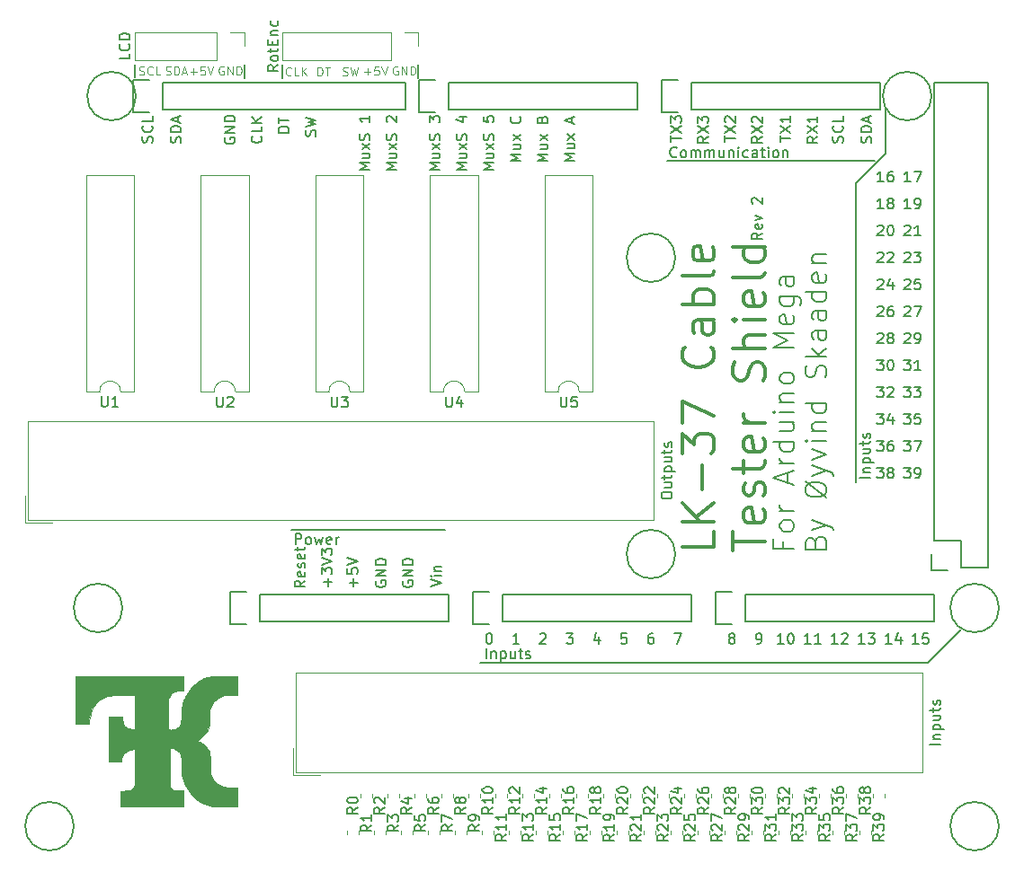
<source format=gbr>
G04 #@! TF.GenerationSoftware,KiCad,Pcbnew,5.1.5-52549c5~86~ubuntu19.10.1*
G04 #@! TF.CreationDate,2020-04-01T18:08:25+02:00*
G04 #@! TF.ProjectId,KabeltesterMEGA,4b616265-6c74-4657-9374-65724d454741,rev?*
G04 #@! TF.SameCoordinates,Original*
G04 #@! TF.FileFunction,Legend,Top*
G04 #@! TF.FilePolarity,Positive*
%FSLAX46Y46*%
G04 Gerber Fmt 4.6, Leading zero omitted, Abs format (unit mm)*
G04 Created by KiCad (PCBNEW 5.1.5-52549c5~86~ubuntu19.10.1) date 2020-04-01 18:08:25*
%MOMM*%
%LPD*%
G04 APERTURE LIST*
%ADD10C,0.100000*%
%ADD11C,0.150000*%
%ADD12C,0.300000*%
%ADD13C,0.010000*%
%ADD14C,0.120000*%
G04 APERTURE END LIST*
D10*
X145567476Y-68116500D02*
X145491285Y-68078404D01*
X145377000Y-68078404D01*
X145262714Y-68116500D01*
X145186523Y-68192690D01*
X145148428Y-68268880D01*
X145110333Y-68421261D01*
X145110333Y-68535547D01*
X145148428Y-68687928D01*
X145186523Y-68764119D01*
X145262714Y-68840309D01*
X145377000Y-68878404D01*
X145453190Y-68878404D01*
X145567476Y-68840309D01*
X145605571Y-68802214D01*
X145605571Y-68535547D01*
X145453190Y-68535547D01*
X145948428Y-68878404D02*
X145948428Y-68078404D01*
X146405571Y-68878404D01*
X146405571Y-68078404D01*
X146786523Y-68878404D02*
X146786523Y-68078404D01*
X146977000Y-68078404D01*
X147091285Y-68116500D01*
X147167476Y-68192690D01*
X147205571Y-68268880D01*
X147243666Y-68421261D01*
X147243666Y-68535547D01*
X147205571Y-68687928D01*
X147167476Y-68764119D01*
X147091285Y-68840309D01*
X146977000Y-68878404D01*
X146786523Y-68878404D01*
X140411285Y-68903809D02*
X140525571Y-68941904D01*
X140716047Y-68941904D01*
X140792238Y-68903809D01*
X140830333Y-68865714D01*
X140868428Y-68789523D01*
X140868428Y-68713333D01*
X140830333Y-68637142D01*
X140792238Y-68599047D01*
X140716047Y-68560952D01*
X140563666Y-68522857D01*
X140487476Y-68484761D01*
X140449380Y-68446666D01*
X140411285Y-68370476D01*
X140411285Y-68294285D01*
X140449380Y-68218095D01*
X140487476Y-68180000D01*
X140563666Y-68141904D01*
X140754142Y-68141904D01*
X140868428Y-68180000D01*
X141135095Y-68141904D02*
X141325571Y-68941904D01*
X141477952Y-68370476D01*
X141630333Y-68941904D01*
X141820809Y-68141904D01*
X138042714Y-68941904D02*
X138042714Y-68141904D01*
X138233190Y-68141904D01*
X138347476Y-68180000D01*
X138423666Y-68256190D01*
X138461761Y-68332380D01*
X138499857Y-68484761D01*
X138499857Y-68599047D01*
X138461761Y-68751428D01*
X138423666Y-68827619D01*
X138347476Y-68903809D01*
X138233190Y-68941904D01*
X138042714Y-68941904D01*
X138728428Y-68141904D02*
X139185571Y-68141904D01*
X138957000Y-68941904D02*
X138957000Y-68141904D01*
X135540809Y-68865714D02*
X135502714Y-68903809D01*
X135388428Y-68941904D01*
X135312238Y-68941904D01*
X135197952Y-68903809D01*
X135121761Y-68827619D01*
X135083666Y-68751428D01*
X135045571Y-68599047D01*
X135045571Y-68484761D01*
X135083666Y-68332380D01*
X135121761Y-68256190D01*
X135197952Y-68180000D01*
X135312238Y-68141904D01*
X135388428Y-68141904D01*
X135502714Y-68180000D01*
X135540809Y-68218095D01*
X136264619Y-68941904D02*
X135883666Y-68941904D01*
X135883666Y-68141904D01*
X136531285Y-68941904D02*
X136531285Y-68141904D01*
X136988428Y-68941904D02*
X136645571Y-68484761D01*
X136988428Y-68141904D02*
X136531285Y-68599047D01*
X123742571Y-68840309D02*
X123856857Y-68878404D01*
X124047333Y-68878404D01*
X124123523Y-68840309D01*
X124161619Y-68802214D01*
X124199714Y-68726023D01*
X124199714Y-68649833D01*
X124161619Y-68573642D01*
X124123523Y-68535547D01*
X124047333Y-68497452D01*
X123894952Y-68459357D01*
X123818761Y-68421261D01*
X123780666Y-68383166D01*
X123742571Y-68306976D01*
X123742571Y-68230785D01*
X123780666Y-68154595D01*
X123818761Y-68116500D01*
X123894952Y-68078404D01*
X124085428Y-68078404D01*
X124199714Y-68116500D01*
X124542571Y-68878404D02*
X124542571Y-68078404D01*
X124733047Y-68078404D01*
X124847333Y-68116500D01*
X124923523Y-68192690D01*
X124961619Y-68268880D01*
X124999714Y-68421261D01*
X124999714Y-68535547D01*
X124961619Y-68687928D01*
X124923523Y-68764119D01*
X124847333Y-68840309D01*
X124733047Y-68878404D01*
X124542571Y-68878404D01*
X125304476Y-68649833D02*
X125685428Y-68649833D01*
X125228285Y-68878404D02*
X125494952Y-68078404D01*
X125761619Y-68878404D01*
X121221619Y-68840309D02*
X121335904Y-68878404D01*
X121526380Y-68878404D01*
X121602571Y-68840309D01*
X121640666Y-68802214D01*
X121678761Y-68726023D01*
X121678761Y-68649833D01*
X121640666Y-68573642D01*
X121602571Y-68535547D01*
X121526380Y-68497452D01*
X121374000Y-68459357D01*
X121297809Y-68421261D01*
X121259714Y-68383166D01*
X121221619Y-68306976D01*
X121221619Y-68230785D01*
X121259714Y-68154595D01*
X121297809Y-68116500D01*
X121374000Y-68078404D01*
X121564476Y-68078404D01*
X121678761Y-68116500D01*
X122478761Y-68802214D02*
X122440666Y-68840309D01*
X122326380Y-68878404D01*
X122250190Y-68878404D01*
X122135904Y-68840309D01*
X122059714Y-68764119D01*
X122021619Y-68687928D01*
X121983523Y-68535547D01*
X121983523Y-68421261D01*
X122021619Y-68268880D01*
X122059714Y-68192690D01*
X122135904Y-68116500D01*
X122250190Y-68078404D01*
X122326380Y-68078404D01*
X122440666Y-68116500D01*
X122478761Y-68154595D01*
X123202571Y-68878404D02*
X122821619Y-68878404D01*
X122821619Y-68078404D01*
D11*
X147510500Y-67881500D02*
X147510500Y-69151500D01*
X134683500Y-67945000D02*
X134683500Y-69215000D01*
D10*
X142417928Y-68573642D02*
X143027452Y-68573642D01*
X142722690Y-68878404D02*
X142722690Y-68268880D01*
X143789357Y-68078404D02*
X143408404Y-68078404D01*
X143370309Y-68459357D01*
X143408404Y-68421261D01*
X143484595Y-68383166D01*
X143675071Y-68383166D01*
X143751261Y-68421261D01*
X143789357Y-68459357D01*
X143827452Y-68535547D01*
X143827452Y-68726023D01*
X143789357Y-68802214D01*
X143751261Y-68840309D01*
X143675071Y-68878404D01*
X143484595Y-68878404D01*
X143408404Y-68840309D01*
X143370309Y-68802214D01*
X144056023Y-68078404D02*
X144322690Y-68878404D01*
X144589357Y-68078404D01*
X129184476Y-68116500D02*
X129108285Y-68078404D01*
X128994000Y-68078404D01*
X128879714Y-68116500D01*
X128803523Y-68192690D01*
X128765428Y-68268880D01*
X128727333Y-68421261D01*
X128727333Y-68535547D01*
X128765428Y-68687928D01*
X128803523Y-68764119D01*
X128879714Y-68840309D01*
X128994000Y-68878404D01*
X129070190Y-68878404D01*
X129184476Y-68840309D01*
X129222571Y-68802214D01*
X129222571Y-68535547D01*
X129070190Y-68535547D01*
X129565428Y-68878404D02*
X129565428Y-68078404D01*
X130022571Y-68878404D01*
X130022571Y-68078404D01*
X130403523Y-68878404D02*
X130403523Y-68078404D01*
X130594000Y-68078404D01*
X130708285Y-68116500D01*
X130784476Y-68192690D01*
X130822571Y-68268880D01*
X130860666Y-68421261D01*
X130860666Y-68535547D01*
X130822571Y-68687928D01*
X130784476Y-68764119D01*
X130708285Y-68840309D01*
X130594000Y-68878404D01*
X130403523Y-68878404D01*
X126034928Y-68573642D02*
X126644452Y-68573642D01*
X126339690Y-68878404D02*
X126339690Y-68268880D01*
X127406357Y-68078404D02*
X127025404Y-68078404D01*
X126987309Y-68459357D01*
X127025404Y-68421261D01*
X127101595Y-68383166D01*
X127292071Y-68383166D01*
X127368261Y-68421261D01*
X127406357Y-68459357D01*
X127444452Y-68535547D01*
X127444452Y-68726023D01*
X127406357Y-68802214D01*
X127368261Y-68840309D01*
X127292071Y-68878404D01*
X127101595Y-68878404D01*
X127025404Y-68840309D01*
X126987309Y-68802214D01*
X127673023Y-68078404D02*
X127939690Y-68878404D01*
X128206357Y-68078404D01*
D11*
X120840500Y-67945000D02*
X120840500Y-69088000D01*
X131127500Y-67945000D02*
X131127500Y-69215000D01*
X135509000Y-111760000D02*
X149987000Y-111760000D01*
X148677380Y-117101809D02*
X149677380Y-116768476D01*
X148677380Y-116435142D01*
X149677380Y-116101809D02*
X149010714Y-116101809D01*
X148677380Y-116101809D02*
X148725000Y-116149428D01*
X148772619Y-116101809D01*
X148725000Y-116054190D01*
X148677380Y-116101809D01*
X148772619Y-116101809D01*
X149010714Y-115625619D02*
X149677380Y-115625619D01*
X149105952Y-115625619D02*
X149058333Y-115578000D01*
X149010714Y-115482761D01*
X149010714Y-115339904D01*
X149058333Y-115244666D01*
X149153571Y-115197047D01*
X149677380Y-115197047D01*
X136850380Y-116554095D02*
X136374190Y-116887428D01*
X136850380Y-117125523D02*
X135850380Y-117125523D01*
X135850380Y-116744571D01*
X135898000Y-116649333D01*
X135945619Y-116601714D01*
X136040857Y-116554095D01*
X136183714Y-116554095D01*
X136278952Y-116601714D01*
X136326571Y-116649333D01*
X136374190Y-116744571D01*
X136374190Y-117125523D01*
X136802761Y-115744571D02*
X136850380Y-115839809D01*
X136850380Y-116030285D01*
X136802761Y-116125523D01*
X136707523Y-116173142D01*
X136326571Y-116173142D01*
X136231333Y-116125523D01*
X136183714Y-116030285D01*
X136183714Y-115839809D01*
X136231333Y-115744571D01*
X136326571Y-115696952D01*
X136421809Y-115696952D01*
X136517047Y-116173142D01*
X136802761Y-115316000D02*
X136850380Y-115220761D01*
X136850380Y-115030285D01*
X136802761Y-114935047D01*
X136707523Y-114887428D01*
X136659904Y-114887428D01*
X136564666Y-114935047D01*
X136517047Y-115030285D01*
X136517047Y-115173142D01*
X136469428Y-115268380D01*
X136374190Y-115316000D01*
X136326571Y-115316000D01*
X136231333Y-115268380D01*
X136183714Y-115173142D01*
X136183714Y-115030285D01*
X136231333Y-114935047D01*
X136802761Y-114077904D02*
X136850380Y-114173142D01*
X136850380Y-114363619D01*
X136802761Y-114458857D01*
X136707523Y-114506476D01*
X136326571Y-114506476D01*
X136231333Y-114458857D01*
X136183714Y-114363619D01*
X136183714Y-114173142D01*
X136231333Y-114077904D01*
X136326571Y-114030285D01*
X136421809Y-114030285D01*
X136517047Y-114506476D01*
X136183714Y-113744571D02*
X136183714Y-113363619D01*
X135850380Y-113601714D02*
X136707523Y-113601714D01*
X136802761Y-113554095D01*
X136850380Y-113458857D01*
X136850380Y-113363619D01*
X139009428Y-117077904D02*
X139009428Y-116316000D01*
X139390380Y-116696952D02*
X138628476Y-116696952D01*
X138390380Y-115935047D02*
X138390380Y-115316000D01*
X138771333Y-115649333D01*
X138771333Y-115506476D01*
X138818952Y-115411238D01*
X138866571Y-115363619D01*
X138961809Y-115316000D01*
X139199904Y-115316000D01*
X139295142Y-115363619D01*
X139342761Y-115411238D01*
X139390380Y-115506476D01*
X139390380Y-115792190D01*
X139342761Y-115887428D01*
X139295142Y-115935047D01*
X138390380Y-115030285D02*
X139390380Y-114696952D01*
X138390380Y-114363619D01*
X138390380Y-114125523D02*
X138390380Y-113506476D01*
X138771333Y-113839809D01*
X138771333Y-113696952D01*
X138818952Y-113601714D01*
X138866571Y-113554095D01*
X138961809Y-113506476D01*
X139199904Y-113506476D01*
X139295142Y-113554095D01*
X139342761Y-113601714D01*
X139390380Y-113696952D01*
X139390380Y-113982666D01*
X139342761Y-114077904D01*
X139295142Y-114125523D01*
X141422428Y-117109714D02*
X141422428Y-116347809D01*
X141803380Y-116728761D02*
X141041476Y-116728761D01*
X140803380Y-115395428D02*
X140803380Y-115871619D01*
X141279571Y-115919238D01*
X141231952Y-115871619D01*
X141184333Y-115776380D01*
X141184333Y-115538285D01*
X141231952Y-115443047D01*
X141279571Y-115395428D01*
X141374809Y-115347809D01*
X141612904Y-115347809D01*
X141708142Y-115395428D01*
X141755761Y-115443047D01*
X141803380Y-115538285D01*
X141803380Y-115776380D01*
X141755761Y-115871619D01*
X141708142Y-115919238D01*
X140803380Y-115062095D02*
X141803380Y-114728761D01*
X140803380Y-114395428D01*
X146058000Y-116585904D02*
X146010380Y-116681142D01*
X146010380Y-116824000D01*
X146058000Y-116966857D01*
X146153238Y-117062095D01*
X146248476Y-117109714D01*
X146438952Y-117157333D01*
X146581809Y-117157333D01*
X146772285Y-117109714D01*
X146867523Y-117062095D01*
X146962761Y-116966857D01*
X147010380Y-116824000D01*
X147010380Y-116728761D01*
X146962761Y-116585904D01*
X146915142Y-116538285D01*
X146581809Y-116538285D01*
X146581809Y-116728761D01*
X147010380Y-116109714D02*
X146010380Y-116109714D01*
X147010380Y-115538285D01*
X146010380Y-115538285D01*
X147010380Y-115062095D02*
X146010380Y-115062095D01*
X146010380Y-114824000D01*
X146058000Y-114681142D01*
X146153238Y-114585904D01*
X146248476Y-114538285D01*
X146438952Y-114490666D01*
X146581809Y-114490666D01*
X146772285Y-114538285D01*
X146867523Y-114585904D01*
X146962761Y-114681142D01*
X147010380Y-114824000D01*
X147010380Y-115062095D01*
X143518000Y-116585904D02*
X143470380Y-116681142D01*
X143470380Y-116824000D01*
X143518000Y-116966857D01*
X143613238Y-117062095D01*
X143708476Y-117109714D01*
X143898952Y-117157333D01*
X144041809Y-117157333D01*
X144232285Y-117109714D01*
X144327523Y-117062095D01*
X144422761Y-116966857D01*
X144470380Y-116824000D01*
X144470380Y-116728761D01*
X144422761Y-116585904D01*
X144375142Y-116538285D01*
X144041809Y-116538285D01*
X144041809Y-116728761D01*
X144470380Y-116109714D02*
X143470380Y-116109714D01*
X144470380Y-115538285D01*
X143470380Y-115538285D01*
X144470380Y-115062095D02*
X143470380Y-115062095D01*
X143470380Y-114824000D01*
X143518000Y-114681142D01*
X143613238Y-114585904D01*
X143708476Y-114538285D01*
X143898952Y-114490666D01*
X144041809Y-114490666D01*
X144232285Y-114538285D01*
X144327523Y-114585904D01*
X144422761Y-114681142D01*
X144470380Y-114824000D01*
X144470380Y-115062095D01*
X195453000Y-124333000D02*
X198628000Y-121158000D01*
X153289000Y-124333000D02*
X195453000Y-124333000D01*
X153908380Y-123896380D02*
X153908380Y-122896380D01*
X154384571Y-123229714D02*
X154384571Y-123896380D01*
X154384571Y-123324952D02*
X154432190Y-123277333D01*
X154527428Y-123229714D01*
X154670285Y-123229714D01*
X154765523Y-123277333D01*
X154813142Y-123372571D01*
X154813142Y-123896380D01*
X155289333Y-123229714D02*
X155289333Y-124229714D01*
X155289333Y-123277333D02*
X155384571Y-123229714D01*
X155575047Y-123229714D01*
X155670285Y-123277333D01*
X155717904Y-123324952D01*
X155765523Y-123420190D01*
X155765523Y-123705904D01*
X155717904Y-123801142D01*
X155670285Y-123848761D01*
X155575047Y-123896380D01*
X155384571Y-123896380D01*
X155289333Y-123848761D01*
X156622666Y-123229714D02*
X156622666Y-123896380D01*
X156194095Y-123229714D02*
X156194095Y-123753523D01*
X156241714Y-123848761D01*
X156336952Y-123896380D01*
X156479809Y-123896380D01*
X156575047Y-123848761D01*
X156622666Y-123801142D01*
X156956000Y-123229714D02*
X157336952Y-123229714D01*
X157098857Y-122896380D02*
X157098857Y-123753523D01*
X157146476Y-123848761D01*
X157241714Y-123896380D01*
X157336952Y-123896380D01*
X157622666Y-123848761D02*
X157717904Y-123896380D01*
X157908380Y-123896380D01*
X158003619Y-123848761D01*
X158051238Y-123753523D01*
X158051238Y-123705904D01*
X158003619Y-123610666D01*
X157908380Y-123563047D01*
X157765523Y-123563047D01*
X157670285Y-123515428D01*
X157622666Y-123420190D01*
X157622666Y-123372571D01*
X157670285Y-123277333D01*
X157765523Y-123229714D01*
X157908380Y-123229714D01*
X158003619Y-123277333D01*
X176942761Y-121927952D02*
X176847523Y-121880333D01*
X176799904Y-121832714D01*
X176752285Y-121737476D01*
X176752285Y-121689857D01*
X176799904Y-121594619D01*
X176847523Y-121547000D01*
X176942761Y-121499380D01*
X177133238Y-121499380D01*
X177228476Y-121547000D01*
X177276095Y-121594619D01*
X177323714Y-121689857D01*
X177323714Y-121737476D01*
X177276095Y-121832714D01*
X177228476Y-121880333D01*
X177133238Y-121927952D01*
X176942761Y-121927952D01*
X176847523Y-121975571D01*
X176799904Y-122023190D01*
X176752285Y-122118428D01*
X176752285Y-122308904D01*
X176799904Y-122404142D01*
X176847523Y-122451761D01*
X176942761Y-122499380D01*
X177133238Y-122499380D01*
X177228476Y-122451761D01*
X177276095Y-122404142D01*
X177323714Y-122308904D01*
X177323714Y-122118428D01*
X177276095Y-122023190D01*
X177228476Y-121975571D01*
X177133238Y-121927952D01*
X179387523Y-122499380D02*
X179578000Y-122499380D01*
X179673238Y-122451761D01*
X179720857Y-122404142D01*
X179816095Y-122261285D01*
X179863714Y-122070809D01*
X179863714Y-121689857D01*
X179816095Y-121594619D01*
X179768476Y-121547000D01*
X179673238Y-121499380D01*
X179482761Y-121499380D01*
X179387523Y-121547000D01*
X179339904Y-121594619D01*
X179292285Y-121689857D01*
X179292285Y-121927952D01*
X179339904Y-122023190D01*
X179387523Y-122070809D01*
X179482761Y-122118428D01*
X179673238Y-122118428D01*
X179768476Y-122070809D01*
X179816095Y-122023190D01*
X179863714Y-121927952D01*
X181927523Y-122499380D02*
X181356095Y-122499380D01*
X181641809Y-122499380D02*
X181641809Y-121499380D01*
X181546571Y-121642238D01*
X181451333Y-121737476D01*
X181356095Y-121785095D01*
X182546571Y-121499380D02*
X182641809Y-121499380D01*
X182737047Y-121547000D01*
X182784666Y-121594619D01*
X182832285Y-121689857D01*
X182879904Y-121880333D01*
X182879904Y-122118428D01*
X182832285Y-122308904D01*
X182784666Y-122404142D01*
X182737047Y-122451761D01*
X182641809Y-122499380D01*
X182546571Y-122499380D01*
X182451333Y-122451761D01*
X182403714Y-122404142D01*
X182356095Y-122308904D01*
X182308476Y-122118428D01*
X182308476Y-121880333D01*
X182356095Y-121689857D01*
X182403714Y-121594619D01*
X182451333Y-121547000D01*
X182546571Y-121499380D01*
X184467523Y-122499380D02*
X183896095Y-122499380D01*
X184181809Y-122499380D02*
X184181809Y-121499380D01*
X184086571Y-121642238D01*
X183991333Y-121737476D01*
X183896095Y-121785095D01*
X185419904Y-122499380D02*
X184848476Y-122499380D01*
X185134190Y-122499380D02*
X185134190Y-121499380D01*
X185038952Y-121642238D01*
X184943714Y-121737476D01*
X184848476Y-121785095D01*
X194627523Y-122499380D02*
X194056095Y-122499380D01*
X194341809Y-122499380D02*
X194341809Y-121499380D01*
X194246571Y-121642238D01*
X194151333Y-121737476D01*
X194056095Y-121785095D01*
X195532285Y-121499380D02*
X195056095Y-121499380D01*
X195008476Y-121975571D01*
X195056095Y-121927952D01*
X195151333Y-121880333D01*
X195389428Y-121880333D01*
X195484666Y-121927952D01*
X195532285Y-121975571D01*
X195579904Y-122070809D01*
X195579904Y-122308904D01*
X195532285Y-122404142D01*
X195484666Y-122451761D01*
X195389428Y-122499380D01*
X195151333Y-122499380D01*
X195056095Y-122451761D01*
X195008476Y-122404142D01*
X187007523Y-122499380D02*
X186436095Y-122499380D01*
X186721809Y-122499380D02*
X186721809Y-121499380D01*
X186626571Y-121642238D01*
X186531333Y-121737476D01*
X186436095Y-121785095D01*
X187388476Y-121594619D02*
X187436095Y-121547000D01*
X187531333Y-121499380D01*
X187769428Y-121499380D01*
X187864666Y-121547000D01*
X187912285Y-121594619D01*
X187959904Y-121689857D01*
X187959904Y-121785095D01*
X187912285Y-121927952D01*
X187340857Y-122499380D01*
X187959904Y-122499380D01*
X189547523Y-122499380D02*
X188976095Y-122499380D01*
X189261809Y-122499380D02*
X189261809Y-121499380D01*
X189166571Y-121642238D01*
X189071333Y-121737476D01*
X188976095Y-121785095D01*
X189880857Y-121499380D02*
X190499904Y-121499380D01*
X190166571Y-121880333D01*
X190309428Y-121880333D01*
X190404666Y-121927952D01*
X190452285Y-121975571D01*
X190499904Y-122070809D01*
X190499904Y-122308904D01*
X190452285Y-122404142D01*
X190404666Y-122451761D01*
X190309428Y-122499380D01*
X190023714Y-122499380D01*
X189928476Y-122451761D01*
X189880857Y-122404142D01*
X192087523Y-122499380D02*
X191516095Y-122499380D01*
X191801809Y-122499380D02*
X191801809Y-121499380D01*
X191706571Y-121642238D01*
X191611333Y-121737476D01*
X191516095Y-121785095D01*
X192944666Y-121832714D02*
X192944666Y-122499380D01*
X192706571Y-121451761D02*
X192468476Y-122166047D01*
X193087523Y-122166047D01*
X164528476Y-121832714D02*
X164528476Y-122499380D01*
X164290380Y-121451761D02*
X164052285Y-122166047D01*
X164671333Y-122166047D01*
X167116095Y-121499380D02*
X166639904Y-121499380D01*
X166592285Y-121975571D01*
X166639904Y-121927952D01*
X166735142Y-121880333D01*
X166973238Y-121880333D01*
X167068476Y-121927952D01*
X167116095Y-121975571D01*
X167163714Y-122070809D01*
X167163714Y-122308904D01*
X167116095Y-122404142D01*
X167068476Y-122451761D01*
X166973238Y-122499380D01*
X166735142Y-122499380D01*
X166639904Y-122451761D01*
X166592285Y-122404142D01*
X169608476Y-121499380D02*
X169418000Y-121499380D01*
X169322761Y-121547000D01*
X169275142Y-121594619D01*
X169179904Y-121737476D01*
X169132285Y-121927952D01*
X169132285Y-122308904D01*
X169179904Y-122404142D01*
X169227523Y-122451761D01*
X169322761Y-122499380D01*
X169513238Y-122499380D01*
X169608476Y-122451761D01*
X169656095Y-122404142D01*
X169703714Y-122308904D01*
X169703714Y-122070809D01*
X169656095Y-121975571D01*
X169608476Y-121927952D01*
X169513238Y-121880333D01*
X169322761Y-121880333D01*
X169227523Y-121927952D01*
X169179904Y-121975571D01*
X169132285Y-122070809D01*
X171624666Y-121499380D02*
X172291333Y-121499380D01*
X171862761Y-122499380D01*
X161464666Y-121499380D02*
X162083714Y-121499380D01*
X161750380Y-121880333D01*
X161893238Y-121880333D01*
X161988476Y-121927952D01*
X162036095Y-121975571D01*
X162083714Y-122070809D01*
X162083714Y-122308904D01*
X162036095Y-122404142D01*
X161988476Y-122451761D01*
X161893238Y-122499380D01*
X161607523Y-122499380D01*
X161512285Y-122451761D01*
X161464666Y-122404142D01*
X158972285Y-121594619D02*
X159019904Y-121547000D01*
X159115142Y-121499380D01*
X159353238Y-121499380D01*
X159448476Y-121547000D01*
X159496095Y-121594619D01*
X159543714Y-121689857D01*
X159543714Y-121785095D01*
X159496095Y-121927952D01*
X158924666Y-122499380D01*
X159543714Y-122499380D01*
X157003714Y-122499380D02*
X156432285Y-122499380D01*
X156718000Y-122499380D02*
X156718000Y-121499380D01*
X156622761Y-121642238D01*
X156527523Y-121737476D01*
X156432285Y-121785095D01*
X154130380Y-121499380D02*
X154225619Y-121499380D01*
X154320857Y-121547000D01*
X154368476Y-121594619D01*
X154416095Y-121689857D01*
X154463714Y-121880333D01*
X154463714Y-122118428D01*
X154416095Y-122308904D01*
X154368476Y-122404142D01*
X154320857Y-122451761D01*
X154225619Y-122499380D01*
X154130380Y-122499380D01*
X154035142Y-122451761D01*
X153987523Y-122404142D01*
X153939904Y-122308904D01*
X153892285Y-122118428D01*
X153892285Y-121880333D01*
X153939904Y-121689857D01*
X153987523Y-121594619D01*
X154035142Y-121547000D01*
X154130380Y-121499380D01*
X170942000Y-76962000D02*
X190500000Y-76962000D01*
X188722000Y-106934000D02*
X188722000Y-107315000D01*
X188722000Y-79121000D02*
X188722000Y-106934000D01*
X191516000Y-76327000D02*
X188722000Y-79121000D01*
X191516000Y-76327000D02*
X191516000Y-72009000D01*
X190063380Y-106822619D02*
X189063380Y-106822619D01*
X189396714Y-106346428D02*
X190063380Y-106346428D01*
X189491952Y-106346428D02*
X189444333Y-106298809D01*
X189396714Y-106203571D01*
X189396714Y-106060714D01*
X189444333Y-105965476D01*
X189539571Y-105917857D01*
X190063380Y-105917857D01*
X189396714Y-105441666D02*
X190396714Y-105441666D01*
X189444333Y-105441666D02*
X189396714Y-105346428D01*
X189396714Y-105155952D01*
X189444333Y-105060714D01*
X189491952Y-105013095D01*
X189587190Y-104965476D01*
X189872904Y-104965476D01*
X189968142Y-105013095D01*
X190015761Y-105060714D01*
X190063380Y-105155952D01*
X190063380Y-105346428D01*
X190015761Y-105441666D01*
X189396714Y-104108333D02*
X190063380Y-104108333D01*
X189396714Y-104536904D02*
X189920523Y-104536904D01*
X190015761Y-104489285D01*
X190063380Y-104394047D01*
X190063380Y-104251190D01*
X190015761Y-104155952D01*
X189968142Y-104108333D01*
X189396714Y-103775000D02*
X189396714Y-103394047D01*
X189063380Y-103632142D02*
X189920523Y-103632142D01*
X190015761Y-103584523D01*
X190063380Y-103489285D01*
X190063380Y-103394047D01*
X190015761Y-103108333D02*
X190063380Y-103013095D01*
X190063380Y-102822619D01*
X190015761Y-102727380D01*
X189920523Y-102679761D01*
X189872904Y-102679761D01*
X189777666Y-102727380D01*
X189730047Y-102822619D01*
X189730047Y-102965476D01*
X189682428Y-103060714D01*
X189587190Y-103108333D01*
X189539571Y-103108333D01*
X189444333Y-103060714D01*
X189396714Y-102965476D01*
X189396714Y-102822619D01*
X189444333Y-102727380D01*
X193246476Y-103338380D02*
X193865523Y-103338380D01*
X193532190Y-103719333D01*
X193675047Y-103719333D01*
X193770285Y-103766952D01*
X193817904Y-103814571D01*
X193865523Y-103909809D01*
X193865523Y-104147904D01*
X193817904Y-104243142D01*
X193770285Y-104290761D01*
X193675047Y-104338380D01*
X193389333Y-104338380D01*
X193294095Y-104290761D01*
X193246476Y-104243142D01*
X194198857Y-103338380D02*
X194865523Y-103338380D01*
X194436952Y-104338380D01*
X190706476Y-105878380D02*
X191325523Y-105878380D01*
X190992190Y-106259333D01*
X191135047Y-106259333D01*
X191230285Y-106306952D01*
X191277904Y-106354571D01*
X191325523Y-106449809D01*
X191325523Y-106687904D01*
X191277904Y-106783142D01*
X191230285Y-106830761D01*
X191135047Y-106878380D01*
X190849333Y-106878380D01*
X190754095Y-106830761D01*
X190706476Y-106783142D01*
X191896952Y-106306952D02*
X191801714Y-106259333D01*
X191754095Y-106211714D01*
X191706476Y-106116476D01*
X191706476Y-106068857D01*
X191754095Y-105973619D01*
X191801714Y-105926000D01*
X191896952Y-105878380D01*
X192087428Y-105878380D01*
X192182666Y-105926000D01*
X192230285Y-105973619D01*
X192277904Y-106068857D01*
X192277904Y-106116476D01*
X192230285Y-106211714D01*
X192182666Y-106259333D01*
X192087428Y-106306952D01*
X191896952Y-106306952D01*
X191801714Y-106354571D01*
X191754095Y-106402190D01*
X191706476Y-106497428D01*
X191706476Y-106687904D01*
X191754095Y-106783142D01*
X191801714Y-106830761D01*
X191896952Y-106878380D01*
X192087428Y-106878380D01*
X192182666Y-106830761D01*
X192230285Y-106783142D01*
X192277904Y-106687904D01*
X192277904Y-106497428D01*
X192230285Y-106402190D01*
X192182666Y-106354571D01*
X192087428Y-106306952D01*
X190706476Y-103338380D02*
X191325523Y-103338380D01*
X190992190Y-103719333D01*
X191135047Y-103719333D01*
X191230285Y-103766952D01*
X191277904Y-103814571D01*
X191325523Y-103909809D01*
X191325523Y-104147904D01*
X191277904Y-104243142D01*
X191230285Y-104290761D01*
X191135047Y-104338380D01*
X190849333Y-104338380D01*
X190754095Y-104290761D01*
X190706476Y-104243142D01*
X192182666Y-103338380D02*
X191992190Y-103338380D01*
X191896952Y-103386000D01*
X191849333Y-103433619D01*
X191754095Y-103576476D01*
X191706476Y-103766952D01*
X191706476Y-104147904D01*
X191754095Y-104243142D01*
X191801714Y-104290761D01*
X191896952Y-104338380D01*
X192087428Y-104338380D01*
X192182666Y-104290761D01*
X192230285Y-104243142D01*
X192277904Y-104147904D01*
X192277904Y-103909809D01*
X192230285Y-103814571D01*
X192182666Y-103766952D01*
X192087428Y-103719333D01*
X191896952Y-103719333D01*
X191801714Y-103766952D01*
X191754095Y-103814571D01*
X191706476Y-103909809D01*
X193246476Y-105878380D02*
X193865523Y-105878380D01*
X193532190Y-106259333D01*
X193675047Y-106259333D01*
X193770285Y-106306952D01*
X193817904Y-106354571D01*
X193865523Y-106449809D01*
X193865523Y-106687904D01*
X193817904Y-106783142D01*
X193770285Y-106830761D01*
X193675047Y-106878380D01*
X193389333Y-106878380D01*
X193294095Y-106830761D01*
X193246476Y-106783142D01*
X194341714Y-106878380D02*
X194532190Y-106878380D01*
X194627428Y-106830761D01*
X194675047Y-106783142D01*
X194770285Y-106640285D01*
X194817904Y-106449809D01*
X194817904Y-106068857D01*
X194770285Y-105973619D01*
X194722666Y-105926000D01*
X194627428Y-105878380D01*
X194436952Y-105878380D01*
X194341714Y-105926000D01*
X194294095Y-105973619D01*
X194246476Y-106068857D01*
X194246476Y-106306952D01*
X194294095Y-106402190D01*
X194341714Y-106449809D01*
X194436952Y-106497428D01*
X194627428Y-106497428D01*
X194722666Y-106449809D01*
X194770285Y-106402190D01*
X194817904Y-106306952D01*
X193246476Y-98258380D02*
X193865523Y-98258380D01*
X193532190Y-98639333D01*
X193675047Y-98639333D01*
X193770285Y-98686952D01*
X193817904Y-98734571D01*
X193865523Y-98829809D01*
X193865523Y-99067904D01*
X193817904Y-99163142D01*
X193770285Y-99210761D01*
X193675047Y-99258380D01*
X193389333Y-99258380D01*
X193294095Y-99210761D01*
X193246476Y-99163142D01*
X194198857Y-98258380D02*
X194817904Y-98258380D01*
X194484571Y-98639333D01*
X194627428Y-98639333D01*
X194722666Y-98686952D01*
X194770285Y-98734571D01*
X194817904Y-98829809D01*
X194817904Y-99067904D01*
X194770285Y-99163142D01*
X194722666Y-99210761D01*
X194627428Y-99258380D01*
X194341714Y-99258380D01*
X194246476Y-99210761D01*
X194198857Y-99163142D01*
X190706476Y-100798380D02*
X191325523Y-100798380D01*
X190992190Y-101179333D01*
X191135047Y-101179333D01*
X191230285Y-101226952D01*
X191277904Y-101274571D01*
X191325523Y-101369809D01*
X191325523Y-101607904D01*
X191277904Y-101703142D01*
X191230285Y-101750761D01*
X191135047Y-101798380D01*
X190849333Y-101798380D01*
X190754095Y-101750761D01*
X190706476Y-101703142D01*
X192182666Y-101131714D02*
X192182666Y-101798380D01*
X191944571Y-100750761D02*
X191706476Y-101465047D01*
X192325523Y-101465047D01*
X190706476Y-98258380D02*
X191325523Y-98258380D01*
X190992190Y-98639333D01*
X191135047Y-98639333D01*
X191230285Y-98686952D01*
X191277904Y-98734571D01*
X191325523Y-98829809D01*
X191325523Y-99067904D01*
X191277904Y-99163142D01*
X191230285Y-99210761D01*
X191135047Y-99258380D01*
X190849333Y-99258380D01*
X190754095Y-99210761D01*
X190706476Y-99163142D01*
X191706476Y-98353619D02*
X191754095Y-98306000D01*
X191849333Y-98258380D01*
X192087428Y-98258380D01*
X192182666Y-98306000D01*
X192230285Y-98353619D01*
X192277904Y-98448857D01*
X192277904Y-98544095D01*
X192230285Y-98686952D01*
X191658857Y-99258380D01*
X192277904Y-99258380D01*
X193246476Y-100798380D02*
X193865523Y-100798380D01*
X193532190Y-101179333D01*
X193675047Y-101179333D01*
X193770285Y-101226952D01*
X193817904Y-101274571D01*
X193865523Y-101369809D01*
X193865523Y-101607904D01*
X193817904Y-101703142D01*
X193770285Y-101750761D01*
X193675047Y-101798380D01*
X193389333Y-101798380D01*
X193294095Y-101750761D01*
X193246476Y-101703142D01*
X194770285Y-100798380D02*
X194294095Y-100798380D01*
X194246476Y-101274571D01*
X194294095Y-101226952D01*
X194389333Y-101179333D01*
X194627428Y-101179333D01*
X194722666Y-101226952D01*
X194770285Y-101274571D01*
X194817904Y-101369809D01*
X194817904Y-101607904D01*
X194770285Y-101703142D01*
X194722666Y-101750761D01*
X194627428Y-101798380D01*
X194389333Y-101798380D01*
X194294095Y-101750761D01*
X194246476Y-101703142D01*
X193294095Y-93273619D02*
X193341714Y-93226000D01*
X193436952Y-93178380D01*
X193675047Y-93178380D01*
X193770285Y-93226000D01*
X193817904Y-93273619D01*
X193865523Y-93368857D01*
X193865523Y-93464095D01*
X193817904Y-93606952D01*
X193246476Y-94178380D01*
X193865523Y-94178380D01*
X194341714Y-94178380D02*
X194532190Y-94178380D01*
X194627428Y-94130761D01*
X194675047Y-94083142D01*
X194770285Y-93940285D01*
X194817904Y-93749809D01*
X194817904Y-93368857D01*
X194770285Y-93273619D01*
X194722666Y-93226000D01*
X194627428Y-93178380D01*
X194436952Y-93178380D01*
X194341714Y-93226000D01*
X194294095Y-93273619D01*
X194246476Y-93368857D01*
X194246476Y-93606952D01*
X194294095Y-93702190D01*
X194341714Y-93749809D01*
X194436952Y-93797428D01*
X194627428Y-93797428D01*
X194722666Y-93749809D01*
X194770285Y-93702190D01*
X194817904Y-93606952D01*
X190706476Y-95718380D02*
X191325523Y-95718380D01*
X190992190Y-96099333D01*
X191135047Y-96099333D01*
X191230285Y-96146952D01*
X191277904Y-96194571D01*
X191325523Y-96289809D01*
X191325523Y-96527904D01*
X191277904Y-96623142D01*
X191230285Y-96670761D01*
X191135047Y-96718380D01*
X190849333Y-96718380D01*
X190754095Y-96670761D01*
X190706476Y-96623142D01*
X191944571Y-95718380D02*
X192039809Y-95718380D01*
X192135047Y-95766000D01*
X192182666Y-95813619D01*
X192230285Y-95908857D01*
X192277904Y-96099333D01*
X192277904Y-96337428D01*
X192230285Y-96527904D01*
X192182666Y-96623142D01*
X192135047Y-96670761D01*
X192039809Y-96718380D01*
X191944571Y-96718380D01*
X191849333Y-96670761D01*
X191801714Y-96623142D01*
X191754095Y-96527904D01*
X191706476Y-96337428D01*
X191706476Y-96099333D01*
X191754095Y-95908857D01*
X191801714Y-95813619D01*
X191849333Y-95766000D01*
X191944571Y-95718380D01*
X190754095Y-93273619D02*
X190801714Y-93226000D01*
X190896952Y-93178380D01*
X191135047Y-93178380D01*
X191230285Y-93226000D01*
X191277904Y-93273619D01*
X191325523Y-93368857D01*
X191325523Y-93464095D01*
X191277904Y-93606952D01*
X190706476Y-94178380D01*
X191325523Y-94178380D01*
X191896952Y-93606952D02*
X191801714Y-93559333D01*
X191754095Y-93511714D01*
X191706476Y-93416476D01*
X191706476Y-93368857D01*
X191754095Y-93273619D01*
X191801714Y-93226000D01*
X191896952Y-93178380D01*
X192087428Y-93178380D01*
X192182666Y-93226000D01*
X192230285Y-93273619D01*
X192277904Y-93368857D01*
X192277904Y-93416476D01*
X192230285Y-93511714D01*
X192182666Y-93559333D01*
X192087428Y-93606952D01*
X191896952Y-93606952D01*
X191801714Y-93654571D01*
X191754095Y-93702190D01*
X191706476Y-93797428D01*
X191706476Y-93987904D01*
X191754095Y-94083142D01*
X191801714Y-94130761D01*
X191896952Y-94178380D01*
X192087428Y-94178380D01*
X192182666Y-94130761D01*
X192230285Y-94083142D01*
X192277904Y-93987904D01*
X192277904Y-93797428D01*
X192230285Y-93702190D01*
X192182666Y-93654571D01*
X192087428Y-93606952D01*
X193246476Y-95718380D02*
X193865523Y-95718380D01*
X193532190Y-96099333D01*
X193675047Y-96099333D01*
X193770285Y-96146952D01*
X193817904Y-96194571D01*
X193865523Y-96289809D01*
X193865523Y-96527904D01*
X193817904Y-96623142D01*
X193770285Y-96670761D01*
X193675047Y-96718380D01*
X193389333Y-96718380D01*
X193294095Y-96670761D01*
X193246476Y-96623142D01*
X194817904Y-96718380D02*
X194246476Y-96718380D01*
X194532190Y-96718380D02*
X194532190Y-95718380D01*
X194436952Y-95861238D01*
X194341714Y-95956476D01*
X194246476Y-96004095D01*
X193294095Y-88193619D02*
X193341714Y-88146000D01*
X193436952Y-88098380D01*
X193675047Y-88098380D01*
X193770285Y-88146000D01*
X193817904Y-88193619D01*
X193865523Y-88288857D01*
X193865523Y-88384095D01*
X193817904Y-88526952D01*
X193246476Y-89098380D01*
X193865523Y-89098380D01*
X194770285Y-88098380D02*
X194294095Y-88098380D01*
X194246476Y-88574571D01*
X194294095Y-88526952D01*
X194389333Y-88479333D01*
X194627428Y-88479333D01*
X194722666Y-88526952D01*
X194770285Y-88574571D01*
X194817904Y-88669809D01*
X194817904Y-88907904D01*
X194770285Y-89003142D01*
X194722666Y-89050761D01*
X194627428Y-89098380D01*
X194389333Y-89098380D01*
X194294095Y-89050761D01*
X194246476Y-89003142D01*
X190754095Y-90733619D02*
X190801714Y-90686000D01*
X190896952Y-90638380D01*
X191135047Y-90638380D01*
X191230285Y-90686000D01*
X191277904Y-90733619D01*
X191325523Y-90828857D01*
X191325523Y-90924095D01*
X191277904Y-91066952D01*
X190706476Y-91638380D01*
X191325523Y-91638380D01*
X192182666Y-90638380D02*
X191992190Y-90638380D01*
X191896952Y-90686000D01*
X191849333Y-90733619D01*
X191754095Y-90876476D01*
X191706476Y-91066952D01*
X191706476Y-91447904D01*
X191754095Y-91543142D01*
X191801714Y-91590761D01*
X191896952Y-91638380D01*
X192087428Y-91638380D01*
X192182666Y-91590761D01*
X192230285Y-91543142D01*
X192277904Y-91447904D01*
X192277904Y-91209809D01*
X192230285Y-91114571D01*
X192182666Y-91066952D01*
X192087428Y-91019333D01*
X191896952Y-91019333D01*
X191801714Y-91066952D01*
X191754095Y-91114571D01*
X191706476Y-91209809D01*
X190754095Y-88193619D02*
X190801714Y-88146000D01*
X190896952Y-88098380D01*
X191135047Y-88098380D01*
X191230285Y-88146000D01*
X191277904Y-88193619D01*
X191325523Y-88288857D01*
X191325523Y-88384095D01*
X191277904Y-88526952D01*
X190706476Y-89098380D01*
X191325523Y-89098380D01*
X192182666Y-88431714D02*
X192182666Y-89098380D01*
X191944571Y-88050761D02*
X191706476Y-88765047D01*
X192325523Y-88765047D01*
X193294095Y-90733619D02*
X193341714Y-90686000D01*
X193436952Y-90638380D01*
X193675047Y-90638380D01*
X193770285Y-90686000D01*
X193817904Y-90733619D01*
X193865523Y-90828857D01*
X193865523Y-90924095D01*
X193817904Y-91066952D01*
X193246476Y-91638380D01*
X193865523Y-91638380D01*
X194198857Y-90638380D02*
X194865523Y-90638380D01*
X194436952Y-91638380D01*
X193294095Y-83113619D02*
X193341714Y-83066000D01*
X193436952Y-83018380D01*
X193675047Y-83018380D01*
X193770285Y-83066000D01*
X193817904Y-83113619D01*
X193865523Y-83208857D01*
X193865523Y-83304095D01*
X193817904Y-83446952D01*
X193246476Y-84018380D01*
X193865523Y-84018380D01*
X194817904Y-84018380D02*
X194246476Y-84018380D01*
X194532190Y-84018380D02*
X194532190Y-83018380D01*
X194436952Y-83161238D01*
X194341714Y-83256476D01*
X194246476Y-83304095D01*
X190754095Y-85653619D02*
X190801714Y-85606000D01*
X190896952Y-85558380D01*
X191135047Y-85558380D01*
X191230285Y-85606000D01*
X191277904Y-85653619D01*
X191325523Y-85748857D01*
X191325523Y-85844095D01*
X191277904Y-85986952D01*
X190706476Y-86558380D01*
X191325523Y-86558380D01*
X191706476Y-85653619D02*
X191754095Y-85606000D01*
X191849333Y-85558380D01*
X192087428Y-85558380D01*
X192182666Y-85606000D01*
X192230285Y-85653619D01*
X192277904Y-85748857D01*
X192277904Y-85844095D01*
X192230285Y-85986952D01*
X191658857Y-86558380D01*
X192277904Y-86558380D01*
X190754095Y-83113619D02*
X190801714Y-83066000D01*
X190896952Y-83018380D01*
X191135047Y-83018380D01*
X191230285Y-83066000D01*
X191277904Y-83113619D01*
X191325523Y-83208857D01*
X191325523Y-83304095D01*
X191277904Y-83446952D01*
X190706476Y-84018380D01*
X191325523Y-84018380D01*
X191944571Y-83018380D02*
X192039809Y-83018380D01*
X192135047Y-83066000D01*
X192182666Y-83113619D01*
X192230285Y-83208857D01*
X192277904Y-83399333D01*
X192277904Y-83637428D01*
X192230285Y-83827904D01*
X192182666Y-83923142D01*
X192135047Y-83970761D01*
X192039809Y-84018380D01*
X191944571Y-84018380D01*
X191849333Y-83970761D01*
X191801714Y-83923142D01*
X191754095Y-83827904D01*
X191706476Y-83637428D01*
X191706476Y-83399333D01*
X191754095Y-83208857D01*
X191801714Y-83113619D01*
X191849333Y-83066000D01*
X191944571Y-83018380D01*
X193294095Y-85653619D02*
X193341714Y-85606000D01*
X193436952Y-85558380D01*
X193675047Y-85558380D01*
X193770285Y-85606000D01*
X193817904Y-85653619D01*
X193865523Y-85748857D01*
X193865523Y-85844095D01*
X193817904Y-85986952D01*
X193246476Y-86558380D01*
X193865523Y-86558380D01*
X194198857Y-85558380D02*
X194817904Y-85558380D01*
X194484571Y-85939333D01*
X194627428Y-85939333D01*
X194722666Y-85986952D01*
X194770285Y-86034571D01*
X194817904Y-86129809D01*
X194817904Y-86367904D01*
X194770285Y-86463142D01*
X194722666Y-86510761D01*
X194627428Y-86558380D01*
X194341714Y-86558380D01*
X194246476Y-86510761D01*
X194198857Y-86463142D01*
X193865523Y-81478380D02*
X193294095Y-81478380D01*
X193579809Y-81478380D02*
X193579809Y-80478380D01*
X193484571Y-80621238D01*
X193389333Y-80716476D01*
X193294095Y-80764095D01*
X194341714Y-81478380D02*
X194532190Y-81478380D01*
X194627428Y-81430761D01*
X194675047Y-81383142D01*
X194770285Y-81240285D01*
X194817904Y-81049809D01*
X194817904Y-80668857D01*
X194770285Y-80573619D01*
X194722666Y-80526000D01*
X194627428Y-80478380D01*
X194436952Y-80478380D01*
X194341714Y-80526000D01*
X194294095Y-80573619D01*
X194246476Y-80668857D01*
X194246476Y-80906952D01*
X194294095Y-81002190D01*
X194341714Y-81049809D01*
X194436952Y-81097428D01*
X194627428Y-81097428D01*
X194722666Y-81049809D01*
X194770285Y-81002190D01*
X194817904Y-80906952D01*
X191325523Y-81478380D02*
X190754095Y-81478380D01*
X191039809Y-81478380D02*
X191039809Y-80478380D01*
X190944571Y-80621238D01*
X190849333Y-80716476D01*
X190754095Y-80764095D01*
X191896952Y-80906952D02*
X191801714Y-80859333D01*
X191754095Y-80811714D01*
X191706476Y-80716476D01*
X191706476Y-80668857D01*
X191754095Y-80573619D01*
X191801714Y-80526000D01*
X191896952Y-80478380D01*
X192087428Y-80478380D01*
X192182666Y-80526000D01*
X192230285Y-80573619D01*
X192277904Y-80668857D01*
X192277904Y-80716476D01*
X192230285Y-80811714D01*
X192182666Y-80859333D01*
X192087428Y-80906952D01*
X191896952Y-80906952D01*
X191801714Y-80954571D01*
X191754095Y-81002190D01*
X191706476Y-81097428D01*
X191706476Y-81287904D01*
X191754095Y-81383142D01*
X191801714Y-81430761D01*
X191896952Y-81478380D01*
X192087428Y-81478380D01*
X192182666Y-81430761D01*
X192230285Y-81383142D01*
X192277904Y-81287904D01*
X192277904Y-81097428D01*
X192230285Y-81002190D01*
X192182666Y-80954571D01*
X192087428Y-80906952D01*
X193865523Y-78938380D02*
X193294095Y-78938380D01*
X193579809Y-78938380D02*
X193579809Y-77938380D01*
X193484571Y-78081238D01*
X193389333Y-78176476D01*
X193294095Y-78224095D01*
X194198857Y-77938380D02*
X194865523Y-77938380D01*
X194436952Y-78938380D01*
X191325523Y-78938380D02*
X190754095Y-78938380D01*
X191039809Y-78938380D02*
X191039809Y-77938380D01*
X190944571Y-78081238D01*
X190849333Y-78176476D01*
X190754095Y-78224095D01*
X192182666Y-77938380D02*
X191992190Y-77938380D01*
X191896952Y-77986000D01*
X191849333Y-78033619D01*
X191754095Y-78176476D01*
X191706476Y-78366952D01*
X191706476Y-78747904D01*
X191754095Y-78843142D01*
X191801714Y-78890761D01*
X191896952Y-78938380D01*
X192087428Y-78938380D01*
X192182666Y-78890761D01*
X192230285Y-78843142D01*
X192277904Y-78747904D01*
X192277904Y-78509809D01*
X192230285Y-78414571D01*
X192182666Y-78366952D01*
X192087428Y-78319333D01*
X191896952Y-78319333D01*
X191801714Y-78366952D01*
X191754095Y-78414571D01*
X191706476Y-78509809D01*
X174823380Y-74683857D02*
X174347190Y-75017190D01*
X174823380Y-75255285D02*
X173823380Y-75255285D01*
X173823380Y-74874333D01*
X173871000Y-74779095D01*
X173918619Y-74731476D01*
X174013857Y-74683857D01*
X174156714Y-74683857D01*
X174251952Y-74731476D01*
X174299571Y-74779095D01*
X174347190Y-74874333D01*
X174347190Y-75255285D01*
X173823380Y-74350523D02*
X174823380Y-73683857D01*
X173823380Y-73683857D02*
X174823380Y-74350523D01*
X173823380Y-73398142D02*
X173823380Y-72779095D01*
X174204333Y-73112428D01*
X174204333Y-72969571D01*
X174251952Y-72874333D01*
X174299571Y-72826714D01*
X174394809Y-72779095D01*
X174632904Y-72779095D01*
X174728142Y-72826714D01*
X174775761Y-72874333D01*
X174823380Y-72969571D01*
X174823380Y-73255285D01*
X174775761Y-73350523D01*
X174728142Y-73398142D01*
X171283380Y-75152095D02*
X171283380Y-74580666D01*
X172283380Y-74866380D02*
X171283380Y-74866380D01*
X171283380Y-74342571D02*
X172283380Y-73675904D01*
X171283380Y-73675904D02*
X172283380Y-74342571D01*
X171283380Y-73390190D02*
X171283380Y-72771142D01*
X171664333Y-73104476D01*
X171664333Y-72961619D01*
X171711952Y-72866380D01*
X171759571Y-72818761D01*
X171854809Y-72771142D01*
X172092904Y-72771142D01*
X172188142Y-72818761D01*
X172235761Y-72866380D01*
X172283380Y-72961619D01*
X172283380Y-73247333D01*
X172235761Y-73342571D01*
X172188142Y-73390190D01*
X179903380Y-74683857D02*
X179427190Y-75017190D01*
X179903380Y-75255285D02*
X178903380Y-75255285D01*
X178903380Y-74874333D01*
X178951000Y-74779095D01*
X178998619Y-74731476D01*
X179093857Y-74683857D01*
X179236714Y-74683857D01*
X179331952Y-74731476D01*
X179379571Y-74779095D01*
X179427190Y-74874333D01*
X179427190Y-75255285D01*
X178903380Y-74350523D02*
X179903380Y-73683857D01*
X178903380Y-73683857D02*
X179903380Y-74350523D01*
X178998619Y-73350523D02*
X178951000Y-73302904D01*
X178903380Y-73207666D01*
X178903380Y-72969571D01*
X178951000Y-72874333D01*
X178998619Y-72826714D01*
X179093857Y-72779095D01*
X179189095Y-72779095D01*
X179331952Y-72826714D01*
X179903380Y-73398142D01*
X179903380Y-72779095D01*
X176363380Y-75152095D02*
X176363380Y-74580666D01*
X177363380Y-74866380D02*
X176363380Y-74866380D01*
X176363380Y-74342571D02*
X177363380Y-73675904D01*
X176363380Y-73675904D02*
X177363380Y-74342571D01*
X176458619Y-73342571D02*
X176411000Y-73294952D01*
X176363380Y-73199714D01*
X176363380Y-72961619D01*
X176411000Y-72866380D01*
X176458619Y-72818761D01*
X176553857Y-72771142D01*
X176649095Y-72771142D01*
X176791952Y-72818761D01*
X177363380Y-73390190D01*
X177363380Y-72771142D01*
X181570380Y-75152095D02*
X181570380Y-74580666D01*
X182570380Y-74866380D02*
X181570380Y-74866380D01*
X181570380Y-74342571D02*
X182570380Y-73675904D01*
X181570380Y-73675904D02*
X182570380Y-74342571D01*
X182570380Y-72771142D02*
X182570380Y-73342571D01*
X182570380Y-73056857D02*
X181570380Y-73056857D01*
X181713238Y-73152095D01*
X181808476Y-73247333D01*
X181856095Y-73342571D01*
X185110380Y-74683857D02*
X184634190Y-75017190D01*
X185110380Y-75255285D02*
X184110380Y-75255285D01*
X184110380Y-74874333D01*
X184158000Y-74779095D01*
X184205619Y-74731476D01*
X184300857Y-74683857D01*
X184443714Y-74683857D01*
X184538952Y-74731476D01*
X184586571Y-74779095D01*
X184634190Y-74874333D01*
X184634190Y-75255285D01*
X184110380Y-74350523D02*
X185110380Y-73683857D01*
X184110380Y-73683857D02*
X185110380Y-74350523D01*
X185110380Y-72779095D02*
X185110380Y-73350523D01*
X185110380Y-73064809D02*
X184110380Y-73064809D01*
X184253238Y-73160047D01*
X184348476Y-73255285D01*
X184396095Y-73350523D01*
X187475761Y-75231476D02*
X187523380Y-75088619D01*
X187523380Y-74850523D01*
X187475761Y-74755285D01*
X187428142Y-74707666D01*
X187332904Y-74660047D01*
X187237666Y-74660047D01*
X187142428Y-74707666D01*
X187094809Y-74755285D01*
X187047190Y-74850523D01*
X186999571Y-75041000D01*
X186951952Y-75136238D01*
X186904333Y-75183857D01*
X186809095Y-75231476D01*
X186713857Y-75231476D01*
X186618619Y-75183857D01*
X186571000Y-75136238D01*
X186523380Y-75041000D01*
X186523380Y-74802904D01*
X186571000Y-74660047D01*
X187428142Y-73660047D02*
X187475761Y-73707666D01*
X187523380Y-73850523D01*
X187523380Y-73945761D01*
X187475761Y-74088619D01*
X187380523Y-74183857D01*
X187285285Y-74231476D01*
X187094809Y-74279095D01*
X186951952Y-74279095D01*
X186761476Y-74231476D01*
X186666238Y-74183857D01*
X186571000Y-74088619D01*
X186523380Y-73945761D01*
X186523380Y-73850523D01*
X186571000Y-73707666D01*
X186618619Y-73660047D01*
X187523380Y-72755285D02*
X187523380Y-73231476D01*
X186523380Y-73231476D01*
X190142761Y-75255285D02*
X190190380Y-75112428D01*
X190190380Y-74874333D01*
X190142761Y-74779095D01*
X190095142Y-74731476D01*
X189999904Y-74683857D01*
X189904666Y-74683857D01*
X189809428Y-74731476D01*
X189761809Y-74779095D01*
X189714190Y-74874333D01*
X189666571Y-75064809D01*
X189618952Y-75160047D01*
X189571333Y-75207666D01*
X189476095Y-75255285D01*
X189380857Y-75255285D01*
X189285619Y-75207666D01*
X189238000Y-75160047D01*
X189190380Y-75064809D01*
X189190380Y-74826714D01*
X189238000Y-74683857D01*
X190190380Y-74255285D02*
X189190380Y-74255285D01*
X189190380Y-74017190D01*
X189238000Y-73874333D01*
X189333238Y-73779095D01*
X189428476Y-73731476D01*
X189618952Y-73683857D01*
X189761809Y-73683857D01*
X189952285Y-73731476D01*
X190047523Y-73779095D01*
X190142761Y-73874333D01*
X190190380Y-74017190D01*
X190190380Y-74255285D01*
X189904666Y-73302904D02*
X189904666Y-72826714D01*
X190190380Y-73398142D02*
X189190380Y-73064809D01*
X190190380Y-72731476D01*
X137818761Y-74644142D02*
X137866380Y-74501285D01*
X137866380Y-74263190D01*
X137818761Y-74167952D01*
X137771142Y-74120333D01*
X137675904Y-74072714D01*
X137580666Y-74072714D01*
X137485428Y-74120333D01*
X137437809Y-74167952D01*
X137390190Y-74263190D01*
X137342571Y-74453666D01*
X137294952Y-74548904D01*
X137247333Y-74596523D01*
X137152095Y-74644142D01*
X137056857Y-74644142D01*
X136961619Y-74596523D01*
X136914000Y-74548904D01*
X136866380Y-74453666D01*
X136866380Y-74215571D01*
X136914000Y-74072714D01*
X136866380Y-73739380D02*
X137866380Y-73501285D01*
X137152095Y-73310809D01*
X137866380Y-73120333D01*
X136866380Y-72882238D01*
X135326380Y-74302857D02*
X134326380Y-74302857D01*
X134326380Y-74064761D01*
X134374000Y-73921904D01*
X134469238Y-73826666D01*
X134564476Y-73779047D01*
X134754952Y-73731428D01*
X134897809Y-73731428D01*
X135088285Y-73779047D01*
X135183523Y-73826666D01*
X135278761Y-73921904D01*
X135326380Y-74064761D01*
X135326380Y-74302857D01*
X134326380Y-73445714D02*
X134326380Y-72874285D01*
X135326380Y-73160000D02*
X134326380Y-73160000D01*
X132691142Y-74636238D02*
X132738761Y-74683857D01*
X132786380Y-74826714D01*
X132786380Y-74921952D01*
X132738761Y-75064809D01*
X132643523Y-75160047D01*
X132548285Y-75207666D01*
X132357809Y-75255285D01*
X132214952Y-75255285D01*
X132024476Y-75207666D01*
X131929238Y-75160047D01*
X131834000Y-75064809D01*
X131786380Y-74921952D01*
X131786380Y-74826714D01*
X131834000Y-74683857D01*
X131881619Y-74636238D01*
X132786380Y-73731476D02*
X132786380Y-74207666D01*
X131786380Y-74207666D01*
X132786380Y-73398142D02*
X131786380Y-73398142D01*
X132786380Y-72826714D02*
X132214952Y-73255285D01*
X131786380Y-72826714D02*
X132357809Y-73398142D01*
X129294000Y-74802904D02*
X129246380Y-74898142D01*
X129246380Y-75041000D01*
X129294000Y-75183857D01*
X129389238Y-75279095D01*
X129484476Y-75326714D01*
X129674952Y-75374333D01*
X129817809Y-75374333D01*
X130008285Y-75326714D01*
X130103523Y-75279095D01*
X130198761Y-75183857D01*
X130246380Y-75041000D01*
X130246380Y-74945761D01*
X130198761Y-74802904D01*
X130151142Y-74755285D01*
X129817809Y-74755285D01*
X129817809Y-74945761D01*
X130246380Y-74326714D02*
X129246380Y-74326714D01*
X130246380Y-73755285D01*
X129246380Y-73755285D01*
X130246380Y-73279095D02*
X129246380Y-73279095D01*
X129246380Y-73041000D01*
X129294000Y-72898142D01*
X129389238Y-72802904D01*
X129484476Y-72755285D01*
X129674952Y-72707666D01*
X129817809Y-72707666D01*
X130008285Y-72755285D01*
X130103523Y-72802904D01*
X130198761Y-72898142D01*
X130246380Y-73041000D01*
X130246380Y-73279095D01*
X125118761Y-75255285D02*
X125166380Y-75112428D01*
X125166380Y-74874333D01*
X125118761Y-74779095D01*
X125071142Y-74731476D01*
X124975904Y-74683857D01*
X124880666Y-74683857D01*
X124785428Y-74731476D01*
X124737809Y-74779095D01*
X124690190Y-74874333D01*
X124642571Y-75064809D01*
X124594952Y-75160047D01*
X124547333Y-75207666D01*
X124452095Y-75255285D01*
X124356857Y-75255285D01*
X124261619Y-75207666D01*
X124214000Y-75160047D01*
X124166380Y-75064809D01*
X124166380Y-74826714D01*
X124214000Y-74683857D01*
X125166380Y-74255285D02*
X124166380Y-74255285D01*
X124166380Y-74017190D01*
X124214000Y-73874333D01*
X124309238Y-73779095D01*
X124404476Y-73731476D01*
X124594952Y-73683857D01*
X124737809Y-73683857D01*
X124928285Y-73731476D01*
X125023523Y-73779095D01*
X125118761Y-73874333D01*
X125166380Y-74017190D01*
X125166380Y-74255285D01*
X124880666Y-73302904D02*
X124880666Y-72826714D01*
X125166380Y-73398142D02*
X124166380Y-73064809D01*
X125166380Y-72731476D01*
X122451761Y-75231476D02*
X122499380Y-75088619D01*
X122499380Y-74850523D01*
X122451761Y-74755285D01*
X122404142Y-74707666D01*
X122308904Y-74660047D01*
X122213666Y-74660047D01*
X122118428Y-74707666D01*
X122070809Y-74755285D01*
X122023190Y-74850523D01*
X121975571Y-75041000D01*
X121927952Y-75136238D01*
X121880333Y-75183857D01*
X121785095Y-75231476D01*
X121689857Y-75231476D01*
X121594619Y-75183857D01*
X121547000Y-75136238D01*
X121499380Y-75041000D01*
X121499380Y-74802904D01*
X121547000Y-74660047D01*
X122404142Y-73660047D02*
X122451761Y-73707666D01*
X122499380Y-73850523D01*
X122499380Y-73945761D01*
X122451761Y-74088619D01*
X122356523Y-74183857D01*
X122261285Y-74231476D01*
X122070809Y-74279095D01*
X121927952Y-74279095D01*
X121737476Y-74231476D01*
X121642238Y-74183857D01*
X121547000Y-74088619D01*
X121499380Y-73945761D01*
X121499380Y-73850523D01*
X121547000Y-73707666D01*
X121594619Y-73660047D01*
X122499380Y-72755285D02*
X122499380Y-73231476D01*
X121499380Y-73231476D01*
X142946380Y-77834809D02*
X141946380Y-77834809D01*
X142660666Y-77501476D01*
X141946380Y-77168142D01*
X142946380Y-77168142D01*
X142279714Y-76263380D02*
X142946380Y-76263380D01*
X142279714Y-76691952D02*
X142803523Y-76691952D01*
X142898761Y-76644333D01*
X142946380Y-76549095D01*
X142946380Y-76406238D01*
X142898761Y-76311000D01*
X142851142Y-76263380D01*
X142946380Y-75882428D02*
X142279714Y-75358619D01*
X142279714Y-75882428D02*
X142946380Y-75358619D01*
X142898761Y-75025285D02*
X142946380Y-74882428D01*
X142946380Y-74644333D01*
X142898761Y-74549095D01*
X142851142Y-74501476D01*
X142755904Y-74453857D01*
X142660666Y-74453857D01*
X142565428Y-74501476D01*
X142517809Y-74549095D01*
X142470190Y-74644333D01*
X142422571Y-74834809D01*
X142374952Y-74930047D01*
X142327333Y-74977666D01*
X142232095Y-75025285D01*
X142136857Y-75025285D01*
X142041619Y-74977666D01*
X141994000Y-74930047D01*
X141946380Y-74834809D01*
X141946380Y-74596714D01*
X141994000Y-74453857D01*
X142946380Y-72739571D02*
X142946380Y-73311000D01*
X142946380Y-73025285D02*
X141946380Y-73025285D01*
X142089238Y-73120523D01*
X142184476Y-73215761D01*
X142232095Y-73311000D01*
X145486380Y-77834809D02*
X144486380Y-77834809D01*
X145200666Y-77501476D01*
X144486380Y-77168142D01*
X145486380Y-77168142D01*
X144819714Y-76263380D02*
X145486380Y-76263380D01*
X144819714Y-76691952D02*
X145343523Y-76691952D01*
X145438761Y-76644333D01*
X145486380Y-76549095D01*
X145486380Y-76406238D01*
X145438761Y-76311000D01*
X145391142Y-76263380D01*
X145486380Y-75882428D02*
X144819714Y-75358619D01*
X144819714Y-75882428D02*
X145486380Y-75358619D01*
X145438761Y-75025285D02*
X145486380Y-74882428D01*
X145486380Y-74644333D01*
X145438761Y-74549095D01*
X145391142Y-74501476D01*
X145295904Y-74453857D01*
X145200666Y-74453857D01*
X145105428Y-74501476D01*
X145057809Y-74549095D01*
X145010190Y-74644333D01*
X144962571Y-74834809D01*
X144914952Y-74930047D01*
X144867333Y-74977666D01*
X144772095Y-75025285D01*
X144676857Y-75025285D01*
X144581619Y-74977666D01*
X144534000Y-74930047D01*
X144486380Y-74834809D01*
X144486380Y-74596714D01*
X144534000Y-74453857D01*
X144581619Y-73311000D02*
X144534000Y-73263380D01*
X144486380Y-73168142D01*
X144486380Y-72930047D01*
X144534000Y-72834809D01*
X144581619Y-72787190D01*
X144676857Y-72739571D01*
X144772095Y-72739571D01*
X144914952Y-72787190D01*
X145486380Y-73358619D01*
X145486380Y-72739571D01*
X149550380Y-77834809D02*
X148550380Y-77834809D01*
X149264666Y-77501476D01*
X148550380Y-77168142D01*
X149550380Y-77168142D01*
X148883714Y-76263380D02*
X149550380Y-76263380D01*
X148883714Y-76691952D02*
X149407523Y-76691952D01*
X149502761Y-76644333D01*
X149550380Y-76549095D01*
X149550380Y-76406238D01*
X149502761Y-76311000D01*
X149455142Y-76263380D01*
X149550380Y-75882428D02*
X148883714Y-75358619D01*
X148883714Y-75882428D02*
X149550380Y-75358619D01*
X149502761Y-75025285D02*
X149550380Y-74882428D01*
X149550380Y-74644333D01*
X149502761Y-74549095D01*
X149455142Y-74501476D01*
X149359904Y-74453857D01*
X149264666Y-74453857D01*
X149169428Y-74501476D01*
X149121809Y-74549095D01*
X149074190Y-74644333D01*
X149026571Y-74834809D01*
X148978952Y-74930047D01*
X148931333Y-74977666D01*
X148836095Y-75025285D01*
X148740857Y-75025285D01*
X148645619Y-74977666D01*
X148598000Y-74930047D01*
X148550380Y-74834809D01*
X148550380Y-74596714D01*
X148598000Y-74453857D01*
X148550380Y-73358619D02*
X148550380Y-72739571D01*
X148931333Y-73072904D01*
X148931333Y-72930047D01*
X148978952Y-72834809D01*
X149026571Y-72787190D01*
X149121809Y-72739571D01*
X149359904Y-72739571D01*
X149455142Y-72787190D01*
X149502761Y-72834809D01*
X149550380Y-72930047D01*
X149550380Y-73215761D01*
X149502761Y-73311000D01*
X149455142Y-73358619D01*
X152090380Y-77834809D02*
X151090380Y-77834809D01*
X151804666Y-77501476D01*
X151090380Y-77168142D01*
X152090380Y-77168142D01*
X151423714Y-76263380D02*
X152090380Y-76263380D01*
X151423714Y-76691952D02*
X151947523Y-76691952D01*
X152042761Y-76644333D01*
X152090380Y-76549095D01*
X152090380Y-76406238D01*
X152042761Y-76311000D01*
X151995142Y-76263380D01*
X152090380Y-75882428D02*
X151423714Y-75358619D01*
X151423714Y-75882428D02*
X152090380Y-75358619D01*
X152042761Y-75025285D02*
X152090380Y-74882428D01*
X152090380Y-74644333D01*
X152042761Y-74549095D01*
X151995142Y-74501476D01*
X151899904Y-74453857D01*
X151804666Y-74453857D01*
X151709428Y-74501476D01*
X151661809Y-74549095D01*
X151614190Y-74644333D01*
X151566571Y-74834809D01*
X151518952Y-74930047D01*
X151471333Y-74977666D01*
X151376095Y-75025285D01*
X151280857Y-75025285D01*
X151185619Y-74977666D01*
X151138000Y-74930047D01*
X151090380Y-74834809D01*
X151090380Y-74596714D01*
X151138000Y-74453857D01*
X151423714Y-72834809D02*
X152090380Y-72834809D01*
X151042761Y-73072904D02*
X151757047Y-73311000D01*
X151757047Y-72691952D01*
X154630380Y-77834809D02*
X153630380Y-77834809D01*
X154344666Y-77501476D01*
X153630380Y-77168142D01*
X154630380Y-77168142D01*
X153963714Y-76263380D02*
X154630380Y-76263380D01*
X153963714Y-76691952D02*
X154487523Y-76691952D01*
X154582761Y-76644333D01*
X154630380Y-76549095D01*
X154630380Y-76406238D01*
X154582761Y-76311000D01*
X154535142Y-76263380D01*
X154630380Y-75882428D02*
X153963714Y-75358619D01*
X153963714Y-75882428D02*
X154630380Y-75358619D01*
X154582761Y-75025285D02*
X154630380Y-74882428D01*
X154630380Y-74644333D01*
X154582761Y-74549095D01*
X154535142Y-74501476D01*
X154439904Y-74453857D01*
X154344666Y-74453857D01*
X154249428Y-74501476D01*
X154201809Y-74549095D01*
X154154190Y-74644333D01*
X154106571Y-74834809D01*
X154058952Y-74930047D01*
X154011333Y-74977666D01*
X153916095Y-75025285D01*
X153820857Y-75025285D01*
X153725619Y-74977666D01*
X153678000Y-74930047D01*
X153630380Y-74834809D01*
X153630380Y-74596714D01*
X153678000Y-74453857D01*
X153630380Y-72787190D02*
X153630380Y-73263380D01*
X154106571Y-73311000D01*
X154058952Y-73263380D01*
X154011333Y-73168142D01*
X154011333Y-72930047D01*
X154058952Y-72834809D01*
X154106571Y-72787190D01*
X154201809Y-72739571D01*
X154439904Y-72739571D01*
X154535142Y-72787190D01*
X154582761Y-72834809D01*
X154630380Y-72930047D01*
X154630380Y-73168142D01*
X154582761Y-73263380D01*
X154535142Y-73311000D01*
X157170380Y-77001428D02*
X156170380Y-77001428D01*
X156884666Y-76668095D01*
X156170380Y-76334761D01*
X157170380Y-76334761D01*
X156503714Y-75430000D02*
X157170380Y-75430000D01*
X156503714Y-75858571D02*
X157027523Y-75858571D01*
X157122761Y-75810952D01*
X157170380Y-75715714D01*
X157170380Y-75572857D01*
X157122761Y-75477619D01*
X157075142Y-75430000D01*
X157170380Y-75049047D02*
X156503714Y-74525238D01*
X156503714Y-75049047D02*
X157170380Y-74525238D01*
X157075142Y-72810952D02*
X157122761Y-72858571D01*
X157170380Y-73001428D01*
X157170380Y-73096666D01*
X157122761Y-73239523D01*
X157027523Y-73334761D01*
X156932285Y-73382380D01*
X156741809Y-73430000D01*
X156598952Y-73430000D01*
X156408476Y-73382380D01*
X156313238Y-73334761D01*
X156218000Y-73239523D01*
X156170380Y-73096666D01*
X156170380Y-73001428D01*
X156218000Y-72858571D01*
X156265619Y-72810952D01*
X159710380Y-77001428D02*
X158710380Y-77001428D01*
X159424666Y-76668095D01*
X158710380Y-76334761D01*
X159710380Y-76334761D01*
X159043714Y-75430000D02*
X159710380Y-75430000D01*
X159043714Y-75858571D02*
X159567523Y-75858571D01*
X159662761Y-75810952D01*
X159710380Y-75715714D01*
X159710380Y-75572857D01*
X159662761Y-75477619D01*
X159615142Y-75430000D01*
X159710380Y-75049047D02*
X159043714Y-74525238D01*
X159043714Y-75049047D02*
X159710380Y-74525238D01*
X159186571Y-73049047D02*
X159234190Y-72906190D01*
X159281809Y-72858571D01*
X159377047Y-72810952D01*
X159519904Y-72810952D01*
X159615142Y-72858571D01*
X159662761Y-72906190D01*
X159710380Y-73001428D01*
X159710380Y-73382380D01*
X158710380Y-73382380D01*
X158710380Y-73049047D01*
X158758000Y-72953809D01*
X158805619Y-72906190D01*
X158900857Y-72858571D01*
X158996095Y-72858571D01*
X159091333Y-72906190D01*
X159138952Y-72953809D01*
X159186571Y-73049047D01*
X159186571Y-73382380D01*
X162250380Y-76930000D02*
X161250380Y-76930000D01*
X161964666Y-76596666D01*
X161250380Y-76263333D01*
X162250380Y-76263333D01*
X161583714Y-75358571D02*
X162250380Y-75358571D01*
X161583714Y-75787142D02*
X162107523Y-75787142D01*
X162202761Y-75739523D01*
X162250380Y-75644285D01*
X162250380Y-75501428D01*
X162202761Y-75406190D01*
X162155142Y-75358571D01*
X162250380Y-74977619D02*
X161583714Y-74453809D01*
X161583714Y-74977619D02*
X162250380Y-74453809D01*
X161964666Y-73358571D02*
X161964666Y-72882380D01*
X162250380Y-73453809D02*
X161250380Y-73120476D01*
X162250380Y-72787142D01*
X181848142Y-112853761D02*
X181848142Y-113520428D01*
X182895761Y-113520428D02*
X180895761Y-113520428D01*
X180895761Y-112568047D01*
X182895761Y-111520428D02*
X182800523Y-111710904D01*
X182705285Y-111806142D01*
X182514809Y-111901380D01*
X181943380Y-111901380D01*
X181752904Y-111806142D01*
X181657666Y-111710904D01*
X181562428Y-111520428D01*
X181562428Y-111234714D01*
X181657666Y-111044238D01*
X181752904Y-110949000D01*
X181943380Y-110853761D01*
X182514809Y-110853761D01*
X182705285Y-110949000D01*
X182800523Y-111044238D01*
X182895761Y-111234714D01*
X182895761Y-111520428D01*
X182895761Y-109996619D02*
X181562428Y-109996619D01*
X181943380Y-109996619D02*
X181752904Y-109901380D01*
X181657666Y-109806142D01*
X181562428Y-109615666D01*
X181562428Y-109425190D01*
X182324333Y-107329952D02*
X182324333Y-106377571D01*
X182895761Y-107520428D02*
X180895761Y-106853761D01*
X182895761Y-106187095D01*
X182895761Y-105520428D02*
X181562428Y-105520428D01*
X181943380Y-105520428D02*
X181752904Y-105425190D01*
X181657666Y-105329952D01*
X181562428Y-105139476D01*
X181562428Y-104949000D01*
X182895761Y-103425190D02*
X180895761Y-103425190D01*
X182800523Y-103425190D02*
X182895761Y-103615666D01*
X182895761Y-103996619D01*
X182800523Y-104187095D01*
X182705285Y-104282333D01*
X182514809Y-104377571D01*
X181943380Y-104377571D01*
X181752904Y-104282333D01*
X181657666Y-104187095D01*
X181562428Y-103996619D01*
X181562428Y-103615666D01*
X181657666Y-103425190D01*
X181562428Y-101615666D02*
X182895761Y-101615666D01*
X181562428Y-102472809D02*
X182610047Y-102472809D01*
X182800523Y-102377571D01*
X182895761Y-102187095D01*
X182895761Y-101901380D01*
X182800523Y-101710904D01*
X182705285Y-101615666D01*
X182895761Y-100663285D02*
X181562428Y-100663285D01*
X180895761Y-100663285D02*
X180991000Y-100758523D01*
X181086238Y-100663285D01*
X180991000Y-100568047D01*
X180895761Y-100663285D01*
X181086238Y-100663285D01*
X181562428Y-99710904D02*
X182895761Y-99710904D01*
X181752904Y-99710904D02*
X181657666Y-99615666D01*
X181562428Y-99425190D01*
X181562428Y-99139476D01*
X181657666Y-98949000D01*
X181848142Y-98853761D01*
X182895761Y-98853761D01*
X182895761Y-97615666D02*
X182800523Y-97806142D01*
X182705285Y-97901380D01*
X182514809Y-97996619D01*
X181943380Y-97996619D01*
X181752904Y-97901380D01*
X181657666Y-97806142D01*
X181562428Y-97615666D01*
X181562428Y-97329952D01*
X181657666Y-97139476D01*
X181752904Y-97044238D01*
X181943380Y-96949000D01*
X182514809Y-96949000D01*
X182705285Y-97044238D01*
X182800523Y-97139476D01*
X182895761Y-97329952D01*
X182895761Y-97615666D01*
X182895761Y-94568047D02*
X180895761Y-94568047D01*
X182324333Y-93901380D01*
X180895761Y-93234714D01*
X182895761Y-93234714D01*
X182800523Y-91520428D02*
X182895761Y-91710904D01*
X182895761Y-92091857D01*
X182800523Y-92282333D01*
X182610047Y-92377571D01*
X181848142Y-92377571D01*
X181657666Y-92282333D01*
X181562428Y-92091857D01*
X181562428Y-91710904D01*
X181657666Y-91520428D01*
X181848142Y-91425190D01*
X182038619Y-91425190D01*
X182229095Y-92377571D01*
X181562428Y-89710904D02*
X183181476Y-89710904D01*
X183371952Y-89806142D01*
X183467190Y-89901380D01*
X183562428Y-90091857D01*
X183562428Y-90377571D01*
X183467190Y-90568047D01*
X182800523Y-89710904D02*
X182895761Y-89901380D01*
X182895761Y-90282333D01*
X182800523Y-90472809D01*
X182705285Y-90568047D01*
X182514809Y-90663285D01*
X181943380Y-90663285D01*
X181752904Y-90568047D01*
X181657666Y-90472809D01*
X181562428Y-90282333D01*
X181562428Y-89901380D01*
X181657666Y-89710904D01*
X182895761Y-87901380D02*
X181848142Y-87901380D01*
X181657666Y-87996619D01*
X181562428Y-88187095D01*
X181562428Y-88568047D01*
X181657666Y-88758523D01*
X182800523Y-87901380D02*
X182895761Y-88091857D01*
X182895761Y-88568047D01*
X182800523Y-88758523D01*
X182610047Y-88853761D01*
X182419571Y-88853761D01*
X182229095Y-88758523D01*
X182133857Y-88568047D01*
X182133857Y-88091857D01*
X182038619Y-87901380D01*
X184896142Y-112933095D02*
X184991380Y-112647380D01*
X185086619Y-112552142D01*
X185277095Y-112456904D01*
X185562809Y-112456904D01*
X185753285Y-112552142D01*
X185848523Y-112647380D01*
X185943761Y-112837857D01*
X185943761Y-113599761D01*
X183943761Y-113599761D01*
X183943761Y-112933095D01*
X184039000Y-112742619D01*
X184134238Y-112647380D01*
X184324714Y-112552142D01*
X184515190Y-112552142D01*
X184705666Y-112647380D01*
X184800904Y-112742619D01*
X184896142Y-112933095D01*
X184896142Y-113599761D01*
X184610428Y-111790238D02*
X185943761Y-111314047D01*
X184610428Y-110837857D02*
X185943761Y-111314047D01*
X186419952Y-111504523D01*
X186515190Y-111599761D01*
X186610428Y-111790238D01*
X183943761Y-107218809D02*
X185943761Y-108742619D01*
X185943761Y-108171190D02*
X185848523Y-108361666D01*
X185658047Y-108552142D01*
X185277095Y-108647380D01*
X184610428Y-108647380D01*
X184229476Y-108552142D01*
X184039000Y-108361666D01*
X183943761Y-108171190D01*
X183943761Y-107790238D01*
X184039000Y-107599761D01*
X184229476Y-107409285D01*
X184610428Y-107314047D01*
X185277095Y-107314047D01*
X185658047Y-107409285D01*
X185848523Y-107599761D01*
X185943761Y-107790238D01*
X185943761Y-108171190D01*
X184610428Y-106647380D02*
X185943761Y-106171190D01*
X184610428Y-105695000D02*
X185943761Y-106171190D01*
X186419952Y-106361666D01*
X186515190Y-106456904D01*
X186610428Y-106647380D01*
X184610428Y-105123571D02*
X185943761Y-104647380D01*
X184610428Y-104171190D01*
X185943761Y-103409285D02*
X184610428Y-103409285D01*
X183943761Y-103409285D02*
X184039000Y-103504523D01*
X184134238Y-103409285D01*
X184039000Y-103314047D01*
X183943761Y-103409285D01*
X184134238Y-103409285D01*
X184610428Y-102456904D02*
X185943761Y-102456904D01*
X184800904Y-102456904D02*
X184705666Y-102361666D01*
X184610428Y-102171190D01*
X184610428Y-101885476D01*
X184705666Y-101695000D01*
X184896142Y-101599761D01*
X185943761Y-101599761D01*
X185943761Y-99790238D02*
X183943761Y-99790238D01*
X185848523Y-99790238D02*
X185943761Y-99980714D01*
X185943761Y-100361666D01*
X185848523Y-100552142D01*
X185753285Y-100647380D01*
X185562809Y-100742619D01*
X184991380Y-100742619D01*
X184800904Y-100647380D01*
X184705666Y-100552142D01*
X184610428Y-100361666D01*
X184610428Y-99980714D01*
X184705666Y-99790238D01*
X185848523Y-97409285D02*
X185943761Y-97123571D01*
X185943761Y-96647380D01*
X185848523Y-96456904D01*
X185753285Y-96361666D01*
X185562809Y-96266428D01*
X185372333Y-96266428D01*
X185181857Y-96361666D01*
X185086619Y-96456904D01*
X184991380Y-96647380D01*
X184896142Y-97028333D01*
X184800904Y-97218809D01*
X184705666Y-97314047D01*
X184515190Y-97409285D01*
X184324714Y-97409285D01*
X184134238Y-97314047D01*
X184039000Y-97218809D01*
X183943761Y-97028333D01*
X183943761Y-96552142D01*
X184039000Y-96266428D01*
X185943761Y-95409285D02*
X183943761Y-95409285D01*
X185181857Y-95218809D02*
X185943761Y-94647380D01*
X184610428Y-94647380D02*
X185372333Y-95409285D01*
X185943761Y-92933095D02*
X184896142Y-92933095D01*
X184705666Y-93028333D01*
X184610428Y-93218809D01*
X184610428Y-93599761D01*
X184705666Y-93790238D01*
X185848523Y-92933095D02*
X185943761Y-93123571D01*
X185943761Y-93599761D01*
X185848523Y-93790238D01*
X185658047Y-93885476D01*
X185467571Y-93885476D01*
X185277095Y-93790238D01*
X185181857Y-93599761D01*
X185181857Y-93123571D01*
X185086619Y-92933095D01*
X185943761Y-91123571D02*
X184896142Y-91123571D01*
X184705666Y-91218809D01*
X184610428Y-91409285D01*
X184610428Y-91790238D01*
X184705666Y-91980714D01*
X185848523Y-91123571D02*
X185943761Y-91314047D01*
X185943761Y-91790238D01*
X185848523Y-91980714D01*
X185658047Y-92075952D01*
X185467571Y-92075952D01*
X185277095Y-91980714D01*
X185181857Y-91790238D01*
X185181857Y-91314047D01*
X185086619Y-91123571D01*
X185943761Y-89314047D02*
X183943761Y-89314047D01*
X185848523Y-89314047D02*
X185943761Y-89504523D01*
X185943761Y-89885476D01*
X185848523Y-90075952D01*
X185753285Y-90171190D01*
X185562809Y-90266428D01*
X184991380Y-90266428D01*
X184800904Y-90171190D01*
X184705666Y-90075952D01*
X184610428Y-89885476D01*
X184610428Y-89504523D01*
X184705666Y-89314047D01*
X185848523Y-87599761D02*
X185943761Y-87790238D01*
X185943761Y-88171190D01*
X185848523Y-88361666D01*
X185658047Y-88456904D01*
X184896142Y-88456904D01*
X184705666Y-88361666D01*
X184610428Y-88171190D01*
X184610428Y-87790238D01*
X184705666Y-87599761D01*
X184896142Y-87504523D01*
X185086619Y-87504523D01*
X185277095Y-88456904D01*
X184610428Y-86647380D02*
X185943761Y-86647380D01*
X184800904Y-86647380D02*
X184705666Y-86552142D01*
X184610428Y-86361666D01*
X184610428Y-86075952D01*
X184705666Y-85885476D01*
X184896142Y-85790238D01*
X185943761Y-85790238D01*
X179903380Y-83780142D02*
X179427190Y-84113476D01*
X179903380Y-84351571D02*
X178903380Y-84351571D01*
X178903380Y-83970619D01*
X178951000Y-83875380D01*
X178998619Y-83827761D01*
X179093857Y-83780142D01*
X179236714Y-83780142D01*
X179331952Y-83827761D01*
X179379571Y-83875380D01*
X179427190Y-83970619D01*
X179427190Y-84351571D01*
X179855761Y-82970619D02*
X179903380Y-83065857D01*
X179903380Y-83256333D01*
X179855761Y-83351571D01*
X179760523Y-83399190D01*
X179379571Y-83399190D01*
X179284333Y-83351571D01*
X179236714Y-83256333D01*
X179236714Y-83065857D01*
X179284333Y-82970619D01*
X179379571Y-82923000D01*
X179474809Y-82923000D01*
X179570047Y-83399190D01*
X179236714Y-82589666D02*
X179903380Y-82351571D01*
X179236714Y-82113476D01*
X178998619Y-81018238D02*
X178951000Y-80970619D01*
X178903380Y-80875380D01*
X178903380Y-80637285D01*
X178951000Y-80542047D01*
X178998619Y-80494428D01*
X179093857Y-80446809D01*
X179189095Y-80446809D01*
X179331952Y-80494428D01*
X179903380Y-81065857D01*
X179903380Y-80446809D01*
D12*
X175360142Y-111967428D02*
X175360142Y-113396000D01*
X172360142Y-113396000D01*
X175360142Y-110967428D02*
X172360142Y-110967428D01*
X175360142Y-109253142D02*
X173645857Y-110538857D01*
X172360142Y-109253142D02*
X174074428Y-110967428D01*
X174217285Y-107967428D02*
X174217285Y-105681714D01*
X172360142Y-104538857D02*
X172360142Y-102681714D01*
X173503000Y-103681714D01*
X173503000Y-103253142D01*
X173645857Y-102967428D01*
X173788714Y-102824571D01*
X174074428Y-102681714D01*
X174788714Y-102681714D01*
X175074428Y-102824571D01*
X175217285Y-102967428D01*
X175360142Y-103253142D01*
X175360142Y-104110285D01*
X175217285Y-104396000D01*
X175074428Y-104538857D01*
X172360142Y-101681714D02*
X172360142Y-99681714D01*
X175360142Y-100967428D01*
X175074428Y-94538857D02*
X175217285Y-94681714D01*
X175360142Y-95110285D01*
X175360142Y-95396000D01*
X175217285Y-95824571D01*
X174931571Y-96110285D01*
X174645857Y-96253142D01*
X174074428Y-96396000D01*
X173645857Y-96396000D01*
X173074428Y-96253142D01*
X172788714Y-96110285D01*
X172503000Y-95824571D01*
X172360142Y-95396000D01*
X172360142Y-95110285D01*
X172503000Y-94681714D01*
X172645857Y-94538857D01*
X175360142Y-91967428D02*
X173788714Y-91967428D01*
X173503000Y-92110285D01*
X173360142Y-92396000D01*
X173360142Y-92967428D01*
X173503000Y-93253142D01*
X175217285Y-91967428D02*
X175360142Y-92253142D01*
X175360142Y-92967428D01*
X175217285Y-93253142D01*
X174931571Y-93396000D01*
X174645857Y-93396000D01*
X174360142Y-93253142D01*
X174217285Y-92967428D01*
X174217285Y-92253142D01*
X174074428Y-91967428D01*
X175360142Y-90538857D02*
X172360142Y-90538857D01*
X173503000Y-90538857D02*
X173360142Y-90253142D01*
X173360142Y-89681714D01*
X173503000Y-89396000D01*
X173645857Y-89253142D01*
X173931571Y-89110285D01*
X174788714Y-89110285D01*
X175074428Y-89253142D01*
X175217285Y-89396000D01*
X175360142Y-89681714D01*
X175360142Y-90253142D01*
X175217285Y-90538857D01*
X175360142Y-87396000D02*
X175217285Y-87681714D01*
X174931571Y-87824571D01*
X172360142Y-87824571D01*
X175217285Y-85110285D02*
X175360142Y-85396000D01*
X175360142Y-85967428D01*
X175217285Y-86253142D01*
X174931571Y-86396000D01*
X173788714Y-86396000D01*
X173503000Y-86253142D01*
X173360142Y-85967428D01*
X173360142Y-85396000D01*
X173503000Y-85110285D01*
X173788714Y-84967428D01*
X174074428Y-84967428D01*
X174360142Y-86396000D01*
X177160142Y-113681714D02*
X177160142Y-111967428D01*
X180160142Y-112824571D02*
X177160142Y-112824571D01*
X180017285Y-109824571D02*
X180160142Y-110110285D01*
X180160142Y-110681714D01*
X180017285Y-110967428D01*
X179731571Y-111110285D01*
X178588714Y-111110285D01*
X178303000Y-110967428D01*
X178160142Y-110681714D01*
X178160142Y-110110285D01*
X178303000Y-109824571D01*
X178588714Y-109681714D01*
X178874428Y-109681714D01*
X179160142Y-111110285D01*
X180017285Y-108538857D02*
X180160142Y-108253142D01*
X180160142Y-107681714D01*
X180017285Y-107396000D01*
X179731571Y-107253142D01*
X179588714Y-107253142D01*
X179303000Y-107396000D01*
X179160142Y-107681714D01*
X179160142Y-108110285D01*
X179017285Y-108396000D01*
X178731571Y-108538857D01*
X178588714Y-108538857D01*
X178303000Y-108396000D01*
X178160142Y-108110285D01*
X178160142Y-107681714D01*
X178303000Y-107396000D01*
X178160142Y-106396000D02*
X178160142Y-105253142D01*
X177160142Y-105967428D02*
X179731571Y-105967428D01*
X180017285Y-105824571D01*
X180160142Y-105538857D01*
X180160142Y-105253142D01*
X180017285Y-103110285D02*
X180160142Y-103396000D01*
X180160142Y-103967428D01*
X180017285Y-104253142D01*
X179731571Y-104396000D01*
X178588714Y-104396000D01*
X178303000Y-104253142D01*
X178160142Y-103967428D01*
X178160142Y-103396000D01*
X178303000Y-103110285D01*
X178588714Y-102967428D01*
X178874428Y-102967428D01*
X179160142Y-104396000D01*
X180160142Y-101681714D02*
X178160142Y-101681714D01*
X178731571Y-101681714D02*
X178445857Y-101538857D01*
X178303000Y-101396000D01*
X178160142Y-101110285D01*
X178160142Y-100824571D01*
X180017285Y-97681714D02*
X180160142Y-97253142D01*
X180160142Y-96538857D01*
X180017285Y-96253142D01*
X179874428Y-96110285D01*
X179588714Y-95967428D01*
X179303000Y-95967428D01*
X179017285Y-96110285D01*
X178874428Y-96253142D01*
X178731571Y-96538857D01*
X178588714Y-97110285D01*
X178445857Y-97396000D01*
X178303000Y-97538857D01*
X178017285Y-97681714D01*
X177731571Y-97681714D01*
X177445857Y-97538857D01*
X177303000Y-97396000D01*
X177160142Y-97110285D01*
X177160142Y-96396000D01*
X177303000Y-95967428D01*
X180160142Y-94681714D02*
X177160142Y-94681714D01*
X180160142Y-93396000D02*
X178588714Y-93396000D01*
X178303000Y-93538857D01*
X178160142Y-93824571D01*
X178160142Y-94253142D01*
X178303000Y-94538857D01*
X178445857Y-94681714D01*
X180160142Y-91967428D02*
X178160142Y-91967428D01*
X177160142Y-91967428D02*
X177303000Y-92110285D01*
X177445857Y-91967428D01*
X177303000Y-91824571D01*
X177160142Y-91967428D01*
X177445857Y-91967428D01*
X180017285Y-89396000D02*
X180160142Y-89681714D01*
X180160142Y-90253142D01*
X180017285Y-90538857D01*
X179731571Y-90681714D01*
X178588714Y-90681714D01*
X178303000Y-90538857D01*
X178160142Y-90253142D01*
X178160142Y-89681714D01*
X178303000Y-89396000D01*
X178588714Y-89253142D01*
X178874428Y-89253142D01*
X179160142Y-90681714D01*
X180160142Y-87538857D02*
X180017285Y-87824571D01*
X179731571Y-87967428D01*
X177160142Y-87967428D01*
X180160142Y-85110285D02*
X177160142Y-85110285D01*
X180017285Y-85110285D02*
X180160142Y-85396000D01*
X180160142Y-85967428D01*
X180017285Y-86253142D01*
X179874428Y-86396000D01*
X179588714Y-86538857D01*
X178731571Y-86538857D01*
X178445857Y-86396000D01*
X178303000Y-86253142D01*
X178160142Y-85967428D01*
X178160142Y-85396000D01*
X178303000Y-85110285D01*
D13*
G36*
X125387100Y-126936500D02*
G01*
X125077981Y-126936499D01*
X124976148Y-126936763D01*
X124895654Y-126937717D01*
X124832443Y-126939609D01*
X124782459Y-126942682D01*
X124741645Y-126947183D01*
X124705945Y-126953358D01*
X124672933Y-126961034D01*
X124532023Y-127009773D01*
X124403417Y-127080190D01*
X124288335Y-127171106D01*
X124188001Y-127281344D01*
X124103637Y-127409725D01*
X124036466Y-127555071D01*
X124025615Y-127584888D01*
X123983750Y-127704850D01*
X123980213Y-129148304D01*
X123976677Y-130591759D01*
X124081813Y-130600397D01*
X124155977Y-130603431D01*
X124241732Y-130602051D01*
X124332378Y-130596835D01*
X124421213Y-130588360D01*
X124501535Y-130577201D01*
X124566644Y-130563937D01*
X124592075Y-130556464D01*
X124722637Y-130498598D01*
X124842858Y-130419832D01*
X124949766Y-130323200D01*
X125040387Y-130211738D01*
X125111745Y-130088479D01*
X125152625Y-129984500D01*
X125158186Y-129963774D01*
X125162916Y-129938217D01*
X125166944Y-129905345D01*
X125170399Y-129862676D01*
X125173410Y-129807723D01*
X125176107Y-129738004D01*
X125178619Y-129651035D01*
X125181074Y-129544332D01*
X125183603Y-129415412D01*
X125184344Y-129374900D01*
X125189440Y-129158744D01*
X125196916Y-128964856D01*
X125207420Y-128790164D01*
X125221602Y-128631593D01*
X125240109Y-128486071D01*
X125263591Y-128350524D01*
X125292696Y-128221881D01*
X125328073Y-128097066D01*
X125370371Y-127973009D01*
X125420239Y-127846635D01*
X125478325Y-127714872D01*
X125545278Y-127574646D01*
X125578454Y-127508000D01*
X125731804Y-127225983D01*
X125897075Y-126966126D01*
X126074640Y-126727962D01*
X126264873Y-126511028D01*
X126468145Y-126314859D01*
X126668081Y-126151505D01*
X126889539Y-125999132D01*
X127119039Y-125869579D01*
X127358562Y-125761998D01*
X127610090Y-125675542D01*
X127875604Y-125609365D01*
X127984250Y-125588717D01*
X128048027Y-125580180D01*
X128137192Y-125572380D01*
X128251744Y-125565318D01*
X128391684Y-125558994D01*
X128557012Y-125553407D01*
X128747728Y-125548558D01*
X128963832Y-125544447D01*
X129205325Y-125541074D01*
X129472207Y-125538438D01*
X129764478Y-125536540D01*
X129765430Y-125536535D01*
X130441710Y-125533150D01*
X130441705Y-126436927D01*
X130441700Y-127340705D01*
X129924175Y-127346495D01*
X129792789Y-127348066D01*
X129683874Y-127349667D01*
X129594501Y-127351446D01*
X129521741Y-127353551D01*
X129462665Y-127356130D01*
X129414344Y-127359332D01*
X129373849Y-127363306D01*
X129338252Y-127368200D01*
X129304623Y-127374161D01*
X129280371Y-127379116D01*
X129063424Y-127436940D01*
X128861642Y-127515061D01*
X128674698Y-127613651D01*
X128502264Y-127732877D01*
X128362947Y-127854341D01*
X128219416Y-128007995D01*
X128099417Y-128169398D01*
X128001698Y-128340742D01*
X127925008Y-128524224D01*
X127868368Y-128720850D01*
X127863458Y-128746116D01*
X127859190Y-128777894D01*
X127855474Y-128818400D01*
X127852218Y-128869849D01*
X127849331Y-128934460D01*
X127846724Y-129014447D01*
X127844304Y-129112027D01*
X127841981Y-129229417D01*
X127839664Y-129368834D01*
X127838426Y-129451100D01*
X127836224Y-129597236D01*
X127834174Y-129720471D01*
X127832156Y-129823301D01*
X127830050Y-129908221D01*
X127827736Y-129977729D01*
X127825094Y-130034321D01*
X127822005Y-130080493D01*
X127818349Y-130118742D01*
X127814006Y-130151565D01*
X127808857Y-130181457D01*
X127802781Y-130210916D01*
X127801743Y-130215627D01*
X127741710Y-130430000D01*
X127659431Y-130632248D01*
X127555125Y-130822097D01*
X127429015Y-130999270D01*
X127281319Y-131163491D01*
X127112260Y-131314487D01*
X126922057Y-131451980D01*
X126714539Y-131573791D01*
X126663878Y-131602064D01*
X126630776Y-131623763D01*
X126617417Y-131637350D01*
X126619289Y-131640813D01*
X126795117Y-131708004D01*
X126949503Y-131776037D01*
X127086384Y-131846792D01*
X127209695Y-131922150D01*
X127214034Y-131925041D01*
X127370159Y-132044339D01*
X127508001Y-132180865D01*
X127626776Y-132333442D01*
X127725703Y-132500887D01*
X127803997Y-132682023D01*
X127860877Y-132875668D01*
X127868799Y-132911850D01*
X127878286Y-132961630D01*
X127886465Y-133014572D01*
X127893448Y-133072979D01*
X127899346Y-133139153D01*
X127904272Y-133215398D01*
X127908339Y-133304016D01*
X127911659Y-133407310D01*
X127914343Y-133527583D01*
X127916504Y-133667137D01*
X127918254Y-133828276D01*
X127919233Y-133946900D01*
X127920411Y-134097239D01*
X127921577Y-134224526D01*
X127922822Y-134331107D01*
X127924239Y-134419328D01*
X127925918Y-134491537D01*
X127927951Y-134550081D01*
X127930430Y-134597306D01*
X127933445Y-134635559D01*
X127937090Y-134667187D01*
X127941454Y-134694537D01*
X127946630Y-134719955D01*
X127949936Y-134734300D01*
X128010551Y-134937744D01*
X128091975Y-135127156D01*
X128193259Y-135301608D01*
X128313455Y-135460175D01*
X128451616Y-135601932D01*
X128606792Y-135725953D01*
X128778037Y-135831313D01*
X128964402Y-135917085D01*
X129164940Y-135982346D01*
X129248925Y-136002502D01*
X129329243Y-136017674D01*
X129418306Y-136029995D01*
X129518923Y-136039643D01*
X129633905Y-136046798D01*
X129766063Y-136051639D01*
X129918206Y-136054344D01*
X130075328Y-136055100D01*
X130454569Y-136055100D01*
X130451309Y-136959975D01*
X130448050Y-137864850D01*
X129495550Y-137866202D01*
X129337686Y-137866291D01*
X129183835Y-137866117D01*
X129036403Y-137865699D01*
X128897801Y-137865056D01*
X128770436Y-137864206D01*
X128656717Y-137863168D01*
X128559052Y-137861960D01*
X128479850Y-137860601D01*
X128421519Y-137859108D01*
X128389358Y-137857700D01*
X128115723Y-137827586D01*
X127847509Y-137772973D01*
X127585564Y-137694348D01*
X127330734Y-137592196D01*
X127083868Y-137467003D01*
X126845813Y-137319257D01*
X126617418Y-137149442D01*
X126399530Y-136958046D01*
X126192997Y-136745554D01*
X125998667Y-136512452D01*
X125963945Y-136466873D01*
X125783360Y-136206530D01*
X125624586Y-135935823D01*
X125488339Y-135656346D01*
X125375335Y-135369695D01*
X125286291Y-135077464D01*
X125232199Y-134837646D01*
X125226779Y-134807457D01*
X125222105Y-134776531D01*
X125218091Y-134742626D01*
X125214649Y-134703498D01*
X125211693Y-134656905D01*
X125209136Y-134600603D01*
X125206893Y-134532349D01*
X125204876Y-134449900D01*
X125202999Y-134351013D01*
X125201176Y-134233444D01*
X125199319Y-134094951D01*
X125197354Y-133934200D01*
X125195431Y-133774763D01*
X125193677Y-133638578D01*
X125192002Y-133523497D01*
X125190314Y-133427372D01*
X125188522Y-133348056D01*
X125186534Y-133283401D01*
X125184261Y-133231260D01*
X125181609Y-133189486D01*
X125178489Y-133155930D01*
X125174809Y-133128446D01*
X125170477Y-133104886D01*
X125165403Y-133083103D01*
X125160402Y-133064250D01*
X125106996Y-132913676D01*
X125033870Y-132778955D01*
X124941533Y-132660572D01*
X124830491Y-132559016D01*
X124701252Y-132474773D01*
X124554323Y-132408332D01*
X124440570Y-132372504D01*
X124395673Y-132361774D01*
X124338002Y-132349624D01*
X124274052Y-132337229D01*
X124210319Y-132325768D01*
X124153298Y-132316420D01*
X124109486Y-132310361D01*
X124088525Y-132308674D01*
X124087006Y-132321064D01*
X124085624Y-132357070D01*
X124084375Y-132414908D01*
X124083259Y-132492795D01*
X124082273Y-132588946D01*
X124081416Y-132701577D01*
X124080686Y-132828906D01*
X124080082Y-132969148D01*
X124079602Y-133120519D01*
X124079244Y-133281236D01*
X124079007Y-133449515D01*
X124078889Y-133623572D01*
X124078888Y-133801624D01*
X124079002Y-133981886D01*
X124079231Y-134162575D01*
X124079572Y-134341907D01*
X124080023Y-134518099D01*
X124080584Y-134689366D01*
X124081252Y-134853925D01*
X124082025Y-135009991D01*
X124082903Y-135155782D01*
X124083883Y-135289514D01*
X124084963Y-135409402D01*
X124086143Y-135513663D01*
X124087420Y-135600514D01*
X124088793Y-135668169D01*
X124090260Y-135714847D01*
X124091715Y-135737933D01*
X124115412Y-135875399D01*
X124152134Y-135992034D01*
X124202928Y-136089402D01*
X124268842Y-136169070D01*
X124350922Y-136232605D01*
X124450217Y-136281572D01*
X124456982Y-136284171D01*
X124509142Y-136302192D01*
X124562426Y-136316529D01*
X124620507Y-136327566D01*
X124687059Y-136335689D01*
X124765757Y-136341283D01*
X124860272Y-136344733D01*
X124974280Y-136346425D01*
X125053725Y-136346756D01*
X125387100Y-136347200D01*
X125387100Y-137858500D01*
X119443500Y-137858500D01*
X119443500Y-136359900D01*
X119694325Y-136359795D01*
X119781076Y-136359074D01*
X119867890Y-136357134D01*
X119948229Y-136354209D01*
X120015558Y-136350531D01*
X120059450Y-136346790D01*
X120217590Y-136320379D01*
X120355865Y-136278683D01*
X120475208Y-136220997D01*
X120576556Y-136146613D01*
X120660841Y-136054825D01*
X120729000Y-135944925D01*
X120781967Y-135816208D01*
X120788583Y-135795481D01*
X120797964Y-135764857D01*
X120806388Y-135736038D01*
X120813908Y-135707562D01*
X120820573Y-135677965D01*
X120826437Y-135645785D01*
X120831550Y-135609559D01*
X120835964Y-135567824D01*
X120839730Y-135519116D01*
X120842901Y-135461973D01*
X120845526Y-135394932D01*
X120847659Y-135316530D01*
X120849349Y-135225304D01*
X120850650Y-135119791D01*
X120851612Y-134998528D01*
X120852286Y-134860052D01*
X120852725Y-134702900D01*
X120852980Y-134525610D01*
X120853101Y-134326718D01*
X120853142Y-134104761D01*
X120853148Y-133960832D01*
X120853200Y-132444414D01*
X120710325Y-132452218D01*
X120514801Y-132472889D01*
X120334825Y-132512335D01*
X120171035Y-132569990D01*
X120024071Y-132645285D01*
X119894572Y-132737653D01*
X119783177Y-132846527D01*
X119690525Y-132971337D01*
X119617256Y-133111518D01*
X119564009Y-133266501D01*
X119531424Y-133435718D01*
X119524459Y-133505369D01*
X119516055Y-133616700D01*
X118325900Y-133616700D01*
X118325900Y-129374667D01*
X118970014Y-129377958D01*
X119614129Y-129381250D01*
X119630927Y-129533650D01*
X119652188Y-129693022D01*
X119678806Y-129830355D01*
X119711702Y-129948618D01*
X119751798Y-130050781D01*
X119800015Y-130139814D01*
X119834617Y-130190020D01*
X119921918Y-130286372D01*
X120028822Y-130368945D01*
X120155833Y-130437973D01*
X120303453Y-130493694D01*
X120472184Y-130536342D01*
X120628425Y-130561955D01*
X120691140Y-130569688D01*
X120747945Y-130575964D01*
X120792196Y-130580091D01*
X120815750Y-130581400D01*
X120853200Y-130581400D01*
X120853200Y-127304800D01*
X120145175Y-127304807D01*
X119935627Y-127305154D01*
X119748925Y-127306247D01*
X119582520Y-127308171D01*
X119433866Y-127311011D01*
X119300417Y-127314853D01*
X119179625Y-127319781D01*
X119068944Y-127325880D01*
X118965828Y-127333236D01*
X118867728Y-127341934D01*
X118789450Y-127350104D01*
X118524571Y-127386773D01*
X118281077Y-127435892D01*
X118057828Y-127498173D01*
X117853685Y-127574330D01*
X117667508Y-127665073D01*
X117498156Y-127771116D01*
X117344490Y-127893170D01*
X117205370Y-128031947D01*
X117079657Y-128188160D01*
X116966210Y-128362521D01*
X116865634Y-128552105D01*
X116781664Y-128746340D01*
X116705808Y-128961706D01*
X116638938Y-129194990D01*
X116581927Y-129442975D01*
X116535647Y-129702448D01*
X116516422Y-129838450D01*
X116508083Y-129902162D01*
X116500247Y-129960414D01*
X116493838Y-130006438D01*
X116490002Y-130032125D01*
X116483249Y-130073400D01*
X115189000Y-130073400D01*
X115189000Y-125526800D01*
X125387100Y-125526800D01*
X125387100Y-126936500D01*
G37*
X125387100Y-126936500D02*
X125077981Y-126936499D01*
X124976148Y-126936763D01*
X124895654Y-126937717D01*
X124832443Y-126939609D01*
X124782459Y-126942682D01*
X124741645Y-126947183D01*
X124705945Y-126953358D01*
X124672933Y-126961034D01*
X124532023Y-127009773D01*
X124403417Y-127080190D01*
X124288335Y-127171106D01*
X124188001Y-127281344D01*
X124103637Y-127409725D01*
X124036466Y-127555071D01*
X124025615Y-127584888D01*
X123983750Y-127704850D01*
X123980213Y-129148304D01*
X123976677Y-130591759D01*
X124081813Y-130600397D01*
X124155977Y-130603431D01*
X124241732Y-130602051D01*
X124332378Y-130596835D01*
X124421213Y-130588360D01*
X124501535Y-130577201D01*
X124566644Y-130563937D01*
X124592075Y-130556464D01*
X124722637Y-130498598D01*
X124842858Y-130419832D01*
X124949766Y-130323200D01*
X125040387Y-130211738D01*
X125111745Y-130088479D01*
X125152625Y-129984500D01*
X125158186Y-129963774D01*
X125162916Y-129938217D01*
X125166944Y-129905345D01*
X125170399Y-129862676D01*
X125173410Y-129807723D01*
X125176107Y-129738004D01*
X125178619Y-129651035D01*
X125181074Y-129544332D01*
X125183603Y-129415412D01*
X125184344Y-129374900D01*
X125189440Y-129158744D01*
X125196916Y-128964856D01*
X125207420Y-128790164D01*
X125221602Y-128631593D01*
X125240109Y-128486071D01*
X125263591Y-128350524D01*
X125292696Y-128221881D01*
X125328073Y-128097066D01*
X125370371Y-127973009D01*
X125420239Y-127846635D01*
X125478325Y-127714872D01*
X125545278Y-127574646D01*
X125578454Y-127508000D01*
X125731804Y-127225983D01*
X125897075Y-126966126D01*
X126074640Y-126727962D01*
X126264873Y-126511028D01*
X126468145Y-126314859D01*
X126668081Y-126151505D01*
X126889539Y-125999132D01*
X127119039Y-125869579D01*
X127358562Y-125761998D01*
X127610090Y-125675542D01*
X127875604Y-125609365D01*
X127984250Y-125588717D01*
X128048027Y-125580180D01*
X128137192Y-125572380D01*
X128251744Y-125565318D01*
X128391684Y-125558994D01*
X128557012Y-125553407D01*
X128747728Y-125548558D01*
X128963832Y-125544447D01*
X129205325Y-125541074D01*
X129472207Y-125538438D01*
X129764478Y-125536540D01*
X129765430Y-125536535D01*
X130441710Y-125533150D01*
X130441705Y-126436927D01*
X130441700Y-127340705D01*
X129924175Y-127346495D01*
X129792789Y-127348066D01*
X129683874Y-127349667D01*
X129594501Y-127351446D01*
X129521741Y-127353551D01*
X129462665Y-127356130D01*
X129414344Y-127359332D01*
X129373849Y-127363306D01*
X129338252Y-127368200D01*
X129304623Y-127374161D01*
X129280371Y-127379116D01*
X129063424Y-127436940D01*
X128861642Y-127515061D01*
X128674698Y-127613651D01*
X128502264Y-127732877D01*
X128362947Y-127854341D01*
X128219416Y-128007995D01*
X128099417Y-128169398D01*
X128001698Y-128340742D01*
X127925008Y-128524224D01*
X127868368Y-128720850D01*
X127863458Y-128746116D01*
X127859190Y-128777894D01*
X127855474Y-128818400D01*
X127852218Y-128869849D01*
X127849331Y-128934460D01*
X127846724Y-129014447D01*
X127844304Y-129112027D01*
X127841981Y-129229417D01*
X127839664Y-129368834D01*
X127838426Y-129451100D01*
X127836224Y-129597236D01*
X127834174Y-129720471D01*
X127832156Y-129823301D01*
X127830050Y-129908221D01*
X127827736Y-129977729D01*
X127825094Y-130034321D01*
X127822005Y-130080493D01*
X127818349Y-130118742D01*
X127814006Y-130151565D01*
X127808857Y-130181457D01*
X127802781Y-130210916D01*
X127801743Y-130215627D01*
X127741710Y-130430000D01*
X127659431Y-130632248D01*
X127555125Y-130822097D01*
X127429015Y-130999270D01*
X127281319Y-131163491D01*
X127112260Y-131314487D01*
X126922057Y-131451980D01*
X126714539Y-131573791D01*
X126663878Y-131602064D01*
X126630776Y-131623763D01*
X126617417Y-131637350D01*
X126619289Y-131640813D01*
X126795117Y-131708004D01*
X126949503Y-131776037D01*
X127086384Y-131846792D01*
X127209695Y-131922150D01*
X127214034Y-131925041D01*
X127370159Y-132044339D01*
X127508001Y-132180865D01*
X127626776Y-132333442D01*
X127725703Y-132500887D01*
X127803997Y-132682023D01*
X127860877Y-132875668D01*
X127868799Y-132911850D01*
X127878286Y-132961630D01*
X127886465Y-133014572D01*
X127893448Y-133072979D01*
X127899346Y-133139153D01*
X127904272Y-133215398D01*
X127908339Y-133304016D01*
X127911659Y-133407310D01*
X127914343Y-133527583D01*
X127916504Y-133667137D01*
X127918254Y-133828276D01*
X127919233Y-133946900D01*
X127920411Y-134097239D01*
X127921577Y-134224526D01*
X127922822Y-134331107D01*
X127924239Y-134419328D01*
X127925918Y-134491537D01*
X127927951Y-134550081D01*
X127930430Y-134597306D01*
X127933445Y-134635559D01*
X127937090Y-134667187D01*
X127941454Y-134694537D01*
X127946630Y-134719955D01*
X127949936Y-134734300D01*
X128010551Y-134937744D01*
X128091975Y-135127156D01*
X128193259Y-135301608D01*
X128313455Y-135460175D01*
X128451616Y-135601932D01*
X128606792Y-135725953D01*
X128778037Y-135831313D01*
X128964402Y-135917085D01*
X129164940Y-135982346D01*
X129248925Y-136002502D01*
X129329243Y-136017674D01*
X129418306Y-136029995D01*
X129518923Y-136039643D01*
X129633905Y-136046798D01*
X129766063Y-136051639D01*
X129918206Y-136054344D01*
X130075328Y-136055100D01*
X130454569Y-136055100D01*
X130451309Y-136959975D01*
X130448050Y-137864850D01*
X129495550Y-137866202D01*
X129337686Y-137866291D01*
X129183835Y-137866117D01*
X129036403Y-137865699D01*
X128897801Y-137865056D01*
X128770436Y-137864206D01*
X128656717Y-137863168D01*
X128559052Y-137861960D01*
X128479850Y-137860601D01*
X128421519Y-137859108D01*
X128389358Y-137857700D01*
X128115723Y-137827586D01*
X127847509Y-137772973D01*
X127585564Y-137694348D01*
X127330734Y-137592196D01*
X127083868Y-137467003D01*
X126845813Y-137319257D01*
X126617418Y-137149442D01*
X126399530Y-136958046D01*
X126192997Y-136745554D01*
X125998667Y-136512452D01*
X125963945Y-136466873D01*
X125783360Y-136206530D01*
X125624586Y-135935823D01*
X125488339Y-135656346D01*
X125375335Y-135369695D01*
X125286291Y-135077464D01*
X125232199Y-134837646D01*
X125226779Y-134807457D01*
X125222105Y-134776531D01*
X125218091Y-134742626D01*
X125214649Y-134703498D01*
X125211693Y-134656905D01*
X125209136Y-134600603D01*
X125206893Y-134532349D01*
X125204876Y-134449900D01*
X125202999Y-134351013D01*
X125201176Y-134233444D01*
X125199319Y-134094951D01*
X125197354Y-133934200D01*
X125195431Y-133774763D01*
X125193677Y-133638578D01*
X125192002Y-133523497D01*
X125190314Y-133427372D01*
X125188522Y-133348056D01*
X125186534Y-133283401D01*
X125184261Y-133231260D01*
X125181609Y-133189486D01*
X125178489Y-133155930D01*
X125174809Y-133128446D01*
X125170477Y-133104886D01*
X125165403Y-133083103D01*
X125160402Y-133064250D01*
X125106996Y-132913676D01*
X125033870Y-132778955D01*
X124941533Y-132660572D01*
X124830491Y-132559016D01*
X124701252Y-132474773D01*
X124554323Y-132408332D01*
X124440570Y-132372504D01*
X124395673Y-132361774D01*
X124338002Y-132349624D01*
X124274052Y-132337229D01*
X124210319Y-132325768D01*
X124153298Y-132316420D01*
X124109486Y-132310361D01*
X124088525Y-132308674D01*
X124087006Y-132321064D01*
X124085624Y-132357070D01*
X124084375Y-132414908D01*
X124083259Y-132492795D01*
X124082273Y-132588946D01*
X124081416Y-132701577D01*
X124080686Y-132828906D01*
X124080082Y-132969148D01*
X124079602Y-133120519D01*
X124079244Y-133281236D01*
X124079007Y-133449515D01*
X124078889Y-133623572D01*
X124078888Y-133801624D01*
X124079002Y-133981886D01*
X124079231Y-134162575D01*
X124079572Y-134341907D01*
X124080023Y-134518099D01*
X124080584Y-134689366D01*
X124081252Y-134853925D01*
X124082025Y-135009991D01*
X124082903Y-135155782D01*
X124083883Y-135289514D01*
X124084963Y-135409402D01*
X124086143Y-135513663D01*
X124087420Y-135600514D01*
X124088793Y-135668169D01*
X124090260Y-135714847D01*
X124091715Y-135737933D01*
X124115412Y-135875399D01*
X124152134Y-135992034D01*
X124202928Y-136089402D01*
X124268842Y-136169070D01*
X124350922Y-136232605D01*
X124450217Y-136281572D01*
X124456982Y-136284171D01*
X124509142Y-136302192D01*
X124562426Y-136316529D01*
X124620507Y-136327566D01*
X124687059Y-136335689D01*
X124765757Y-136341283D01*
X124860272Y-136344733D01*
X124974280Y-136346425D01*
X125053725Y-136346756D01*
X125387100Y-136347200D01*
X125387100Y-137858500D01*
X119443500Y-137858500D01*
X119443500Y-136359900D01*
X119694325Y-136359795D01*
X119781076Y-136359074D01*
X119867890Y-136357134D01*
X119948229Y-136354209D01*
X120015558Y-136350531D01*
X120059450Y-136346790D01*
X120217590Y-136320379D01*
X120355865Y-136278683D01*
X120475208Y-136220997D01*
X120576556Y-136146613D01*
X120660841Y-136054825D01*
X120729000Y-135944925D01*
X120781967Y-135816208D01*
X120788583Y-135795481D01*
X120797964Y-135764857D01*
X120806388Y-135736038D01*
X120813908Y-135707562D01*
X120820573Y-135677965D01*
X120826437Y-135645785D01*
X120831550Y-135609559D01*
X120835964Y-135567824D01*
X120839730Y-135519116D01*
X120842901Y-135461973D01*
X120845526Y-135394932D01*
X120847659Y-135316530D01*
X120849349Y-135225304D01*
X120850650Y-135119791D01*
X120851612Y-134998528D01*
X120852286Y-134860052D01*
X120852725Y-134702900D01*
X120852980Y-134525610D01*
X120853101Y-134326718D01*
X120853142Y-134104761D01*
X120853148Y-133960832D01*
X120853200Y-132444414D01*
X120710325Y-132452218D01*
X120514801Y-132472889D01*
X120334825Y-132512335D01*
X120171035Y-132569990D01*
X120024071Y-132645285D01*
X119894572Y-132737653D01*
X119783177Y-132846527D01*
X119690525Y-132971337D01*
X119617256Y-133111518D01*
X119564009Y-133266501D01*
X119531424Y-133435718D01*
X119524459Y-133505369D01*
X119516055Y-133616700D01*
X118325900Y-133616700D01*
X118325900Y-129374667D01*
X118970014Y-129377958D01*
X119614129Y-129381250D01*
X119630927Y-129533650D01*
X119652188Y-129693022D01*
X119678806Y-129830355D01*
X119711702Y-129948618D01*
X119751798Y-130050781D01*
X119800015Y-130139814D01*
X119834617Y-130190020D01*
X119921918Y-130286372D01*
X120028822Y-130368945D01*
X120155833Y-130437973D01*
X120303453Y-130493694D01*
X120472184Y-130536342D01*
X120628425Y-130561955D01*
X120691140Y-130569688D01*
X120747945Y-130575964D01*
X120792196Y-130580091D01*
X120815750Y-130581400D01*
X120853200Y-130581400D01*
X120853200Y-127304800D01*
X120145175Y-127304807D01*
X119935627Y-127305154D01*
X119748925Y-127306247D01*
X119582520Y-127308171D01*
X119433866Y-127311011D01*
X119300417Y-127314853D01*
X119179625Y-127319781D01*
X119068944Y-127325880D01*
X118965828Y-127333236D01*
X118867728Y-127341934D01*
X118789450Y-127350104D01*
X118524571Y-127386773D01*
X118281077Y-127435892D01*
X118057828Y-127498173D01*
X117853685Y-127574330D01*
X117667508Y-127665073D01*
X117498156Y-127771116D01*
X117344490Y-127893170D01*
X117205370Y-128031947D01*
X117079657Y-128188160D01*
X116966210Y-128362521D01*
X116865634Y-128552105D01*
X116781664Y-128746340D01*
X116705808Y-128961706D01*
X116638938Y-129194990D01*
X116581927Y-129442975D01*
X116535647Y-129702448D01*
X116516422Y-129838450D01*
X116508083Y-129902162D01*
X116500247Y-129960414D01*
X116493838Y-130006438D01*
X116490002Y-130032125D01*
X116483249Y-130073400D01*
X115189000Y-130073400D01*
X115189000Y-125526800D01*
X125387100Y-125526800D01*
X125387100Y-126936500D01*
D11*
X202184000Y-139700000D02*
G75*
G03X202184000Y-139700000I-2286000J0D01*
G01*
X115062000Y-139700000D02*
G75*
G03X115062000Y-139700000I-2286000J0D01*
G01*
D14*
X116241000Y-98739000D02*
X117491000Y-98739000D01*
X116241000Y-78299000D02*
X116241000Y-98739000D01*
X120741000Y-78299000D02*
X116241000Y-78299000D01*
X120741000Y-98739000D02*
X120741000Y-78299000D01*
X119491000Y-98739000D02*
X120741000Y-98739000D01*
X117491000Y-98739000D02*
G75*
G02X119491000Y-98739000I1000000J0D01*
G01*
X159421000Y-98739000D02*
X160671000Y-98739000D01*
X159421000Y-78299000D02*
X159421000Y-98739000D01*
X163921000Y-78299000D02*
X159421000Y-78299000D01*
X163921000Y-98739000D02*
X163921000Y-78299000D01*
X162671000Y-98739000D02*
X163921000Y-98739000D01*
X160671000Y-98739000D02*
G75*
G02X162671000Y-98739000I1000000J0D01*
G01*
X148626000Y-98739000D02*
X149876000Y-98739000D01*
X148626000Y-78299000D02*
X148626000Y-98739000D01*
X153126000Y-78299000D02*
X148626000Y-78299000D01*
X153126000Y-98739000D02*
X153126000Y-78299000D01*
X151876000Y-98739000D02*
X153126000Y-98739000D01*
X149876000Y-98739000D02*
G75*
G02X151876000Y-98739000I1000000J0D01*
G01*
X137831000Y-98739000D02*
X139081000Y-98739000D01*
X137831000Y-78299000D02*
X137831000Y-98739000D01*
X142331000Y-78299000D02*
X137831000Y-78299000D01*
X142331000Y-98739000D02*
X142331000Y-78299000D01*
X141081000Y-98739000D02*
X142331000Y-98739000D01*
X139081000Y-98739000D02*
G75*
G02X141081000Y-98739000I1000000J0D01*
G01*
X127036000Y-98739000D02*
X128286000Y-98739000D01*
X127036000Y-78299000D02*
X127036000Y-98739000D01*
X131536000Y-78299000D02*
X127036000Y-78299000D01*
X131536000Y-98739000D02*
X131536000Y-78299000D01*
X130286000Y-98739000D02*
X131536000Y-98739000D01*
X128286000Y-98739000D02*
G75*
G02X130286000Y-98739000I1000000J0D01*
G01*
X190371000Y-136657233D02*
X190371000Y-136999767D01*
X191391000Y-136657233D02*
X191391000Y-136999767D01*
X189101000Y-140086233D02*
X189101000Y-140428767D01*
X190121000Y-140086233D02*
X190121000Y-140428767D01*
X187831000Y-136671233D02*
X187831000Y-137013767D01*
X188851000Y-136671233D02*
X188851000Y-137013767D01*
X186561000Y-140086233D02*
X186561000Y-140428767D01*
X187581000Y-140086233D02*
X187581000Y-140428767D01*
X185291000Y-136657233D02*
X185291000Y-136999767D01*
X186311000Y-136657233D02*
X186311000Y-136999767D01*
X184021000Y-140086233D02*
X184021000Y-140428767D01*
X185041000Y-140086233D02*
X185041000Y-140428767D01*
X182751000Y-136657233D02*
X182751000Y-136999767D01*
X183771000Y-136657233D02*
X183771000Y-136999767D01*
X181481000Y-140100233D02*
X181481000Y-140442767D01*
X182501000Y-140100233D02*
X182501000Y-140442767D01*
X180211000Y-136657233D02*
X180211000Y-136999767D01*
X181231000Y-136657233D02*
X181231000Y-136999767D01*
X178941000Y-140100233D02*
X178941000Y-140442767D01*
X179961000Y-140100233D02*
X179961000Y-140442767D01*
X177671000Y-136657233D02*
X177671000Y-136999767D01*
X178691000Y-136657233D02*
X178691000Y-136999767D01*
X176401000Y-140100233D02*
X176401000Y-140442767D01*
X177421000Y-140100233D02*
X177421000Y-140442767D01*
X175131000Y-136671233D02*
X175131000Y-137013767D01*
X176151000Y-136671233D02*
X176151000Y-137013767D01*
X173861000Y-140100233D02*
X173861000Y-140442767D01*
X174881000Y-140100233D02*
X174881000Y-140442767D01*
X172591000Y-136671233D02*
X172591000Y-137013767D01*
X173611000Y-136671233D02*
X173611000Y-137013767D01*
X171321000Y-140100233D02*
X171321000Y-140442767D01*
X172341000Y-140100233D02*
X172341000Y-140442767D01*
X170051000Y-136671233D02*
X170051000Y-137013767D01*
X171071000Y-136671233D02*
X171071000Y-137013767D01*
X168781000Y-140086233D02*
X168781000Y-140428767D01*
X169801000Y-140086233D02*
X169801000Y-140428767D01*
X167511000Y-136671233D02*
X167511000Y-137013767D01*
X168531000Y-136671233D02*
X168531000Y-137013767D01*
X166241000Y-140086233D02*
X166241000Y-140428767D01*
X167261000Y-140086233D02*
X167261000Y-140428767D01*
X164971000Y-136671233D02*
X164971000Y-137013767D01*
X165991000Y-136671233D02*
X165991000Y-137013767D01*
X163701000Y-140086233D02*
X163701000Y-140428767D01*
X164721000Y-140086233D02*
X164721000Y-140428767D01*
X162431000Y-136657233D02*
X162431000Y-136999767D01*
X163451000Y-136657233D02*
X163451000Y-136999767D01*
X161161000Y-140086233D02*
X161161000Y-140428767D01*
X162181000Y-140086233D02*
X162181000Y-140428767D01*
X159891000Y-136657233D02*
X159891000Y-136999767D01*
X160911000Y-136657233D02*
X160911000Y-136999767D01*
X158621000Y-140086233D02*
X158621000Y-140428767D01*
X159641000Y-140086233D02*
X159641000Y-140428767D01*
X157351000Y-136657233D02*
X157351000Y-136999767D01*
X158371000Y-136657233D02*
X158371000Y-136999767D01*
X156081000Y-140086233D02*
X156081000Y-140428767D01*
X157101000Y-140086233D02*
X157101000Y-140428767D01*
X154811000Y-136657233D02*
X154811000Y-136999767D01*
X155831000Y-136657233D02*
X155831000Y-136999767D01*
X153541000Y-140086233D02*
X153541000Y-140428767D01*
X154561000Y-140086233D02*
X154561000Y-140428767D01*
X152271000Y-136657233D02*
X152271000Y-136999767D01*
X153291000Y-136657233D02*
X153291000Y-136999767D01*
X151001000Y-140086233D02*
X151001000Y-140428767D01*
X152021000Y-140086233D02*
X152021000Y-140428767D01*
X149731000Y-136657233D02*
X149731000Y-136999767D01*
X150751000Y-136657233D02*
X150751000Y-136999767D01*
X148461000Y-140086233D02*
X148461000Y-140428767D01*
X149481000Y-140086233D02*
X149481000Y-140428767D01*
X147191000Y-136657233D02*
X147191000Y-136999767D01*
X148211000Y-136657233D02*
X148211000Y-136999767D01*
X145921000Y-140100233D02*
X145921000Y-140442767D01*
X146941000Y-140100233D02*
X146941000Y-140442767D01*
X144651000Y-136671233D02*
X144651000Y-137013767D01*
X145671000Y-136671233D02*
X145671000Y-137013767D01*
X143381000Y-140086233D02*
X143381000Y-140428767D01*
X144401000Y-140086233D02*
X144401000Y-140428767D01*
X142111000Y-136671233D02*
X142111000Y-137013767D01*
X143131000Y-136671233D02*
X143131000Y-137013767D01*
X140841000Y-140086233D02*
X140841000Y-140428767D01*
X141861000Y-140086233D02*
X141861000Y-140428767D01*
X147507000Y-64837000D02*
X147507000Y-66167000D01*
X146177000Y-64837000D02*
X147507000Y-64837000D01*
X144907000Y-64837000D02*
X144907000Y-67497000D01*
X144907000Y-67497000D02*
X134687000Y-67497000D01*
X144907000Y-64837000D02*
X134687000Y-64837000D01*
X134687000Y-64837000D02*
X134687000Y-67497000D01*
X131124000Y-64837000D02*
X131124000Y-66167000D01*
X129794000Y-64837000D02*
X131124000Y-64837000D01*
X128524000Y-64837000D02*
X128524000Y-67497000D01*
X128524000Y-67497000D02*
X120844000Y-67497000D01*
X128524000Y-64837000D02*
X120844000Y-64837000D01*
X120844000Y-64837000D02*
X120844000Y-67497000D01*
X135751000Y-134846000D02*
X135751000Y-132306000D01*
X135751000Y-134846000D02*
X138291000Y-134846000D01*
X136001000Y-134596000D02*
X136001000Y-125246000D01*
X194961000Y-134596000D02*
X136001000Y-134596000D01*
X194961000Y-125246000D02*
X194961000Y-134596000D01*
X136001000Y-125246000D02*
X194961000Y-125246000D01*
X110478000Y-111097000D02*
X110478000Y-108557000D01*
X110478000Y-111097000D02*
X113018000Y-111097000D01*
X110728000Y-110847000D02*
X110728000Y-101497000D01*
X169688000Y-110847000D02*
X110728000Y-110847000D01*
X169688000Y-101497000D02*
X169688000Y-110847000D01*
X110728000Y-101497000D02*
X169688000Y-101497000D01*
D11*
X201168000Y-115316000D02*
X201168000Y-69596000D01*
X196088000Y-69596000D02*
X196088000Y-112776000D01*
X201168000Y-69596000D02*
X196088000Y-69596000D01*
X201168000Y-115316000D02*
X198628000Y-115316000D01*
X195808000Y-114046000D02*
X195808000Y-115596000D01*
X198628000Y-115316000D02*
X198628000Y-112776000D01*
X198628000Y-112776000D02*
X196088000Y-112776000D01*
X195808000Y-115596000D02*
X197358000Y-115596000D01*
X132588000Y-120396000D02*
X150368000Y-120396000D01*
X150368000Y-120396000D02*
X150368000Y-117856000D01*
X150368000Y-117856000D02*
X132588000Y-117856000D01*
X129768000Y-120676000D02*
X131318000Y-120676000D01*
X132588000Y-120396000D02*
X132588000Y-117856000D01*
X131318000Y-117576000D02*
X129768000Y-117576000D01*
X129768000Y-117576000D02*
X129768000Y-120676000D01*
X155448000Y-120396000D02*
X173228000Y-120396000D01*
X173228000Y-120396000D02*
X173228000Y-117856000D01*
X173228000Y-117856000D02*
X155448000Y-117856000D01*
X152628000Y-120676000D02*
X154178000Y-120676000D01*
X155448000Y-120396000D02*
X155448000Y-117856000D01*
X154178000Y-117576000D02*
X152628000Y-117576000D01*
X152628000Y-117576000D02*
X152628000Y-120676000D01*
X178308000Y-120396000D02*
X196088000Y-120396000D01*
X196088000Y-120396000D02*
X196088000Y-117856000D01*
X196088000Y-117856000D02*
X178308000Y-117856000D01*
X175488000Y-120676000D02*
X177038000Y-120676000D01*
X178308000Y-120396000D02*
X178308000Y-117856000D01*
X177038000Y-117576000D02*
X175488000Y-117576000D01*
X175488000Y-117576000D02*
X175488000Y-120676000D01*
X123444000Y-72136000D02*
X146304000Y-72136000D01*
X146304000Y-72136000D02*
X146304000Y-69596000D01*
X146304000Y-69596000D02*
X123444000Y-69596000D01*
X120624000Y-72416000D02*
X122174000Y-72416000D01*
X123444000Y-72136000D02*
X123444000Y-69596000D01*
X122174000Y-69316000D02*
X120624000Y-69316000D01*
X120624000Y-69316000D02*
X120624000Y-72416000D01*
X150368000Y-72136000D02*
X168148000Y-72136000D01*
X168148000Y-72136000D02*
X168148000Y-69596000D01*
X168148000Y-69596000D02*
X150368000Y-69596000D01*
X147548000Y-72416000D02*
X149098000Y-72416000D01*
X150368000Y-72136000D02*
X150368000Y-69596000D01*
X149098000Y-69316000D02*
X147548000Y-69316000D01*
X147548000Y-69316000D02*
X147548000Y-72416000D01*
X173228000Y-72136000D02*
X191008000Y-72136000D01*
X191008000Y-72136000D02*
X191008000Y-69596000D01*
X191008000Y-69596000D02*
X173228000Y-69596000D01*
X170408000Y-72416000D02*
X171958000Y-72416000D01*
X173228000Y-72136000D02*
X173228000Y-69596000D01*
X171958000Y-69316000D02*
X170408000Y-69316000D01*
X170408000Y-69316000D02*
X170408000Y-72416000D01*
X119634000Y-119126000D02*
G75*
G03X119634000Y-119126000I-2286000J0D01*
G01*
X171704000Y-114046000D02*
G75*
G03X171704000Y-114046000I-2286000J0D01*
G01*
X202184000Y-119126000D02*
G75*
G03X202184000Y-119126000I-2286000J0D01*
G01*
X120904000Y-70866000D02*
G75*
G03X120904000Y-70866000I-2286000J0D01*
G01*
X171704000Y-86106000D02*
G75*
G03X171704000Y-86106000I-2286000J0D01*
G01*
X195834000Y-70866000D02*
G75*
G03X195834000Y-70866000I-2286000J0D01*
G01*
X117678295Y-99147380D02*
X117678295Y-99956904D01*
X117725914Y-100052142D01*
X117773533Y-100099761D01*
X117868771Y-100147380D01*
X118059247Y-100147380D01*
X118154485Y-100099761D01*
X118202104Y-100052142D01*
X118249723Y-99956904D01*
X118249723Y-99147380D01*
X119249723Y-100147380D02*
X118678295Y-100147380D01*
X118964009Y-100147380D02*
X118964009Y-99147380D01*
X118868771Y-99290238D01*
X118773533Y-99385476D01*
X118678295Y-99433095D01*
X160909095Y-99191380D02*
X160909095Y-100000904D01*
X160956714Y-100096142D01*
X161004333Y-100143761D01*
X161099571Y-100191380D01*
X161290047Y-100191380D01*
X161385285Y-100143761D01*
X161432904Y-100096142D01*
X161480523Y-100000904D01*
X161480523Y-99191380D01*
X162432904Y-99191380D02*
X161956714Y-99191380D01*
X161909095Y-99667571D01*
X161956714Y-99619952D01*
X162051952Y-99572333D01*
X162290047Y-99572333D01*
X162385285Y-99619952D01*
X162432904Y-99667571D01*
X162480523Y-99762809D01*
X162480523Y-100000904D01*
X162432904Y-100096142D01*
X162385285Y-100143761D01*
X162290047Y-100191380D01*
X162051952Y-100191380D01*
X161956714Y-100143761D01*
X161909095Y-100096142D01*
X150114095Y-99191380D02*
X150114095Y-100000904D01*
X150161714Y-100096142D01*
X150209333Y-100143761D01*
X150304571Y-100191380D01*
X150495047Y-100191380D01*
X150590285Y-100143761D01*
X150637904Y-100096142D01*
X150685523Y-100000904D01*
X150685523Y-99191380D01*
X151590285Y-99524714D02*
X151590285Y-100191380D01*
X151352190Y-99143761D02*
X151114095Y-99858047D01*
X151733142Y-99858047D01*
X139319095Y-99191380D02*
X139319095Y-100000904D01*
X139366714Y-100096142D01*
X139414333Y-100143761D01*
X139509571Y-100191380D01*
X139700047Y-100191380D01*
X139795285Y-100143761D01*
X139842904Y-100096142D01*
X139890523Y-100000904D01*
X139890523Y-99191380D01*
X140271476Y-99191380D02*
X140890523Y-99191380D01*
X140557190Y-99572333D01*
X140700047Y-99572333D01*
X140795285Y-99619952D01*
X140842904Y-99667571D01*
X140890523Y-99762809D01*
X140890523Y-100000904D01*
X140842904Y-100096142D01*
X140795285Y-100143761D01*
X140700047Y-100191380D01*
X140414333Y-100191380D01*
X140319095Y-100143761D01*
X140271476Y-100096142D01*
X128524095Y-99191380D02*
X128524095Y-100000904D01*
X128571714Y-100096142D01*
X128619333Y-100143761D01*
X128714571Y-100191380D01*
X128905047Y-100191380D01*
X129000285Y-100143761D01*
X129047904Y-100096142D01*
X129095523Y-100000904D01*
X129095523Y-99191380D01*
X129524095Y-99286619D02*
X129571714Y-99239000D01*
X129666952Y-99191380D01*
X129905047Y-99191380D01*
X130000285Y-99239000D01*
X130047904Y-99286619D01*
X130095523Y-99381857D01*
X130095523Y-99477095D01*
X130047904Y-99619952D01*
X129476476Y-100191380D01*
X130095523Y-100191380D01*
X191366380Y-140455857D02*
X190890190Y-140789190D01*
X191366380Y-141027285D02*
X190366380Y-141027285D01*
X190366380Y-140646333D01*
X190414000Y-140551095D01*
X190461619Y-140503476D01*
X190556857Y-140455857D01*
X190699714Y-140455857D01*
X190794952Y-140503476D01*
X190842571Y-140551095D01*
X190890190Y-140646333D01*
X190890190Y-141027285D01*
X190366380Y-140122523D02*
X190366380Y-139503476D01*
X190747333Y-139836809D01*
X190747333Y-139693952D01*
X190794952Y-139598714D01*
X190842571Y-139551095D01*
X190937809Y-139503476D01*
X191175904Y-139503476D01*
X191271142Y-139551095D01*
X191318761Y-139598714D01*
X191366380Y-139693952D01*
X191366380Y-139979666D01*
X191318761Y-140074904D01*
X191271142Y-140122523D01*
X191366380Y-139027285D02*
X191366380Y-138836809D01*
X191318761Y-138741571D01*
X191271142Y-138693952D01*
X191128285Y-138598714D01*
X190937809Y-138551095D01*
X190556857Y-138551095D01*
X190461619Y-138598714D01*
X190414000Y-138646333D01*
X190366380Y-138741571D01*
X190366380Y-138932047D01*
X190414000Y-139027285D01*
X190461619Y-139074904D01*
X190556857Y-139122523D01*
X190794952Y-139122523D01*
X190890190Y-139074904D01*
X190937809Y-139027285D01*
X190985428Y-138932047D01*
X190985428Y-138741571D01*
X190937809Y-138646333D01*
X190890190Y-138598714D01*
X190794952Y-138551095D01*
X190096380Y-137915857D02*
X189620190Y-138249190D01*
X190096380Y-138487285D02*
X189096380Y-138487285D01*
X189096380Y-138106333D01*
X189144000Y-138011095D01*
X189191619Y-137963476D01*
X189286857Y-137915857D01*
X189429714Y-137915857D01*
X189524952Y-137963476D01*
X189572571Y-138011095D01*
X189620190Y-138106333D01*
X189620190Y-138487285D01*
X189096380Y-137582523D02*
X189096380Y-136963476D01*
X189477333Y-137296809D01*
X189477333Y-137153952D01*
X189524952Y-137058714D01*
X189572571Y-137011095D01*
X189667809Y-136963476D01*
X189905904Y-136963476D01*
X190001142Y-137011095D01*
X190048761Y-137058714D01*
X190096380Y-137153952D01*
X190096380Y-137439666D01*
X190048761Y-137534904D01*
X190001142Y-137582523D01*
X189524952Y-136392047D02*
X189477333Y-136487285D01*
X189429714Y-136534904D01*
X189334476Y-136582523D01*
X189286857Y-136582523D01*
X189191619Y-136534904D01*
X189144000Y-136487285D01*
X189096380Y-136392047D01*
X189096380Y-136201571D01*
X189144000Y-136106333D01*
X189191619Y-136058714D01*
X189286857Y-136011095D01*
X189334476Y-136011095D01*
X189429714Y-136058714D01*
X189477333Y-136106333D01*
X189524952Y-136201571D01*
X189524952Y-136392047D01*
X189572571Y-136487285D01*
X189620190Y-136534904D01*
X189715428Y-136582523D01*
X189905904Y-136582523D01*
X190001142Y-136534904D01*
X190048761Y-136487285D01*
X190096380Y-136392047D01*
X190096380Y-136201571D01*
X190048761Y-136106333D01*
X190001142Y-136058714D01*
X189905904Y-136011095D01*
X189715428Y-136011095D01*
X189620190Y-136058714D01*
X189572571Y-136106333D01*
X189524952Y-136201571D01*
X188826380Y-140469857D02*
X188350190Y-140803190D01*
X188826380Y-141041285D02*
X187826380Y-141041285D01*
X187826380Y-140660333D01*
X187874000Y-140565095D01*
X187921619Y-140517476D01*
X188016857Y-140469857D01*
X188159714Y-140469857D01*
X188254952Y-140517476D01*
X188302571Y-140565095D01*
X188350190Y-140660333D01*
X188350190Y-141041285D01*
X187826380Y-140136523D02*
X187826380Y-139517476D01*
X188207333Y-139850809D01*
X188207333Y-139707952D01*
X188254952Y-139612714D01*
X188302571Y-139565095D01*
X188397809Y-139517476D01*
X188635904Y-139517476D01*
X188731142Y-139565095D01*
X188778761Y-139612714D01*
X188826380Y-139707952D01*
X188826380Y-139993666D01*
X188778761Y-140088904D01*
X188731142Y-140136523D01*
X187826380Y-139184142D02*
X187826380Y-138517476D01*
X188826380Y-138946047D01*
X187556380Y-137915857D02*
X187080190Y-138249190D01*
X187556380Y-138487285D02*
X186556380Y-138487285D01*
X186556380Y-138106333D01*
X186604000Y-138011095D01*
X186651619Y-137963476D01*
X186746857Y-137915857D01*
X186889714Y-137915857D01*
X186984952Y-137963476D01*
X187032571Y-138011095D01*
X187080190Y-138106333D01*
X187080190Y-138487285D01*
X186556380Y-137582523D02*
X186556380Y-136963476D01*
X186937333Y-137296809D01*
X186937333Y-137153952D01*
X186984952Y-137058714D01*
X187032571Y-137011095D01*
X187127809Y-136963476D01*
X187365904Y-136963476D01*
X187461142Y-137011095D01*
X187508761Y-137058714D01*
X187556380Y-137153952D01*
X187556380Y-137439666D01*
X187508761Y-137534904D01*
X187461142Y-137582523D01*
X186556380Y-136106333D02*
X186556380Y-136296809D01*
X186604000Y-136392047D01*
X186651619Y-136439666D01*
X186794476Y-136534904D01*
X186984952Y-136582523D01*
X187365904Y-136582523D01*
X187461142Y-136534904D01*
X187508761Y-136487285D01*
X187556380Y-136392047D01*
X187556380Y-136201571D01*
X187508761Y-136106333D01*
X187461142Y-136058714D01*
X187365904Y-136011095D01*
X187127809Y-136011095D01*
X187032571Y-136058714D01*
X186984952Y-136106333D01*
X186937333Y-136201571D01*
X186937333Y-136392047D01*
X186984952Y-136487285D01*
X187032571Y-136534904D01*
X187127809Y-136582523D01*
X186286380Y-140455857D02*
X185810190Y-140789190D01*
X186286380Y-141027285D02*
X185286380Y-141027285D01*
X185286380Y-140646333D01*
X185334000Y-140551095D01*
X185381619Y-140503476D01*
X185476857Y-140455857D01*
X185619714Y-140455857D01*
X185714952Y-140503476D01*
X185762571Y-140551095D01*
X185810190Y-140646333D01*
X185810190Y-141027285D01*
X185286380Y-140122523D02*
X185286380Y-139503476D01*
X185667333Y-139836809D01*
X185667333Y-139693952D01*
X185714952Y-139598714D01*
X185762571Y-139551095D01*
X185857809Y-139503476D01*
X186095904Y-139503476D01*
X186191142Y-139551095D01*
X186238761Y-139598714D01*
X186286380Y-139693952D01*
X186286380Y-139979666D01*
X186238761Y-140074904D01*
X186191142Y-140122523D01*
X185286380Y-138598714D02*
X185286380Y-139074904D01*
X185762571Y-139122523D01*
X185714952Y-139074904D01*
X185667333Y-138979666D01*
X185667333Y-138741571D01*
X185714952Y-138646333D01*
X185762571Y-138598714D01*
X185857809Y-138551095D01*
X186095904Y-138551095D01*
X186191142Y-138598714D01*
X186238761Y-138646333D01*
X186286380Y-138741571D01*
X186286380Y-138979666D01*
X186238761Y-139074904D01*
X186191142Y-139122523D01*
X185016380Y-137915857D02*
X184540190Y-138249190D01*
X185016380Y-138487285D02*
X184016380Y-138487285D01*
X184016380Y-138106333D01*
X184064000Y-138011095D01*
X184111619Y-137963476D01*
X184206857Y-137915857D01*
X184349714Y-137915857D01*
X184444952Y-137963476D01*
X184492571Y-138011095D01*
X184540190Y-138106333D01*
X184540190Y-138487285D01*
X184016380Y-137582523D02*
X184016380Y-136963476D01*
X184397333Y-137296809D01*
X184397333Y-137153952D01*
X184444952Y-137058714D01*
X184492571Y-137011095D01*
X184587809Y-136963476D01*
X184825904Y-136963476D01*
X184921142Y-137011095D01*
X184968761Y-137058714D01*
X185016380Y-137153952D01*
X185016380Y-137439666D01*
X184968761Y-137534904D01*
X184921142Y-137582523D01*
X184349714Y-136106333D02*
X185016380Y-136106333D01*
X183968761Y-136344428D02*
X184683047Y-136582523D01*
X184683047Y-135963476D01*
X183746380Y-140455857D02*
X183270190Y-140789190D01*
X183746380Y-141027285D02*
X182746380Y-141027285D01*
X182746380Y-140646333D01*
X182794000Y-140551095D01*
X182841619Y-140503476D01*
X182936857Y-140455857D01*
X183079714Y-140455857D01*
X183174952Y-140503476D01*
X183222571Y-140551095D01*
X183270190Y-140646333D01*
X183270190Y-141027285D01*
X182746380Y-140122523D02*
X182746380Y-139503476D01*
X183127333Y-139836809D01*
X183127333Y-139693952D01*
X183174952Y-139598714D01*
X183222571Y-139551095D01*
X183317809Y-139503476D01*
X183555904Y-139503476D01*
X183651142Y-139551095D01*
X183698761Y-139598714D01*
X183746380Y-139693952D01*
X183746380Y-139979666D01*
X183698761Y-140074904D01*
X183651142Y-140122523D01*
X182746380Y-139170142D02*
X182746380Y-138551095D01*
X183127333Y-138884428D01*
X183127333Y-138741571D01*
X183174952Y-138646333D01*
X183222571Y-138598714D01*
X183317809Y-138551095D01*
X183555904Y-138551095D01*
X183651142Y-138598714D01*
X183698761Y-138646333D01*
X183746380Y-138741571D01*
X183746380Y-139027285D01*
X183698761Y-139122523D01*
X183651142Y-139170142D01*
X182476380Y-137929857D02*
X182000190Y-138263190D01*
X182476380Y-138501285D02*
X181476380Y-138501285D01*
X181476380Y-138120333D01*
X181524000Y-138025095D01*
X181571619Y-137977476D01*
X181666857Y-137929857D01*
X181809714Y-137929857D01*
X181904952Y-137977476D01*
X181952571Y-138025095D01*
X182000190Y-138120333D01*
X182000190Y-138501285D01*
X181476380Y-137596523D02*
X181476380Y-136977476D01*
X181857333Y-137310809D01*
X181857333Y-137167952D01*
X181904952Y-137072714D01*
X181952571Y-137025095D01*
X182047809Y-136977476D01*
X182285904Y-136977476D01*
X182381142Y-137025095D01*
X182428761Y-137072714D01*
X182476380Y-137167952D01*
X182476380Y-137453666D01*
X182428761Y-137548904D01*
X182381142Y-137596523D01*
X181571619Y-136596523D02*
X181524000Y-136548904D01*
X181476380Y-136453666D01*
X181476380Y-136215571D01*
X181524000Y-136120333D01*
X181571619Y-136072714D01*
X181666857Y-136025095D01*
X181762095Y-136025095D01*
X181904952Y-136072714D01*
X182476380Y-136644142D01*
X182476380Y-136025095D01*
X181206380Y-140455857D02*
X180730190Y-140789190D01*
X181206380Y-141027285D02*
X180206380Y-141027285D01*
X180206380Y-140646333D01*
X180254000Y-140551095D01*
X180301619Y-140503476D01*
X180396857Y-140455857D01*
X180539714Y-140455857D01*
X180634952Y-140503476D01*
X180682571Y-140551095D01*
X180730190Y-140646333D01*
X180730190Y-141027285D01*
X180206380Y-140122523D02*
X180206380Y-139503476D01*
X180587333Y-139836809D01*
X180587333Y-139693952D01*
X180634952Y-139598714D01*
X180682571Y-139551095D01*
X180777809Y-139503476D01*
X181015904Y-139503476D01*
X181111142Y-139551095D01*
X181158761Y-139598714D01*
X181206380Y-139693952D01*
X181206380Y-139979666D01*
X181158761Y-140074904D01*
X181111142Y-140122523D01*
X181206380Y-138551095D02*
X181206380Y-139122523D01*
X181206380Y-138836809D02*
X180206380Y-138836809D01*
X180349238Y-138932047D01*
X180444476Y-139027285D01*
X180492095Y-139122523D01*
X179936380Y-137929857D02*
X179460190Y-138263190D01*
X179936380Y-138501285D02*
X178936380Y-138501285D01*
X178936380Y-138120333D01*
X178984000Y-138025095D01*
X179031619Y-137977476D01*
X179126857Y-137929857D01*
X179269714Y-137929857D01*
X179364952Y-137977476D01*
X179412571Y-138025095D01*
X179460190Y-138120333D01*
X179460190Y-138501285D01*
X178936380Y-137596523D02*
X178936380Y-136977476D01*
X179317333Y-137310809D01*
X179317333Y-137167952D01*
X179364952Y-137072714D01*
X179412571Y-137025095D01*
X179507809Y-136977476D01*
X179745904Y-136977476D01*
X179841142Y-137025095D01*
X179888761Y-137072714D01*
X179936380Y-137167952D01*
X179936380Y-137453666D01*
X179888761Y-137548904D01*
X179841142Y-137596523D01*
X178936380Y-136358428D02*
X178936380Y-136263190D01*
X178984000Y-136167952D01*
X179031619Y-136120333D01*
X179126857Y-136072714D01*
X179317333Y-136025095D01*
X179555428Y-136025095D01*
X179745904Y-136072714D01*
X179841142Y-136120333D01*
X179888761Y-136167952D01*
X179936380Y-136263190D01*
X179936380Y-136358428D01*
X179888761Y-136453666D01*
X179841142Y-136501285D01*
X179745904Y-136548904D01*
X179555428Y-136596523D01*
X179317333Y-136596523D01*
X179126857Y-136548904D01*
X179031619Y-136501285D01*
X178984000Y-136453666D01*
X178936380Y-136358428D01*
X178666380Y-140455857D02*
X178190190Y-140789190D01*
X178666380Y-141027285D02*
X177666380Y-141027285D01*
X177666380Y-140646333D01*
X177714000Y-140551095D01*
X177761619Y-140503476D01*
X177856857Y-140455857D01*
X177999714Y-140455857D01*
X178094952Y-140503476D01*
X178142571Y-140551095D01*
X178190190Y-140646333D01*
X178190190Y-141027285D01*
X177761619Y-140074904D02*
X177714000Y-140027285D01*
X177666380Y-139932047D01*
X177666380Y-139693952D01*
X177714000Y-139598714D01*
X177761619Y-139551095D01*
X177856857Y-139503476D01*
X177952095Y-139503476D01*
X178094952Y-139551095D01*
X178666380Y-140122523D01*
X178666380Y-139503476D01*
X178666380Y-139027285D02*
X178666380Y-138836809D01*
X178618761Y-138741571D01*
X178571142Y-138693952D01*
X178428285Y-138598714D01*
X178237809Y-138551095D01*
X177856857Y-138551095D01*
X177761619Y-138598714D01*
X177714000Y-138646333D01*
X177666380Y-138741571D01*
X177666380Y-138932047D01*
X177714000Y-139027285D01*
X177761619Y-139074904D01*
X177856857Y-139122523D01*
X178094952Y-139122523D01*
X178190190Y-139074904D01*
X178237809Y-139027285D01*
X178285428Y-138932047D01*
X178285428Y-138741571D01*
X178237809Y-138646333D01*
X178190190Y-138598714D01*
X178094952Y-138551095D01*
X177396380Y-137929857D02*
X176920190Y-138263190D01*
X177396380Y-138501285D02*
X176396380Y-138501285D01*
X176396380Y-138120333D01*
X176444000Y-138025095D01*
X176491619Y-137977476D01*
X176586857Y-137929857D01*
X176729714Y-137929857D01*
X176824952Y-137977476D01*
X176872571Y-138025095D01*
X176920190Y-138120333D01*
X176920190Y-138501285D01*
X176491619Y-137548904D02*
X176444000Y-137501285D01*
X176396380Y-137406047D01*
X176396380Y-137167952D01*
X176444000Y-137072714D01*
X176491619Y-137025095D01*
X176586857Y-136977476D01*
X176682095Y-136977476D01*
X176824952Y-137025095D01*
X177396380Y-137596523D01*
X177396380Y-136977476D01*
X176824952Y-136406047D02*
X176777333Y-136501285D01*
X176729714Y-136548904D01*
X176634476Y-136596523D01*
X176586857Y-136596523D01*
X176491619Y-136548904D01*
X176444000Y-136501285D01*
X176396380Y-136406047D01*
X176396380Y-136215571D01*
X176444000Y-136120333D01*
X176491619Y-136072714D01*
X176586857Y-136025095D01*
X176634476Y-136025095D01*
X176729714Y-136072714D01*
X176777333Y-136120333D01*
X176824952Y-136215571D01*
X176824952Y-136406047D01*
X176872571Y-136501285D01*
X176920190Y-136548904D01*
X177015428Y-136596523D01*
X177205904Y-136596523D01*
X177301142Y-136548904D01*
X177348761Y-136501285D01*
X177396380Y-136406047D01*
X177396380Y-136215571D01*
X177348761Y-136120333D01*
X177301142Y-136072714D01*
X177205904Y-136025095D01*
X177015428Y-136025095D01*
X176920190Y-136072714D01*
X176872571Y-136120333D01*
X176824952Y-136215571D01*
X176126380Y-140469857D02*
X175650190Y-140803190D01*
X176126380Y-141041285D02*
X175126380Y-141041285D01*
X175126380Y-140660333D01*
X175174000Y-140565095D01*
X175221619Y-140517476D01*
X175316857Y-140469857D01*
X175459714Y-140469857D01*
X175554952Y-140517476D01*
X175602571Y-140565095D01*
X175650190Y-140660333D01*
X175650190Y-141041285D01*
X175221619Y-140088904D02*
X175174000Y-140041285D01*
X175126380Y-139946047D01*
X175126380Y-139707952D01*
X175174000Y-139612714D01*
X175221619Y-139565095D01*
X175316857Y-139517476D01*
X175412095Y-139517476D01*
X175554952Y-139565095D01*
X176126380Y-140136523D01*
X176126380Y-139517476D01*
X175126380Y-139184142D02*
X175126380Y-138517476D01*
X176126380Y-138946047D01*
X174856380Y-137929857D02*
X174380190Y-138263190D01*
X174856380Y-138501285D02*
X173856380Y-138501285D01*
X173856380Y-138120333D01*
X173904000Y-138025095D01*
X173951619Y-137977476D01*
X174046857Y-137929857D01*
X174189714Y-137929857D01*
X174284952Y-137977476D01*
X174332571Y-138025095D01*
X174380190Y-138120333D01*
X174380190Y-138501285D01*
X173951619Y-137548904D02*
X173904000Y-137501285D01*
X173856380Y-137406047D01*
X173856380Y-137167952D01*
X173904000Y-137072714D01*
X173951619Y-137025095D01*
X174046857Y-136977476D01*
X174142095Y-136977476D01*
X174284952Y-137025095D01*
X174856380Y-137596523D01*
X174856380Y-136977476D01*
X173856380Y-136120333D02*
X173856380Y-136310809D01*
X173904000Y-136406047D01*
X173951619Y-136453666D01*
X174094476Y-136548904D01*
X174284952Y-136596523D01*
X174665904Y-136596523D01*
X174761142Y-136548904D01*
X174808761Y-136501285D01*
X174856380Y-136406047D01*
X174856380Y-136215571D01*
X174808761Y-136120333D01*
X174761142Y-136072714D01*
X174665904Y-136025095D01*
X174427809Y-136025095D01*
X174332571Y-136072714D01*
X174284952Y-136120333D01*
X174237333Y-136215571D01*
X174237333Y-136406047D01*
X174284952Y-136501285D01*
X174332571Y-136548904D01*
X174427809Y-136596523D01*
X173586380Y-140469857D02*
X173110190Y-140803190D01*
X173586380Y-141041285D02*
X172586380Y-141041285D01*
X172586380Y-140660333D01*
X172634000Y-140565095D01*
X172681619Y-140517476D01*
X172776857Y-140469857D01*
X172919714Y-140469857D01*
X173014952Y-140517476D01*
X173062571Y-140565095D01*
X173110190Y-140660333D01*
X173110190Y-141041285D01*
X172681619Y-140088904D02*
X172634000Y-140041285D01*
X172586380Y-139946047D01*
X172586380Y-139707952D01*
X172634000Y-139612714D01*
X172681619Y-139565095D01*
X172776857Y-139517476D01*
X172872095Y-139517476D01*
X173014952Y-139565095D01*
X173586380Y-140136523D01*
X173586380Y-139517476D01*
X172586380Y-138612714D02*
X172586380Y-139088904D01*
X173062571Y-139136523D01*
X173014952Y-139088904D01*
X172967333Y-138993666D01*
X172967333Y-138755571D01*
X173014952Y-138660333D01*
X173062571Y-138612714D01*
X173157809Y-138565095D01*
X173395904Y-138565095D01*
X173491142Y-138612714D01*
X173538761Y-138660333D01*
X173586380Y-138755571D01*
X173586380Y-138993666D01*
X173538761Y-139088904D01*
X173491142Y-139136523D01*
X172316380Y-137929857D02*
X171840190Y-138263190D01*
X172316380Y-138501285D02*
X171316380Y-138501285D01*
X171316380Y-138120333D01*
X171364000Y-138025095D01*
X171411619Y-137977476D01*
X171506857Y-137929857D01*
X171649714Y-137929857D01*
X171744952Y-137977476D01*
X171792571Y-138025095D01*
X171840190Y-138120333D01*
X171840190Y-138501285D01*
X171411619Y-137548904D02*
X171364000Y-137501285D01*
X171316380Y-137406047D01*
X171316380Y-137167952D01*
X171364000Y-137072714D01*
X171411619Y-137025095D01*
X171506857Y-136977476D01*
X171602095Y-136977476D01*
X171744952Y-137025095D01*
X172316380Y-137596523D01*
X172316380Y-136977476D01*
X171649714Y-136120333D02*
X172316380Y-136120333D01*
X171268761Y-136358428D02*
X171983047Y-136596523D01*
X171983047Y-135977476D01*
X171046380Y-140469857D02*
X170570190Y-140803190D01*
X171046380Y-141041285D02*
X170046380Y-141041285D01*
X170046380Y-140660333D01*
X170094000Y-140565095D01*
X170141619Y-140517476D01*
X170236857Y-140469857D01*
X170379714Y-140469857D01*
X170474952Y-140517476D01*
X170522571Y-140565095D01*
X170570190Y-140660333D01*
X170570190Y-141041285D01*
X170141619Y-140088904D02*
X170094000Y-140041285D01*
X170046380Y-139946047D01*
X170046380Y-139707952D01*
X170094000Y-139612714D01*
X170141619Y-139565095D01*
X170236857Y-139517476D01*
X170332095Y-139517476D01*
X170474952Y-139565095D01*
X171046380Y-140136523D01*
X171046380Y-139517476D01*
X170046380Y-139184142D02*
X170046380Y-138565095D01*
X170427333Y-138898428D01*
X170427333Y-138755571D01*
X170474952Y-138660333D01*
X170522571Y-138612714D01*
X170617809Y-138565095D01*
X170855904Y-138565095D01*
X170951142Y-138612714D01*
X170998761Y-138660333D01*
X171046380Y-138755571D01*
X171046380Y-139041285D01*
X170998761Y-139136523D01*
X170951142Y-139184142D01*
X169776380Y-137915857D02*
X169300190Y-138249190D01*
X169776380Y-138487285D02*
X168776380Y-138487285D01*
X168776380Y-138106333D01*
X168824000Y-138011095D01*
X168871619Y-137963476D01*
X168966857Y-137915857D01*
X169109714Y-137915857D01*
X169204952Y-137963476D01*
X169252571Y-138011095D01*
X169300190Y-138106333D01*
X169300190Y-138487285D01*
X168871619Y-137534904D02*
X168824000Y-137487285D01*
X168776380Y-137392047D01*
X168776380Y-137153952D01*
X168824000Y-137058714D01*
X168871619Y-137011095D01*
X168966857Y-136963476D01*
X169062095Y-136963476D01*
X169204952Y-137011095D01*
X169776380Y-137582523D01*
X169776380Y-136963476D01*
X168871619Y-136582523D02*
X168824000Y-136534904D01*
X168776380Y-136439666D01*
X168776380Y-136201571D01*
X168824000Y-136106333D01*
X168871619Y-136058714D01*
X168966857Y-136011095D01*
X169062095Y-136011095D01*
X169204952Y-136058714D01*
X169776380Y-136630142D01*
X169776380Y-136011095D01*
X168506380Y-140469857D02*
X168030190Y-140803190D01*
X168506380Y-141041285D02*
X167506380Y-141041285D01*
X167506380Y-140660333D01*
X167554000Y-140565095D01*
X167601619Y-140517476D01*
X167696857Y-140469857D01*
X167839714Y-140469857D01*
X167934952Y-140517476D01*
X167982571Y-140565095D01*
X168030190Y-140660333D01*
X168030190Y-141041285D01*
X167601619Y-140088904D02*
X167554000Y-140041285D01*
X167506380Y-139946047D01*
X167506380Y-139707952D01*
X167554000Y-139612714D01*
X167601619Y-139565095D01*
X167696857Y-139517476D01*
X167792095Y-139517476D01*
X167934952Y-139565095D01*
X168506380Y-140136523D01*
X168506380Y-139517476D01*
X168506380Y-138565095D02*
X168506380Y-139136523D01*
X168506380Y-138850809D02*
X167506380Y-138850809D01*
X167649238Y-138946047D01*
X167744476Y-139041285D01*
X167792095Y-139136523D01*
X167236380Y-137915857D02*
X166760190Y-138249190D01*
X167236380Y-138487285D02*
X166236380Y-138487285D01*
X166236380Y-138106333D01*
X166284000Y-138011095D01*
X166331619Y-137963476D01*
X166426857Y-137915857D01*
X166569714Y-137915857D01*
X166664952Y-137963476D01*
X166712571Y-138011095D01*
X166760190Y-138106333D01*
X166760190Y-138487285D01*
X166331619Y-137534904D02*
X166284000Y-137487285D01*
X166236380Y-137392047D01*
X166236380Y-137153952D01*
X166284000Y-137058714D01*
X166331619Y-137011095D01*
X166426857Y-136963476D01*
X166522095Y-136963476D01*
X166664952Y-137011095D01*
X167236380Y-137582523D01*
X167236380Y-136963476D01*
X166236380Y-136344428D02*
X166236380Y-136249190D01*
X166284000Y-136153952D01*
X166331619Y-136106333D01*
X166426857Y-136058714D01*
X166617333Y-136011095D01*
X166855428Y-136011095D01*
X167045904Y-136058714D01*
X167141142Y-136106333D01*
X167188761Y-136153952D01*
X167236380Y-136249190D01*
X167236380Y-136344428D01*
X167188761Y-136439666D01*
X167141142Y-136487285D01*
X167045904Y-136534904D01*
X166855428Y-136582523D01*
X166617333Y-136582523D01*
X166426857Y-136534904D01*
X166331619Y-136487285D01*
X166284000Y-136439666D01*
X166236380Y-136344428D01*
X165966380Y-140469857D02*
X165490190Y-140803190D01*
X165966380Y-141041285D02*
X164966380Y-141041285D01*
X164966380Y-140660333D01*
X165014000Y-140565095D01*
X165061619Y-140517476D01*
X165156857Y-140469857D01*
X165299714Y-140469857D01*
X165394952Y-140517476D01*
X165442571Y-140565095D01*
X165490190Y-140660333D01*
X165490190Y-141041285D01*
X165966380Y-139517476D02*
X165966380Y-140088904D01*
X165966380Y-139803190D02*
X164966380Y-139803190D01*
X165109238Y-139898428D01*
X165204476Y-139993666D01*
X165252095Y-140088904D01*
X165966380Y-139041285D02*
X165966380Y-138850809D01*
X165918761Y-138755571D01*
X165871142Y-138707952D01*
X165728285Y-138612714D01*
X165537809Y-138565095D01*
X165156857Y-138565095D01*
X165061619Y-138612714D01*
X165014000Y-138660333D01*
X164966380Y-138755571D01*
X164966380Y-138946047D01*
X165014000Y-139041285D01*
X165061619Y-139088904D01*
X165156857Y-139136523D01*
X165394952Y-139136523D01*
X165490190Y-139088904D01*
X165537809Y-139041285D01*
X165585428Y-138946047D01*
X165585428Y-138755571D01*
X165537809Y-138660333D01*
X165490190Y-138612714D01*
X165394952Y-138565095D01*
X164696380Y-137915857D02*
X164220190Y-138249190D01*
X164696380Y-138487285D02*
X163696380Y-138487285D01*
X163696380Y-138106333D01*
X163744000Y-138011095D01*
X163791619Y-137963476D01*
X163886857Y-137915857D01*
X164029714Y-137915857D01*
X164124952Y-137963476D01*
X164172571Y-138011095D01*
X164220190Y-138106333D01*
X164220190Y-138487285D01*
X164696380Y-136963476D02*
X164696380Y-137534904D01*
X164696380Y-137249190D02*
X163696380Y-137249190D01*
X163839238Y-137344428D01*
X163934476Y-137439666D01*
X163982095Y-137534904D01*
X164124952Y-136392047D02*
X164077333Y-136487285D01*
X164029714Y-136534904D01*
X163934476Y-136582523D01*
X163886857Y-136582523D01*
X163791619Y-136534904D01*
X163744000Y-136487285D01*
X163696380Y-136392047D01*
X163696380Y-136201571D01*
X163744000Y-136106333D01*
X163791619Y-136058714D01*
X163886857Y-136011095D01*
X163934476Y-136011095D01*
X164029714Y-136058714D01*
X164077333Y-136106333D01*
X164124952Y-136201571D01*
X164124952Y-136392047D01*
X164172571Y-136487285D01*
X164220190Y-136534904D01*
X164315428Y-136582523D01*
X164505904Y-136582523D01*
X164601142Y-136534904D01*
X164648761Y-136487285D01*
X164696380Y-136392047D01*
X164696380Y-136201571D01*
X164648761Y-136106333D01*
X164601142Y-136058714D01*
X164505904Y-136011095D01*
X164315428Y-136011095D01*
X164220190Y-136058714D01*
X164172571Y-136106333D01*
X164124952Y-136201571D01*
X163426380Y-140455857D02*
X162950190Y-140789190D01*
X163426380Y-141027285D02*
X162426380Y-141027285D01*
X162426380Y-140646333D01*
X162474000Y-140551095D01*
X162521619Y-140503476D01*
X162616857Y-140455857D01*
X162759714Y-140455857D01*
X162854952Y-140503476D01*
X162902571Y-140551095D01*
X162950190Y-140646333D01*
X162950190Y-141027285D01*
X163426380Y-139503476D02*
X163426380Y-140074904D01*
X163426380Y-139789190D02*
X162426380Y-139789190D01*
X162569238Y-139884428D01*
X162664476Y-139979666D01*
X162712095Y-140074904D01*
X162426380Y-139170142D02*
X162426380Y-138503476D01*
X163426380Y-138932047D01*
X162156380Y-137915857D02*
X161680190Y-138249190D01*
X162156380Y-138487285D02*
X161156380Y-138487285D01*
X161156380Y-138106333D01*
X161204000Y-138011095D01*
X161251619Y-137963476D01*
X161346857Y-137915857D01*
X161489714Y-137915857D01*
X161584952Y-137963476D01*
X161632571Y-138011095D01*
X161680190Y-138106333D01*
X161680190Y-138487285D01*
X162156380Y-136963476D02*
X162156380Y-137534904D01*
X162156380Y-137249190D02*
X161156380Y-137249190D01*
X161299238Y-137344428D01*
X161394476Y-137439666D01*
X161442095Y-137534904D01*
X161156380Y-136106333D02*
X161156380Y-136296809D01*
X161204000Y-136392047D01*
X161251619Y-136439666D01*
X161394476Y-136534904D01*
X161584952Y-136582523D01*
X161965904Y-136582523D01*
X162061142Y-136534904D01*
X162108761Y-136487285D01*
X162156380Y-136392047D01*
X162156380Y-136201571D01*
X162108761Y-136106333D01*
X162061142Y-136058714D01*
X161965904Y-136011095D01*
X161727809Y-136011095D01*
X161632571Y-136058714D01*
X161584952Y-136106333D01*
X161537333Y-136201571D01*
X161537333Y-136392047D01*
X161584952Y-136487285D01*
X161632571Y-136534904D01*
X161727809Y-136582523D01*
X160886380Y-140455857D02*
X160410190Y-140789190D01*
X160886380Y-141027285D02*
X159886380Y-141027285D01*
X159886380Y-140646333D01*
X159934000Y-140551095D01*
X159981619Y-140503476D01*
X160076857Y-140455857D01*
X160219714Y-140455857D01*
X160314952Y-140503476D01*
X160362571Y-140551095D01*
X160410190Y-140646333D01*
X160410190Y-141027285D01*
X160886380Y-139503476D02*
X160886380Y-140074904D01*
X160886380Y-139789190D02*
X159886380Y-139789190D01*
X160029238Y-139884428D01*
X160124476Y-139979666D01*
X160172095Y-140074904D01*
X159886380Y-138598714D02*
X159886380Y-139074904D01*
X160362571Y-139122523D01*
X160314952Y-139074904D01*
X160267333Y-138979666D01*
X160267333Y-138741571D01*
X160314952Y-138646333D01*
X160362571Y-138598714D01*
X160457809Y-138551095D01*
X160695904Y-138551095D01*
X160791142Y-138598714D01*
X160838761Y-138646333D01*
X160886380Y-138741571D01*
X160886380Y-138979666D01*
X160838761Y-139074904D01*
X160791142Y-139122523D01*
X159616380Y-137915857D02*
X159140190Y-138249190D01*
X159616380Y-138487285D02*
X158616380Y-138487285D01*
X158616380Y-138106333D01*
X158664000Y-138011095D01*
X158711619Y-137963476D01*
X158806857Y-137915857D01*
X158949714Y-137915857D01*
X159044952Y-137963476D01*
X159092571Y-138011095D01*
X159140190Y-138106333D01*
X159140190Y-138487285D01*
X159616380Y-136963476D02*
X159616380Y-137534904D01*
X159616380Y-137249190D02*
X158616380Y-137249190D01*
X158759238Y-137344428D01*
X158854476Y-137439666D01*
X158902095Y-137534904D01*
X158949714Y-136106333D02*
X159616380Y-136106333D01*
X158568761Y-136344428D02*
X159283047Y-136582523D01*
X159283047Y-135963476D01*
X158346380Y-140455857D02*
X157870190Y-140789190D01*
X158346380Y-141027285D02*
X157346380Y-141027285D01*
X157346380Y-140646333D01*
X157394000Y-140551095D01*
X157441619Y-140503476D01*
X157536857Y-140455857D01*
X157679714Y-140455857D01*
X157774952Y-140503476D01*
X157822571Y-140551095D01*
X157870190Y-140646333D01*
X157870190Y-141027285D01*
X158346380Y-139503476D02*
X158346380Y-140074904D01*
X158346380Y-139789190D02*
X157346380Y-139789190D01*
X157489238Y-139884428D01*
X157584476Y-139979666D01*
X157632095Y-140074904D01*
X157346380Y-139170142D02*
X157346380Y-138551095D01*
X157727333Y-138884428D01*
X157727333Y-138741571D01*
X157774952Y-138646333D01*
X157822571Y-138598714D01*
X157917809Y-138551095D01*
X158155904Y-138551095D01*
X158251142Y-138598714D01*
X158298761Y-138646333D01*
X158346380Y-138741571D01*
X158346380Y-139027285D01*
X158298761Y-139122523D01*
X158251142Y-139170142D01*
X157076380Y-137915857D02*
X156600190Y-138249190D01*
X157076380Y-138487285D02*
X156076380Y-138487285D01*
X156076380Y-138106333D01*
X156124000Y-138011095D01*
X156171619Y-137963476D01*
X156266857Y-137915857D01*
X156409714Y-137915857D01*
X156504952Y-137963476D01*
X156552571Y-138011095D01*
X156600190Y-138106333D01*
X156600190Y-138487285D01*
X157076380Y-136963476D02*
X157076380Y-137534904D01*
X157076380Y-137249190D02*
X156076380Y-137249190D01*
X156219238Y-137344428D01*
X156314476Y-137439666D01*
X156362095Y-137534904D01*
X156171619Y-136582523D02*
X156124000Y-136534904D01*
X156076380Y-136439666D01*
X156076380Y-136201571D01*
X156124000Y-136106333D01*
X156171619Y-136058714D01*
X156266857Y-136011095D01*
X156362095Y-136011095D01*
X156504952Y-136058714D01*
X157076380Y-136630142D01*
X157076380Y-136011095D01*
X155806380Y-140455857D02*
X155330190Y-140789190D01*
X155806380Y-141027285D02*
X154806380Y-141027285D01*
X154806380Y-140646333D01*
X154854000Y-140551095D01*
X154901619Y-140503476D01*
X154996857Y-140455857D01*
X155139714Y-140455857D01*
X155234952Y-140503476D01*
X155282571Y-140551095D01*
X155330190Y-140646333D01*
X155330190Y-141027285D01*
X155806380Y-139503476D02*
X155806380Y-140074904D01*
X155806380Y-139789190D02*
X154806380Y-139789190D01*
X154949238Y-139884428D01*
X155044476Y-139979666D01*
X155092095Y-140074904D01*
X155806380Y-138551095D02*
X155806380Y-139122523D01*
X155806380Y-138836809D02*
X154806380Y-138836809D01*
X154949238Y-138932047D01*
X155044476Y-139027285D01*
X155092095Y-139122523D01*
X154536380Y-137915857D02*
X154060190Y-138249190D01*
X154536380Y-138487285D02*
X153536380Y-138487285D01*
X153536380Y-138106333D01*
X153584000Y-138011095D01*
X153631619Y-137963476D01*
X153726857Y-137915857D01*
X153869714Y-137915857D01*
X153964952Y-137963476D01*
X154012571Y-138011095D01*
X154060190Y-138106333D01*
X154060190Y-138487285D01*
X154536380Y-136963476D02*
X154536380Y-137534904D01*
X154536380Y-137249190D02*
X153536380Y-137249190D01*
X153679238Y-137344428D01*
X153774476Y-137439666D01*
X153822095Y-137534904D01*
X153536380Y-136344428D02*
X153536380Y-136249190D01*
X153584000Y-136153952D01*
X153631619Y-136106333D01*
X153726857Y-136058714D01*
X153917333Y-136011095D01*
X154155428Y-136011095D01*
X154345904Y-136058714D01*
X154441142Y-136106333D01*
X154488761Y-136153952D01*
X154536380Y-136249190D01*
X154536380Y-136344428D01*
X154488761Y-136439666D01*
X154441142Y-136487285D01*
X154345904Y-136534904D01*
X154155428Y-136582523D01*
X153917333Y-136582523D01*
X153726857Y-136534904D01*
X153631619Y-136487285D01*
X153584000Y-136439666D01*
X153536380Y-136344428D01*
X153266380Y-139573266D02*
X152790190Y-139906600D01*
X153266380Y-140144695D02*
X152266380Y-140144695D01*
X152266380Y-139763742D01*
X152314000Y-139668504D01*
X152361619Y-139620885D01*
X152456857Y-139573266D01*
X152599714Y-139573266D01*
X152694952Y-139620885D01*
X152742571Y-139668504D01*
X152790190Y-139763742D01*
X152790190Y-140144695D01*
X153266380Y-139097076D02*
X153266380Y-138906600D01*
X153218761Y-138811361D01*
X153171142Y-138763742D01*
X153028285Y-138668504D01*
X152837809Y-138620885D01*
X152456857Y-138620885D01*
X152361619Y-138668504D01*
X152314000Y-138716123D01*
X152266380Y-138811361D01*
X152266380Y-139001838D01*
X152314000Y-139097076D01*
X152361619Y-139144695D01*
X152456857Y-139192314D01*
X152694952Y-139192314D01*
X152790190Y-139144695D01*
X152837809Y-139097076D01*
X152885428Y-139001838D01*
X152885428Y-138811361D01*
X152837809Y-138716123D01*
X152790190Y-138668504D01*
X152694952Y-138620885D01*
X151970980Y-137922266D02*
X151494790Y-138255600D01*
X151970980Y-138493695D02*
X150970980Y-138493695D01*
X150970980Y-138112742D01*
X151018600Y-138017504D01*
X151066219Y-137969885D01*
X151161457Y-137922266D01*
X151304314Y-137922266D01*
X151399552Y-137969885D01*
X151447171Y-138017504D01*
X151494790Y-138112742D01*
X151494790Y-138493695D01*
X151399552Y-137350838D02*
X151351933Y-137446076D01*
X151304314Y-137493695D01*
X151209076Y-137541314D01*
X151161457Y-137541314D01*
X151066219Y-137493695D01*
X151018600Y-137446076D01*
X150970980Y-137350838D01*
X150970980Y-137160361D01*
X151018600Y-137065123D01*
X151066219Y-137017504D01*
X151161457Y-136969885D01*
X151209076Y-136969885D01*
X151304314Y-137017504D01*
X151351933Y-137065123D01*
X151399552Y-137160361D01*
X151399552Y-137350838D01*
X151447171Y-137446076D01*
X151494790Y-137493695D01*
X151590028Y-137541314D01*
X151780504Y-137541314D01*
X151875742Y-137493695D01*
X151923361Y-137446076D01*
X151970980Y-137350838D01*
X151970980Y-137160361D01*
X151923361Y-137065123D01*
X151875742Y-137017504D01*
X151780504Y-136969885D01*
X151590028Y-136969885D01*
X151494790Y-137017504D01*
X151447171Y-137065123D01*
X151399552Y-137160361D01*
X150726380Y-139573266D02*
X150250190Y-139906600D01*
X150726380Y-140144695D02*
X149726380Y-140144695D01*
X149726380Y-139763742D01*
X149774000Y-139668504D01*
X149821619Y-139620885D01*
X149916857Y-139573266D01*
X150059714Y-139573266D01*
X150154952Y-139620885D01*
X150202571Y-139668504D01*
X150250190Y-139763742D01*
X150250190Y-140144695D01*
X149726380Y-139239933D02*
X149726380Y-138573266D01*
X150726380Y-139001838D01*
X149430980Y-137922266D02*
X148954790Y-138255600D01*
X149430980Y-138493695D02*
X148430980Y-138493695D01*
X148430980Y-138112742D01*
X148478600Y-138017504D01*
X148526219Y-137969885D01*
X148621457Y-137922266D01*
X148764314Y-137922266D01*
X148859552Y-137969885D01*
X148907171Y-138017504D01*
X148954790Y-138112742D01*
X148954790Y-138493695D01*
X148430980Y-137065123D02*
X148430980Y-137255600D01*
X148478600Y-137350838D01*
X148526219Y-137398457D01*
X148669076Y-137493695D01*
X148859552Y-137541314D01*
X149240504Y-137541314D01*
X149335742Y-137493695D01*
X149383361Y-137446076D01*
X149430980Y-137350838D01*
X149430980Y-137160361D01*
X149383361Y-137065123D01*
X149335742Y-137017504D01*
X149240504Y-136969885D01*
X149002409Y-136969885D01*
X148907171Y-137017504D01*
X148859552Y-137065123D01*
X148811933Y-137160361D01*
X148811933Y-137350838D01*
X148859552Y-137446076D01*
X148907171Y-137493695D01*
X149002409Y-137541314D01*
X148186380Y-139573266D02*
X147710190Y-139906600D01*
X148186380Y-140144695D02*
X147186380Y-140144695D01*
X147186380Y-139763742D01*
X147234000Y-139668504D01*
X147281619Y-139620885D01*
X147376857Y-139573266D01*
X147519714Y-139573266D01*
X147614952Y-139620885D01*
X147662571Y-139668504D01*
X147710190Y-139763742D01*
X147710190Y-140144695D01*
X147186380Y-138668504D02*
X147186380Y-139144695D01*
X147662571Y-139192314D01*
X147614952Y-139144695D01*
X147567333Y-139049457D01*
X147567333Y-138811361D01*
X147614952Y-138716123D01*
X147662571Y-138668504D01*
X147757809Y-138620885D01*
X147995904Y-138620885D01*
X148091142Y-138668504D01*
X148138761Y-138716123D01*
X148186380Y-138811361D01*
X148186380Y-139049457D01*
X148138761Y-139144695D01*
X148091142Y-139192314D01*
X146890980Y-137936266D02*
X146414790Y-138269600D01*
X146890980Y-138507695D02*
X145890980Y-138507695D01*
X145890980Y-138126742D01*
X145938600Y-138031504D01*
X145986219Y-137983885D01*
X146081457Y-137936266D01*
X146224314Y-137936266D01*
X146319552Y-137983885D01*
X146367171Y-138031504D01*
X146414790Y-138126742D01*
X146414790Y-138507695D01*
X146224314Y-137079123D02*
X146890980Y-137079123D01*
X145843361Y-137317219D02*
X146557647Y-137555314D01*
X146557647Y-136936266D01*
X145646380Y-139587266D02*
X145170190Y-139920600D01*
X145646380Y-140158695D02*
X144646380Y-140158695D01*
X144646380Y-139777742D01*
X144694000Y-139682504D01*
X144741619Y-139634885D01*
X144836857Y-139587266D01*
X144979714Y-139587266D01*
X145074952Y-139634885D01*
X145122571Y-139682504D01*
X145170190Y-139777742D01*
X145170190Y-140158695D01*
X144646380Y-139253933D02*
X144646380Y-138634885D01*
X145027333Y-138968219D01*
X145027333Y-138825361D01*
X145074952Y-138730123D01*
X145122571Y-138682504D01*
X145217809Y-138634885D01*
X145455904Y-138634885D01*
X145551142Y-138682504D01*
X145598761Y-138730123D01*
X145646380Y-138825361D01*
X145646380Y-139111076D01*
X145598761Y-139206314D01*
X145551142Y-139253933D01*
X144350980Y-137922266D02*
X143874790Y-138255600D01*
X144350980Y-138493695D02*
X143350980Y-138493695D01*
X143350980Y-138112742D01*
X143398600Y-138017504D01*
X143446219Y-137969885D01*
X143541457Y-137922266D01*
X143684314Y-137922266D01*
X143779552Y-137969885D01*
X143827171Y-138017504D01*
X143874790Y-138112742D01*
X143874790Y-138493695D01*
X143446219Y-137541314D02*
X143398600Y-137493695D01*
X143350980Y-137398457D01*
X143350980Y-137160361D01*
X143398600Y-137065123D01*
X143446219Y-137017504D01*
X143541457Y-136969885D01*
X143636695Y-136969885D01*
X143779552Y-137017504D01*
X144350980Y-137588933D01*
X144350980Y-136969885D01*
X143106380Y-139587266D02*
X142630190Y-139920600D01*
X143106380Y-140158695D02*
X142106380Y-140158695D01*
X142106380Y-139777742D01*
X142154000Y-139682504D01*
X142201619Y-139634885D01*
X142296857Y-139587266D01*
X142439714Y-139587266D01*
X142534952Y-139634885D01*
X142582571Y-139682504D01*
X142630190Y-139777742D01*
X142630190Y-140158695D01*
X143106380Y-138634885D02*
X143106380Y-139206314D01*
X143106380Y-138920600D02*
X142106380Y-138920600D01*
X142249238Y-139015838D01*
X142344476Y-139111076D01*
X142392095Y-139206314D01*
X141810980Y-137922266D02*
X141334790Y-138255600D01*
X141810980Y-138493695D02*
X140810980Y-138493695D01*
X140810980Y-138112742D01*
X140858600Y-138017504D01*
X140906219Y-137969885D01*
X141001457Y-137922266D01*
X141144314Y-137922266D01*
X141239552Y-137969885D01*
X141287171Y-138017504D01*
X141334790Y-138112742D01*
X141334790Y-138493695D01*
X140810980Y-137303219D02*
X140810980Y-137207980D01*
X140858600Y-137112742D01*
X140906219Y-137065123D01*
X141001457Y-137017504D01*
X141191933Y-136969885D01*
X141430028Y-136969885D01*
X141620504Y-137017504D01*
X141715742Y-137065123D01*
X141763361Y-137112742D01*
X141810980Y-137207980D01*
X141810980Y-137303219D01*
X141763361Y-137398457D01*
X141715742Y-137446076D01*
X141620504Y-137493695D01*
X141430028Y-137541314D01*
X141191933Y-137541314D01*
X141001457Y-137493695D01*
X140906219Y-137446076D01*
X140858600Y-137398457D01*
X140810980Y-137303219D01*
X134310380Y-67928904D02*
X133834190Y-68262238D01*
X134310380Y-68500333D02*
X133310380Y-68500333D01*
X133310380Y-68119380D01*
X133358000Y-68024142D01*
X133405619Y-67976523D01*
X133500857Y-67928904D01*
X133643714Y-67928904D01*
X133738952Y-67976523D01*
X133786571Y-68024142D01*
X133834190Y-68119380D01*
X133834190Y-68500333D01*
X134310380Y-67357476D02*
X134262761Y-67452714D01*
X134215142Y-67500333D01*
X134119904Y-67547952D01*
X133834190Y-67547952D01*
X133738952Y-67500333D01*
X133691333Y-67452714D01*
X133643714Y-67357476D01*
X133643714Y-67214619D01*
X133691333Y-67119380D01*
X133738952Y-67071761D01*
X133834190Y-67024142D01*
X134119904Y-67024142D01*
X134215142Y-67071761D01*
X134262761Y-67119380D01*
X134310380Y-67214619D01*
X134310380Y-67357476D01*
X133643714Y-66738428D02*
X133643714Y-66357476D01*
X133310380Y-66595571D02*
X134167523Y-66595571D01*
X134262761Y-66547952D01*
X134310380Y-66452714D01*
X134310380Y-66357476D01*
X133786571Y-66024142D02*
X133786571Y-65690809D01*
X134310380Y-65547952D02*
X134310380Y-66024142D01*
X133310380Y-66024142D01*
X133310380Y-65547952D01*
X133643714Y-65119380D02*
X134310380Y-65119380D01*
X133738952Y-65119380D02*
X133691333Y-65071761D01*
X133643714Y-64976523D01*
X133643714Y-64833666D01*
X133691333Y-64738428D01*
X133786571Y-64690809D01*
X134310380Y-64690809D01*
X134262761Y-63786047D02*
X134310380Y-63881285D01*
X134310380Y-64071761D01*
X134262761Y-64167000D01*
X134215142Y-64214619D01*
X134119904Y-64262238D01*
X133834190Y-64262238D01*
X133738952Y-64214619D01*
X133691333Y-64167000D01*
X133643714Y-64071761D01*
X133643714Y-63881285D01*
X133691333Y-63786047D01*
X120340380Y-66857476D02*
X120340380Y-67333666D01*
X119340380Y-67333666D01*
X120245142Y-65952714D02*
X120292761Y-66000333D01*
X120340380Y-66143190D01*
X120340380Y-66238428D01*
X120292761Y-66381285D01*
X120197523Y-66476523D01*
X120102285Y-66524142D01*
X119911809Y-66571761D01*
X119768952Y-66571761D01*
X119578476Y-66524142D01*
X119483238Y-66476523D01*
X119388000Y-66381285D01*
X119340380Y-66238428D01*
X119340380Y-66143190D01*
X119388000Y-66000333D01*
X119435619Y-65952714D01*
X120340380Y-65524142D02*
X119340380Y-65524142D01*
X119340380Y-65286047D01*
X119388000Y-65143190D01*
X119483238Y-65047952D01*
X119578476Y-65000333D01*
X119768952Y-64952714D01*
X119911809Y-64952714D01*
X120102285Y-65000333D01*
X120197523Y-65047952D01*
X120292761Y-65143190D01*
X120340380Y-65286047D01*
X120340380Y-65524142D01*
X196667380Y-131968619D02*
X195667380Y-131968619D01*
X196000714Y-131492428D02*
X196667380Y-131492428D01*
X196095952Y-131492428D02*
X196048333Y-131444809D01*
X196000714Y-131349571D01*
X196000714Y-131206714D01*
X196048333Y-131111476D01*
X196143571Y-131063857D01*
X196667380Y-131063857D01*
X196000714Y-130587666D02*
X197000714Y-130587666D01*
X196048333Y-130587666D02*
X196000714Y-130492428D01*
X196000714Y-130301952D01*
X196048333Y-130206714D01*
X196095952Y-130159095D01*
X196191190Y-130111476D01*
X196476904Y-130111476D01*
X196572142Y-130159095D01*
X196619761Y-130206714D01*
X196667380Y-130301952D01*
X196667380Y-130492428D01*
X196619761Y-130587666D01*
X196000714Y-129254333D02*
X196667380Y-129254333D01*
X196000714Y-129682904D02*
X196524523Y-129682904D01*
X196619761Y-129635285D01*
X196667380Y-129540047D01*
X196667380Y-129397190D01*
X196619761Y-129301952D01*
X196572142Y-129254333D01*
X196000714Y-128921000D02*
X196000714Y-128540047D01*
X195667380Y-128778142D02*
X196524523Y-128778142D01*
X196619761Y-128730523D01*
X196667380Y-128635285D01*
X196667380Y-128540047D01*
X196619761Y-128254333D02*
X196667380Y-128159095D01*
X196667380Y-127968619D01*
X196619761Y-127873380D01*
X196524523Y-127825761D01*
X196476904Y-127825761D01*
X196381666Y-127873380D01*
X196334047Y-127968619D01*
X196334047Y-128111476D01*
X196286428Y-128206714D01*
X196191190Y-128254333D01*
X196143571Y-128254333D01*
X196048333Y-128206714D01*
X196000714Y-128111476D01*
X196000714Y-127968619D01*
X196048333Y-127873380D01*
X170394380Y-108600571D02*
X170394380Y-108410095D01*
X170442000Y-108314857D01*
X170537238Y-108219619D01*
X170727714Y-108172000D01*
X171061047Y-108172000D01*
X171251523Y-108219619D01*
X171346761Y-108314857D01*
X171394380Y-108410095D01*
X171394380Y-108600571D01*
X171346761Y-108695809D01*
X171251523Y-108791047D01*
X171061047Y-108838666D01*
X170727714Y-108838666D01*
X170537238Y-108791047D01*
X170442000Y-108695809D01*
X170394380Y-108600571D01*
X170727714Y-107314857D02*
X171394380Y-107314857D01*
X170727714Y-107743428D02*
X171251523Y-107743428D01*
X171346761Y-107695809D01*
X171394380Y-107600571D01*
X171394380Y-107457714D01*
X171346761Y-107362476D01*
X171299142Y-107314857D01*
X170727714Y-106981523D02*
X170727714Y-106600571D01*
X170394380Y-106838666D02*
X171251523Y-106838666D01*
X171346761Y-106791047D01*
X171394380Y-106695809D01*
X171394380Y-106600571D01*
X170727714Y-106267238D02*
X171727714Y-106267238D01*
X170775333Y-106267238D02*
X170727714Y-106172000D01*
X170727714Y-105981523D01*
X170775333Y-105886285D01*
X170822952Y-105838666D01*
X170918190Y-105791047D01*
X171203904Y-105791047D01*
X171299142Y-105838666D01*
X171346761Y-105886285D01*
X171394380Y-105981523D01*
X171394380Y-106172000D01*
X171346761Y-106267238D01*
X170727714Y-104933904D02*
X171394380Y-104933904D01*
X170727714Y-105362476D02*
X171251523Y-105362476D01*
X171346761Y-105314857D01*
X171394380Y-105219619D01*
X171394380Y-105076761D01*
X171346761Y-104981523D01*
X171299142Y-104933904D01*
X170727714Y-104600571D02*
X170727714Y-104219619D01*
X170394380Y-104457714D02*
X171251523Y-104457714D01*
X171346761Y-104410095D01*
X171394380Y-104314857D01*
X171394380Y-104219619D01*
X171346761Y-103933904D02*
X171394380Y-103838666D01*
X171394380Y-103648190D01*
X171346761Y-103552952D01*
X171251523Y-103505333D01*
X171203904Y-103505333D01*
X171108666Y-103552952D01*
X171061047Y-103648190D01*
X171061047Y-103791047D01*
X171013428Y-103886285D01*
X170918190Y-103933904D01*
X170870571Y-103933904D01*
X170775333Y-103886285D01*
X170727714Y-103791047D01*
X170727714Y-103648190D01*
X170775333Y-103552952D01*
X135945809Y-113101380D02*
X135945809Y-112101380D01*
X136326761Y-112101380D01*
X136422000Y-112149000D01*
X136469619Y-112196619D01*
X136517238Y-112291857D01*
X136517238Y-112434714D01*
X136469619Y-112529952D01*
X136422000Y-112577571D01*
X136326761Y-112625190D01*
X135945809Y-112625190D01*
X137088666Y-113101380D02*
X136993428Y-113053761D01*
X136945809Y-113006142D01*
X136898190Y-112910904D01*
X136898190Y-112625190D01*
X136945809Y-112529952D01*
X136993428Y-112482333D01*
X137088666Y-112434714D01*
X137231523Y-112434714D01*
X137326761Y-112482333D01*
X137374380Y-112529952D01*
X137422000Y-112625190D01*
X137422000Y-112910904D01*
X137374380Y-113006142D01*
X137326761Y-113053761D01*
X137231523Y-113101380D01*
X137088666Y-113101380D01*
X137755333Y-112434714D02*
X137945809Y-113101380D01*
X138136285Y-112625190D01*
X138326761Y-113101380D01*
X138517238Y-112434714D01*
X139279142Y-113053761D02*
X139183904Y-113101380D01*
X138993428Y-113101380D01*
X138898190Y-113053761D01*
X138850571Y-112958523D01*
X138850571Y-112577571D01*
X138898190Y-112482333D01*
X138993428Y-112434714D01*
X139183904Y-112434714D01*
X139279142Y-112482333D01*
X139326761Y-112577571D01*
X139326761Y-112672809D01*
X138850571Y-112768047D01*
X139755333Y-113101380D02*
X139755333Y-112434714D01*
X139755333Y-112625190D02*
X139802952Y-112529952D01*
X139850571Y-112482333D01*
X139945809Y-112434714D01*
X140041047Y-112434714D01*
X171855428Y-76557142D02*
X171807809Y-76604761D01*
X171664952Y-76652380D01*
X171569714Y-76652380D01*
X171426857Y-76604761D01*
X171331619Y-76509523D01*
X171284000Y-76414285D01*
X171236380Y-76223809D01*
X171236380Y-76080952D01*
X171284000Y-75890476D01*
X171331619Y-75795238D01*
X171426857Y-75700000D01*
X171569714Y-75652380D01*
X171664952Y-75652380D01*
X171807809Y-75700000D01*
X171855428Y-75747619D01*
X172426857Y-76652380D02*
X172331619Y-76604761D01*
X172284000Y-76557142D01*
X172236380Y-76461904D01*
X172236380Y-76176190D01*
X172284000Y-76080952D01*
X172331619Y-76033333D01*
X172426857Y-75985714D01*
X172569714Y-75985714D01*
X172664952Y-76033333D01*
X172712571Y-76080952D01*
X172760190Y-76176190D01*
X172760190Y-76461904D01*
X172712571Y-76557142D01*
X172664952Y-76604761D01*
X172569714Y-76652380D01*
X172426857Y-76652380D01*
X173188761Y-76652380D02*
X173188761Y-75985714D01*
X173188761Y-76080952D02*
X173236380Y-76033333D01*
X173331619Y-75985714D01*
X173474476Y-75985714D01*
X173569714Y-76033333D01*
X173617333Y-76128571D01*
X173617333Y-76652380D01*
X173617333Y-76128571D02*
X173664952Y-76033333D01*
X173760190Y-75985714D01*
X173903047Y-75985714D01*
X173998285Y-76033333D01*
X174045904Y-76128571D01*
X174045904Y-76652380D01*
X174522095Y-76652380D02*
X174522095Y-75985714D01*
X174522095Y-76080952D02*
X174569714Y-76033333D01*
X174664952Y-75985714D01*
X174807809Y-75985714D01*
X174903047Y-76033333D01*
X174950666Y-76128571D01*
X174950666Y-76652380D01*
X174950666Y-76128571D02*
X174998285Y-76033333D01*
X175093523Y-75985714D01*
X175236380Y-75985714D01*
X175331619Y-76033333D01*
X175379238Y-76128571D01*
X175379238Y-76652380D01*
X176284000Y-75985714D02*
X176284000Y-76652380D01*
X175855428Y-75985714D02*
X175855428Y-76509523D01*
X175903047Y-76604761D01*
X175998285Y-76652380D01*
X176141142Y-76652380D01*
X176236380Y-76604761D01*
X176284000Y-76557142D01*
X176760190Y-75985714D02*
X176760190Y-76652380D01*
X176760190Y-76080952D02*
X176807809Y-76033333D01*
X176903047Y-75985714D01*
X177045904Y-75985714D01*
X177141142Y-76033333D01*
X177188761Y-76128571D01*
X177188761Y-76652380D01*
X177664952Y-76652380D02*
X177664952Y-75985714D01*
X177664952Y-75652380D02*
X177617333Y-75700000D01*
X177664952Y-75747619D01*
X177712571Y-75700000D01*
X177664952Y-75652380D01*
X177664952Y-75747619D01*
X178569714Y-76604761D02*
X178474476Y-76652380D01*
X178284000Y-76652380D01*
X178188761Y-76604761D01*
X178141142Y-76557142D01*
X178093523Y-76461904D01*
X178093523Y-76176190D01*
X178141142Y-76080952D01*
X178188761Y-76033333D01*
X178284000Y-75985714D01*
X178474476Y-75985714D01*
X178569714Y-76033333D01*
X179426857Y-76652380D02*
X179426857Y-76128571D01*
X179379238Y-76033333D01*
X179284000Y-75985714D01*
X179093523Y-75985714D01*
X178998285Y-76033333D01*
X179426857Y-76604761D02*
X179331619Y-76652380D01*
X179093523Y-76652380D01*
X178998285Y-76604761D01*
X178950666Y-76509523D01*
X178950666Y-76414285D01*
X178998285Y-76319047D01*
X179093523Y-76271428D01*
X179331619Y-76271428D01*
X179426857Y-76223809D01*
X179760190Y-75985714D02*
X180141142Y-75985714D01*
X179903047Y-75652380D02*
X179903047Y-76509523D01*
X179950666Y-76604761D01*
X180045904Y-76652380D01*
X180141142Y-76652380D01*
X180474476Y-76652380D02*
X180474476Y-75985714D01*
X180474476Y-75652380D02*
X180426857Y-75700000D01*
X180474476Y-75747619D01*
X180522095Y-75700000D01*
X180474476Y-75652380D01*
X180474476Y-75747619D01*
X181093523Y-76652380D02*
X180998285Y-76604761D01*
X180950666Y-76557142D01*
X180903047Y-76461904D01*
X180903047Y-76176190D01*
X180950666Y-76080952D01*
X180998285Y-76033333D01*
X181093523Y-75985714D01*
X181236380Y-75985714D01*
X181331619Y-76033333D01*
X181379238Y-76080952D01*
X181426857Y-76176190D01*
X181426857Y-76461904D01*
X181379238Y-76557142D01*
X181331619Y-76604761D01*
X181236380Y-76652380D01*
X181093523Y-76652380D01*
X181855428Y-75985714D02*
X181855428Y-76652380D01*
X181855428Y-76080952D02*
X181903047Y-76033333D01*
X181998285Y-75985714D01*
X182141142Y-75985714D01*
X182236380Y-76033333D01*
X182284000Y-76128571D01*
X182284000Y-76652380D01*
M02*

</source>
